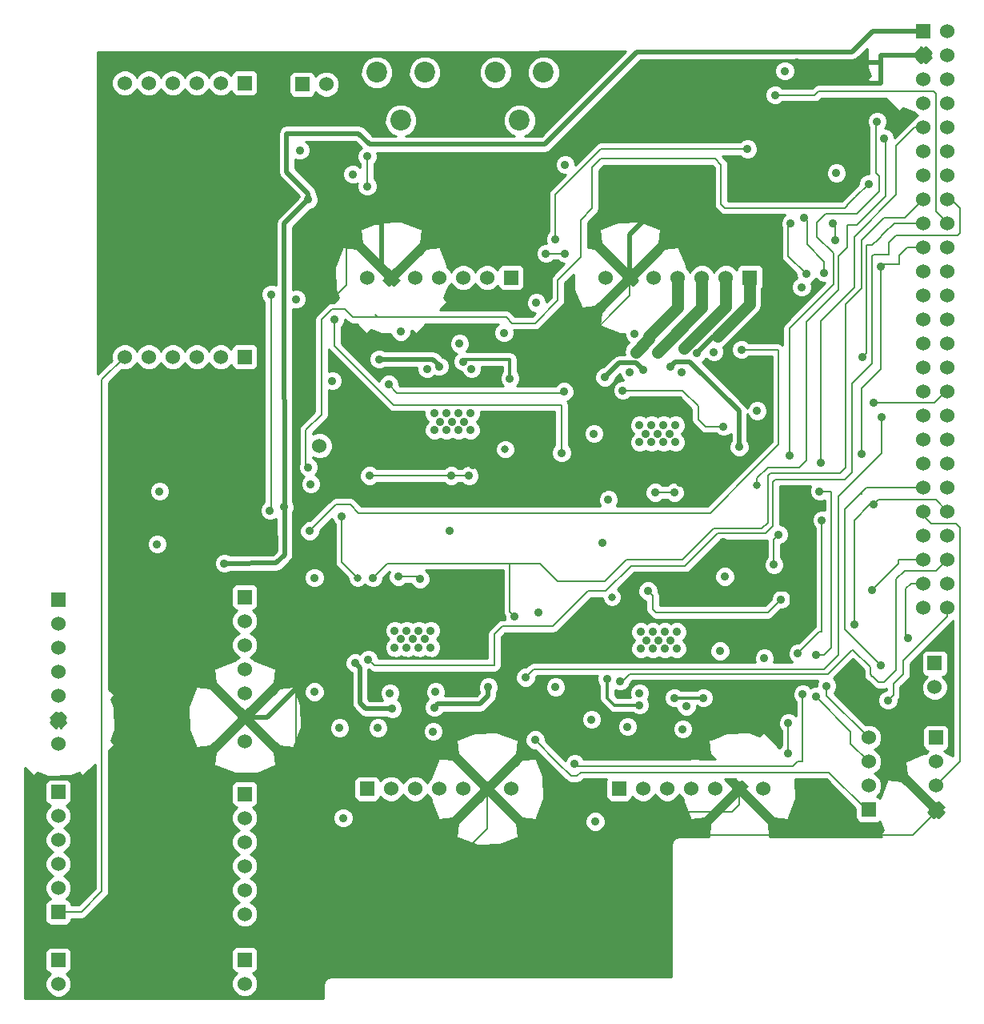
<source format=gbr>
G04 (created by PCBNEW (2013-05-18 BZR 4017)-stable) date Wed 22 Apr 2015 11:41:10 BST*
%MOIN*%
G04 Gerber Fmt 3.4, Leading zero omitted, Abs format*
%FSLAX34Y34*%
G01*
G70*
G90*
G04 APERTURE LIST*
%ADD10C,0.00590551*%
%ADD11C,0.0315*%
%ADD12C,0.06*%
%ADD13R,0.06X0.06*%
%ADD14C,0.0866*%
%ADD15C,0.0354*%
%ADD16C,0.035*%
%ADD17C,0.008*%
%ADD18C,0.0137795*%
%ADD19C,0.0198*%
%ADD20C,0.0488*%
%ADD21C,0.01*%
G04 APERTURE END LIST*
G54D10*
G54D11*
X51450Y-37050D03*
X45300Y-42400D03*
G54D12*
X43708Y-36904D03*
G54D13*
X40600Y-43200D03*
G54D12*
X40600Y-44200D03*
X40600Y-45200D03*
X40600Y-46200D03*
X40600Y-47200D03*
X40600Y-48200D03*
X40600Y-49200D03*
G54D13*
X32829Y-43313D03*
G54D12*
X32829Y-44313D03*
X32829Y-45313D03*
X32829Y-46313D03*
X32829Y-47313D03*
X32829Y-48313D03*
X32829Y-49313D03*
G54D13*
X45700Y-51181D03*
G54D12*
X46700Y-51181D03*
X47700Y-51181D03*
X48700Y-51181D03*
X49700Y-51181D03*
X50700Y-51181D03*
X51700Y-51181D03*
G54D13*
X51700Y-29900D03*
G54D12*
X50700Y-29900D03*
X49700Y-29900D03*
X48700Y-29900D03*
X47700Y-29900D03*
X46700Y-29900D03*
X45700Y-29900D03*
G54D13*
X40600Y-21800D03*
G54D12*
X39600Y-21800D03*
X38600Y-21800D03*
X37600Y-21800D03*
X36600Y-21800D03*
X35600Y-21800D03*
G54D13*
X66600Y-52050D03*
G54D12*
X66600Y-51050D03*
X66600Y-50050D03*
X66600Y-49050D03*
G54D13*
X69400Y-49050D03*
G54D12*
X69400Y-50050D03*
X69400Y-51050D03*
X69400Y-52050D03*
G54D13*
X32829Y-58313D03*
G54D12*
X32829Y-59313D03*
G54D13*
X69350Y-45950D03*
G54D12*
X69350Y-46950D03*
G54D13*
X68874Y-19639D03*
G54D12*
X69874Y-19639D03*
X68874Y-24639D03*
X69874Y-20639D03*
X68874Y-25639D03*
X69874Y-21639D03*
X68874Y-26639D03*
X69874Y-22639D03*
X68874Y-27639D03*
X69874Y-23639D03*
X68874Y-28639D03*
X69874Y-24639D03*
X68874Y-29639D03*
X69874Y-25639D03*
X68874Y-30639D03*
X69874Y-26639D03*
X68874Y-31639D03*
X69874Y-27639D03*
X68874Y-32639D03*
X69874Y-28639D03*
X68874Y-33639D03*
X69874Y-29639D03*
X68874Y-34639D03*
X69874Y-30639D03*
X69874Y-31639D03*
X68874Y-35639D03*
X69874Y-32639D03*
X69874Y-34639D03*
X69874Y-35639D03*
X69874Y-36639D03*
X69874Y-37639D03*
X68874Y-36639D03*
X68874Y-37639D03*
X68874Y-20639D03*
X68874Y-21639D03*
X68874Y-22639D03*
X68874Y-23639D03*
X68874Y-38639D03*
X69874Y-38639D03*
X69874Y-33639D03*
X68874Y-39639D03*
X69874Y-39639D03*
X68874Y-40639D03*
X69874Y-40639D03*
X68874Y-41639D03*
X69874Y-41639D03*
X68874Y-42639D03*
X69874Y-42639D03*
X68874Y-43639D03*
X69874Y-43639D03*
G54D13*
X32829Y-51313D03*
G54D12*
X32829Y-52313D03*
X32829Y-53313D03*
X32829Y-54313D03*
G54D13*
X32829Y-56313D03*
G54D12*
X32829Y-55313D03*
G54D13*
X40600Y-33200D03*
G54D12*
X39600Y-33200D03*
X38600Y-33200D03*
X37600Y-33200D03*
X36600Y-33200D03*
X35600Y-33200D03*
G54D13*
X40600Y-51400D03*
G54D12*
X40600Y-52400D03*
X40600Y-53400D03*
X40600Y-54400D03*
X40600Y-55400D03*
X40600Y-56400D03*
G54D13*
X40600Y-58300D03*
G54D12*
X40600Y-59300D03*
G54D14*
X52050Y-23350D03*
X53050Y-21350D03*
X51050Y-21350D03*
X47100Y-23350D03*
X48100Y-21350D03*
X46100Y-21350D03*
G54D15*
X48500Y-35550D03*
X49000Y-35550D03*
X49500Y-35550D03*
X50000Y-35550D03*
X48750Y-35900D03*
X49250Y-35900D03*
X49750Y-35900D03*
X48500Y-36250D03*
X49000Y-36250D03*
X49500Y-36250D03*
X50000Y-36250D03*
X48350Y-45300D03*
X47850Y-45300D03*
X47350Y-45300D03*
X46850Y-45300D03*
X48100Y-44950D03*
X47600Y-44950D03*
X47100Y-44950D03*
X48350Y-44600D03*
X47850Y-44600D03*
X47350Y-44600D03*
X46850Y-44600D03*
G54D11*
X55900Y-43200D03*
X61950Y-38550D03*
G54D15*
X58600Y-45350D03*
X58100Y-45350D03*
X57600Y-45350D03*
X57100Y-45350D03*
X58350Y-45000D03*
X57850Y-45000D03*
X57350Y-45000D03*
X58600Y-44650D03*
X58100Y-44650D03*
X57600Y-44650D03*
X57100Y-44650D03*
X57050Y-36050D03*
X57550Y-36050D03*
X58050Y-36050D03*
X58550Y-36050D03*
X57300Y-36400D03*
X57800Y-36400D03*
X58300Y-36400D03*
X57050Y-36750D03*
X57550Y-36750D03*
X58050Y-36750D03*
X58550Y-36750D03*
G54D13*
X61650Y-29900D03*
G54D12*
X60650Y-29900D03*
X59650Y-29900D03*
X58650Y-29900D03*
X57650Y-29900D03*
X56650Y-29900D03*
X55650Y-29900D03*
G54D13*
X56200Y-51181D03*
G54D12*
X57200Y-51181D03*
X58200Y-51181D03*
X59200Y-51181D03*
X60200Y-51181D03*
X61200Y-51181D03*
X62200Y-51181D03*
G54D13*
X43000Y-21850D03*
G54D12*
X44000Y-21850D03*
G54D16*
X61100Y-45400D03*
X60550Y-40900D03*
X62350Y-45150D03*
X58850Y-42350D03*
X56950Y-42400D03*
X58150Y-43150D03*
X65250Y-26500D03*
X60000Y-26450D03*
X60950Y-26400D03*
X58750Y-38450D03*
X57500Y-38300D03*
X54600Y-32700D03*
X50550Y-44750D03*
X46700Y-43000D03*
X47900Y-43000D03*
X53400Y-35600D03*
X50100Y-37700D03*
X48950Y-37700D03*
X44950Y-38300D03*
X44850Y-27600D03*
X42750Y-40700D03*
X62400Y-26500D03*
X63600Y-20950D03*
X43300Y-40450D03*
X61300Y-32900D03*
X42250Y-39450D03*
X39750Y-41800D03*
X43250Y-26650D03*
X63350Y-27650D03*
X64000Y-29750D03*
X67100Y-46050D03*
X63900Y-27400D03*
X64750Y-29700D03*
X64600Y-37600D03*
X64550Y-38800D03*
X63850Y-47250D03*
X64400Y-45600D03*
X54350Y-50150D03*
X45750Y-45800D03*
X66350Y-33200D03*
X52300Y-46550D03*
X67150Y-35700D03*
X45700Y-24850D03*
X45700Y-26100D03*
X62700Y-22300D03*
X66600Y-26000D03*
X43250Y-37800D03*
X44650Y-39850D03*
X52700Y-49150D03*
X51850Y-44000D03*
X45950Y-42400D03*
X65200Y-28350D03*
X65100Y-27650D03*
X53950Y-28900D03*
X53150Y-28900D03*
X53900Y-34650D03*
X46600Y-34350D03*
X41650Y-39600D03*
X41700Y-30600D03*
X61550Y-24550D03*
X53550Y-28300D03*
X66300Y-37250D03*
X64650Y-40000D03*
X63250Y-49700D03*
X63250Y-48450D03*
X63650Y-45550D03*
X67100Y-29450D03*
X44350Y-31650D03*
X53800Y-37200D03*
X56350Y-34600D03*
X60550Y-36100D03*
X58900Y-32850D03*
X59450Y-33050D03*
X57800Y-33000D03*
X56900Y-33000D03*
X67250Y-24100D03*
X64400Y-47350D03*
X66000Y-44350D03*
X66800Y-39350D03*
X56250Y-46700D03*
X68250Y-44900D03*
X63300Y-37300D03*
X62850Y-40600D03*
X62650Y-41850D03*
X66950Y-23400D03*
X64850Y-46900D03*
X66750Y-42900D03*
X67400Y-47500D03*
X65250Y-25550D03*
X62250Y-45750D03*
X60600Y-42350D03*
X52850Y-43850D03*
X55050Y-48300D03*
X58850Y-48700D03*
X56550Y-48600D03*
X55200Y-52550D03*
X61950Y-35450D03*
X55500Y-40950D03*
X55150Y-36400D03*
X63800Y-30300D03*
X56850Y-32250D03*
X44550Y-48650D03*
X43500Y-42400D03*
X48450Y-48800D03*
X44700Y-52400D03*
X46150Y-48650D03*
X52750Y-30950D03*
X51400Y-32200D03*
X49550Y-32650D03*
X47100Y-32150D03*
X42750Y-30800D03*
X53950Y-25200D03*
X36950Y-41000D03*
X43350Y-38500D03*
X63100Y-21300D03*
X42900Y-24600D03*
X45100Y-25600D03*
X57200Y-33750D03*
X55600Y-34050D03*
X57050Y-47700D03*
X55700Y-46600D03*
X58500Y-38850D03*
X57700Y-38850D03*
X62950Y-43300D03*
X57400Y-42950D03*
X58500Y-47400D03*
X59700Y-47400D03*
X46200Y-33300D03*
X48700Y-33600D03*
X51650Y-34100D03*
X49700Y-33400D03*
X61200Y-36950D03*
X58350Y-33600D03*
X45200Y-45950D03*
X46750Y-47850D03*
X50750Y-46950D03*
X48500Y-47800D03*
X47000Y-42350D03*
X47900Y-42450D03*
X45800Y-38150D03*
X49200Y-38150D03*
X49950Y-38150D03*
X66800Y-35100D03*
X60400Y-45450D03*
X53550Y-46950D03*
X59000Y-47750D03*
X57050Y-47200D03*
X55750Y-39150D03*
X60150Y-33000D03*
X58800Y-33850D03*
X56650Y-33850D03*
X49150Y-40450D03*
X48550Y-47150D03*
X46650Y-47200D03*
X43500Y-47150D03*
X50050Y-33700D03*
X44250Y-34200D03*
X48200Y-33700D03*
X37050Y-38800D03*
G54D17*
X63150Y-44800D02*
X63350Y-44600D01*
X63150Y-42950D02*
X63200Y-42950D01*
G54D18*
X62450Y-42950D02*
X61800Y-42950D01*
G54D17*
X63150Y-42950D02*
X62450Y-42950D01*
X63350Y-43100D02*
X63350Y-44600D01*
X63200Y-42950D02*
X63350Y-43100D01*
X69400Y-52050D02*
X69400Y-52150D01*
X68450Y-53100D02*
X57400Y-53100D01*
X69400Y-52150D02*
X68450Y-53100D01*
X49900Y-53650D02*
X56850Y-53650D01*
X61200Y-51850D02*
X61200Y-51181D01*
X60900Y-52150D02*
X61200Y-51850D01*
X58350Y-52150D02*
X60900Y-52150D01*
X56850Y-53650D02*
X57400Y-53100D01*
X57400Y-53100D02*
X58350Y-52150D01*
X61350Y-45150D02*
X62350Y-45150D01*
X61100Y-45400D02*
X61350Y-45150D01*
X50700Y-51181D02*
X50700Y-52850D01*
X42750Y-52400D02*
X42750Y-47000D01*
X44000Y-53650D02*
X42750Y-52400D01*
X49900Y-53650D02*
X44000Y-53650D01*
X50700Y-52850D02*
X49900Y-53650D01*
G54D19*
X61800Y-42250D02*
X61800Y-42950D01*
X60600Y-41050D02*
X61800Y-42250D01*
X60600Y-40950D02*
X60600Y-41050D01*
X60550Y-40900D02*
X60600Y-40950D01*
G54D17*
X62350Y-45150D02*
X62700Y-44800D01*
X62700Y-44800D02*
X63150Y-44800D01*
G54D18*
X61800Y-42950D02*
X58550Y-42950D01*
X58800Y-42400D02*
X58300Y-42400D01*
X58850Y-42350D02*
X58800Y-42400D01*
X58550Y-42650D02*
X58550Y-42950D01*
X58300Y-42400D02*
X58550Y-42650D01*
X56950Y-42400D02*
X58250Y-42400D01*
X58250Y-42400D02*
X58300Y-42400D01*
X58350Y-42950D02*
X58550Y-42950D01*
X58150Y-43150D02*
X58350Y-42950D01*
G54D19*
X65250Y-26500D02*
X62400Y-26500D01*
X59950Y-26400D02*
X58350Y-26400D01*
X58350Y-26400D02*
X56650Y-28100D01*
X60000Y-26450D02*
X59950Y-26400D01*
X61050Y-26500D02*
X60950Y-26400D01*
X62400Y-26500D02*
X61050Y-26500D01*
G54D18*
X58600Y-38300D02*
X57500Y-38300D01*
X58750Y-38450D02*
X58600Y-38300D01*
X53400Y-38550D02*
X52550Y-37700D01*
X57250Y-38550D02*
X53400Y-38550D01*
X57500Y-38300D02*
X57250Y-38550D01*
G54D17*
X56650Y-29900D02*
X56650Y-30650D01*
X56650Y-30650D02*
X54600Y-32700D01*
G54D19*
X56650Y-28100D02*
X56650Y-29900D01*
G54D17*
X42700Y-32350D02*
X42700Y-40650D01*
X44850Y-30200D02*
X42700Y-32350D01*
X44850Y-27600D02*
X44850Y-30200D01*
X42700Y-40650D02*
X42750Y-40700D01*
X47900Y-43000D02*
X50500Y-43000D01*
X50550Y-43050D02*
X50550Y-44750D01*
X50500Y-43000D02*
X50550Y-43050D01*
G54D19*
X46700Y-43000D02*
X45600Y-43000D01*
X44550Y-44050D02*
X42750Y-44050D01*
X45600Y-43000D02*
X44550Y-44050D01*
X46700Y-43000D02*
X47900Y-43000D01*
X52700Y-37700D02*
X52550Y-37700D01*
X53400Y-35600D02*
X53250Y-35750D01*
X53250Y-35750D02*
X53250Y-37150D01*
X53250Y-37150D02*
X52700Y-37700D01*
X52550Y-37700D02*
X50100Y-37700D01*
G54D18*
X48950Y-37700D02*
X45550Y-37700D01*
X45550Y-37700D02*
X44950Y-38300D01*
X48950Y-37700D02*
X50100Y-37700D01*
G54D17*
X42750Y-40500D02*
X42750Y-40700D01*
X44950Y-38300D02*
X42750Y-40500D01*
G54D19*
X46300Y-27600D02*
X46300Y-29500D01*
X46300Y-29500D02*
X46700Y-29900D01*
X46300Y-27600D02*
X44850Y-27600D01*
X62400Y-26500D02*
X62400Y-26000D01*
X62100Y-25700D02*
X62100Y-21800D01*
X62400Y-26000D02*
X62100Y-25700D01*
X46300Y-24850D02*
X46300Y-26600D01*
X46300Y-26600D02*
X46300Y-26550D01*
X67100Y-21800D02*
X62100Y-21800D01*
X67100Y-21800D02*
X67100Y-20950D01*
X62100Y-21800D02*
X58550Y-21800D01*
X58550Y-21800D02*
X57450Y-22900D01*
X57450Y-22900D02*
X55200Y-22900D01*
X55200Y-22900D02*
X53250Y-24850D01*
X53250Y-24850D02*
X46300Y-24850D01*
G54D17*
X46300Y-26550D02*
X46300Y-26500D01*
X46300Y-26500D02*
X46300Y-26550D01*
G54D19*
X46300Y-26550D02*
X46300Y-26550D01*
X46300Y-26550D02*
X46300Y-26550D01*
X46300Y-26550D02*
X46300Y-27600D01*
X40600Y-48200D02*
X41450Y-48200D01*
X41450Y-48200D02*
X41550Y-48200D01*
X41550Y-48200D02*
X42750Y-47000D01*
X42750Y-47000D02*
X42750Y-44050D01*
X42750Y-44050D02*
X42750Y-40700D01*
X63600Y-20950D02*
X67100Y-20950D01*
X67100Y-20650D02*
X67100Y-20639D01*
X67100Y-20950D02*
X67100Y-20639D01*
X67100Y-20639D02*
X67189Y-20650D01*
X67189Y-20650D02*
X67100Y-20650D01*
X68874Y-20639D02*
X67100Y-20639D01*
G54D17*
X43300Y-40450D02*
X44400Y-39350D01*
X44400Y-39350D02*
X44600Y-39350D01*
X46150Y-39700D02*
X45350Y-39700D01*
X45350Y-39700D02*
X45000Y-39350D01*
X45000Y-39350D02*
X44600Y-39350D01*
X61850Y-37850D02*
X60000Y-39700D01*
X61300Y-32900D02*
X62800Y-32900D01*
X62800Y-32900D02*
X62850Y-32950D01*
X62850Y-32950D02*
X62850Y-36850D01*
X62850Y-36850D02*
X61850Y-37850D01*
X60000Y-39700D02*
X46150Y-39700D01*
X42262Y-39437D02*
X42262Y-39050D01*
X42250Y-39450D02*
X42262Y-39437D01*
G54D19*
X42266Y-41299D02*
X42266Y-41433D01*
X42266Y-41433D02*
X41908Y-41791D01*
X42350Y-23900D02*
X42350Y-25500D01*
X42350Y-25500D02*
X43250Y-26400D01*
X43250Y-26400D02*
X43250Y-26650D01*
X47250Y-24350D02*
X45800Y-24350D01*
X47250Y-24350D02*
X53100Y-24350D01*
X53100Y-24350D02*
X56950Y-20500D01*
X62150Y-20500D02*
X56950Y-20500D01*
X45350Y-23900D02*
X42350Y-23900D01*
X45800Y-24350D02*
X45350Y-23900D01*
X68874Y-19639D02*
X66761Y-19639D01*
X66761Y-19639D02*
X65900Y-20500D01*
X65900Y-20500D02*
X62150Y-20500D01*
X62150Y-20500D02*
X62050Y-20500D01*
G54D17*
X43250Y-26650D02*
X43250Y-26400D01*
X43250Y-26400D02*
X42350Y-25500D01*
G54D19*
X39750Y-41800D02*
X41908Y-41791D01*
X42250Y-30850D02*
X42250Y-27649D01*
X42250Y-27649D02*
X43250Y-26650D01*
X42266Y-41299D02*
X42262Y-39050D01*
X42262Y-39050D02*
X42250Y-30850D01*
X42250Y-30850D02*
X42250Y-30850D01*
G54D17*
X63250Y-27750D02*
X63250Y-28750D01*
X63350Y-27650D02*
X63250Y-27750D01*
X63250Y-29000D02*
X64000Y-29750D01*
X63250Y-28750D02*
X63250Y-29000D01*
X66300Y-38850D02*
X65600Y-39550D01*
X65600Y-44550D02*
X66400Y-45350D01*
X65600Y-39550D02*
X65600Y-44550D01*
X66300Y-38850D02*
X66300Y-38900D01*
X66300Y-38900D02*
X66300Y-38850D01*
X68874Y-38639D02*
X66511Y-38639D01*
X66511Y-38639D02*
X66300Y-38850D01*
X66400Y-45350D02*
X67100Y-46050D01*
X68874Y-39639D02*
X68874Y-39824D01*
X70400Y-50050D02*
X69400Y-51050D01*
X70400Y-40300D02*
X70400Y-50050D01*
X70250Y-40150D02*
X70400Y-40300D01*
X69200Y-40150D02*
X70250Y-40150D01*
X68874Y-39824D02*
X69200Y-40150D01*
X64025Y-27525D02*
X64025Y-28525D01*
X63900Y-27400D02*
X64025Y-27525D01*
X64750Y-29250D02*
X64750Y-29700D01*
X64025Y-28525D02*
X64750Y-29250D01*
X63850Y-50050D02*
X63650Y-50050D01*
X66000Y-30300D02*
X64600Y-31700D01*
X64600Y-31700D02*
X64600Y-37600D01*
X68874Y-23639D02*
X68511Y-23639D01*
X66000Y-28200D02*
X66000Y-30150D01*
X67750Y-26450D02*
X66000Y-28200D01*
X67750Y-24400D02*
X67750Y-26450D01*
X68511Y-23639D02*
X67750Y-24400D01*
X66000Y-30150D02*
X66000Y-30300D01*
X65050Y-38800D02*
X64550Y-38800D01*
X64750Y-45600D02*
X64950Y-45400D01*
X63850Y-50050D02*
X63850Y-47250D01*
X64400Y-45600D02*
X64750Y-45600D01*
X65050Y-45300D02*
X64950Y-45400D01*
X65050Y-38800D02*
X65050Y-45300D01*
X63650Y-50050D02*
X63450Y-50250D01*
X63450Y-50250D02*
X54450Y-50250D01*
X54450Y-50250D02*
X54350Y-50150D01*
X53425Y-44425D02*
X51325Y-44425D01*
X51000Y-44750D02*
X51000Y-46050D01*
X51325Y-44425D02*
X51000Y-44750D01*
X66725Y-32250D02*
X66725Y-33475D01*
X66725Y-33475D02*
X65900Y-34300D01*
X65550Y-38300D02*
X65600Y-38300D01*
X50000Y-46050D02*
X51000Y-46050D01*
X46000Y-46050D02*
X50000Y-46050D01*
X45750Y-45800D02*
X46000Y-46050D01*
X54900Y-42950D02*
X55250Y-42950D01*
X53425Y-44425D02*
X54900Y-42950D01*
X65900Y-38000D02*
X65900Y-34300D01*
X55250Y-42950D02*
X55650Y-42950D01*
X60300Y-40550D02*
X62300Y-40550D01*
X58950Y-41900D02*
X60300Y-40550D01*
X56700Y-41900D02*
X58950Y-41900D01*
X55650Y-42950D02*
X56700Y-41900D01*
X62600Y-38400D02*
X62700Y-38300D01*
X62700Y-38300D02*
X65550Y-38300D01*
X62600Y-40250D02*
X62600Y-38400D01*
X62300Y-40550D02*
X62600Y-40250D01*
X65600Y-38300D02*
X65900Y-38000D01*
X66725Y-30800D02*
X66725Y-32250D01*
X66725Y-30800D02*
X66725Y-30075D01*
X66725Y-29025D02*
X66725Y-30075D01*
X67450Y-28950D02*
X66800Y-28950D01*
X66800Y-28950D02*
X66725Y-29025D01*
X67750Y-28150D02*
X67450Y-28450D01*
X70039Y-26639D02*
X70400Y-27000D01*
X70400Y-27000D02*
X70400Y-28050D01*
X70400Y-28050D02*
X70300Y-28150D01*
X70300Y-28150D02*
X67750Y-28150D01*
X69874Y-26639D02*
X70039Y-26639D01*
X67450Y-28450D02*
X67450Y-28950D01*
X66000Y-38350D02*
X65350Y-39000D01*
X65350Y-45600D02*
X65300Y-45650D01*
X65350Y-39000D02*
X65350Y-45600D01*
X66000Y-38350D02*
X66300Y-38050D01*
X66500Y-33050D02*
X66500Y-31300D01*
X66350Y-33200D02*
X66500Y-33050D01*
X66300Y-38050D02*
X67150Y-37200D01*
X64750Y-46200D02*
X65300Y-45650D01*
X63100Y-46200D02*
X64750Y-46200D01*
X52300Y-46550D02*
X52650Y-46200D01*
X52650Y-46200D02*
X63100Y-46200D01*
X67150Y-37200D02*
X67150Y-36400D01*
X66500Y-30150D02*
X66500Y-31300D01*
X66500Y-28550D02*
X66500Y-30150D01*
X67000Y-28300D02*
X66750Y-28550D01*
X66750Y-28550D02*
X66500Y-28550D01*
X67000Y-28300D02*
X67250Y-28050D01*
X68874Y-27639D02*
X67811Y-27639D01*
X67811Y-27639D02*
X67661Y-27639D01*
X67661Y-27639D02*
X67250Y-28050D01*
X67150Y-35700D02*
X67150Y-36400D01*
X67150Y-36400D02*
X67150Y-36450D01*
X67150Y-36450D02*
X67150Y-35700D01*
X69400Y-27150D02*
X69400Y-22250D01*
X64500Y-22150D02*
X64350Y-22300D01*
X69300Y-22150D02*
X64500Y-22150D01*
X69400Y-22250D02*
X69300Y-22150D01*
X45700Y-24850D02*
X45700Y-26100D01*
X64350Y-22300D02*
X62700Y-22300D01*
X69874Y-27624D02*
X69874Y-27639D01*
X69874Y-27624D02*
X69400Y-27150D01*
X65250Y-27000D02*
X65600Y-27000D01*
X65600Y-27000D02*
X65750Y-26850D01*
X61300Y-27000D02*
X65250Y-27000D01*
X65700Y-26900D02*
X65600Y-27000D01*
X66050Y-26550D02*
X66600Y-26000D01*
X65700Y-26900D02*
X65600Y-27000D01*
X66050Y-26550D02*
X65750Y-26850D01*
X65750Y-26850D02*
X65700Y-26900D01*
X61300Y-27000D02*
X60600Y-27000D01*
X51750Y-31800D02*
X51500Y-31550D01*
X53650Y-30000D02*
X53650Y-30850D01*
X54600Y-29050D02*
X53650Y-30000D01*
X53650Y-30850D02*
X52700Y-31800D01*
X52700Y-31800D02*
X51750Y-31800D01*
X51500Y-31550D02*
X46150Y-31550D01*
X60450Y-25200D02*
X60200Y-24950D01*
X60450Y-26850D02*
X60450Y-25200D01*
X60600Y-27000D02*
X60450Y-26850D01*
X55075Y-27025D02*
X55075Y-25325D01*
X55075Y-27025D02*
X54600Y-27500D01*
X54600Y-27500D02*
X54600Y-29050D01*
X55075Y-25325D02*
X55450Y-24950D01*
X55450Y-24950D02*
X60200Y-24950D01*
X44225Y-31225D02*
X44775Y-31225D01*
X44650Y-41750D02*
X45300Y-42400D01*
X43150Y-36250D02*
X43150Y-37450D01*
X43800Y-35600D02*
X43150Y-36250D01*
X45100Y-31550D02*
X44800Y-31250D01*
X46150Y-31550D02*
X45100Y-31550D01*
X44225Y-31225D02*
X43800Y-31650D01*
X43800Y-31650D02*
X43800Y-35600D01*
X43150Y-37700D02*
X43250Y-37800D01*
X43150Y-37450D02*
X43150Y-37700D01*
X44650Y-39850D02*
X44650Y-41700D01*
X44650Y-41700D02*
X44650Y-41750D01*
X44775Y-31225D02*
X44800Y-31250D01*
X46150Y-31550D02*
X46050Y-31450D01*
X51650Y-41800D02*
X51650Y-43800D01*
X52700Y-49150D02*
X53650Y-50100D01*
X51650Y-43800D02*
X51850Y-44000D01*
X66600Y-52050D02*
X66500Y-52050D01*
X66500Y-52050D02*
X64950Y-50500D01*
X64950Y-50500D02*
X54600Y-50500D01*
X54600Y-50500D02*
X54450Y-50650D01*
X54450Y-50650D02*
X54200Y-50650D01*
X54200Y-50650D02*
X53650Y-50100D01*
X53650Y-50100D02*
X53550Y-50000D01*
X65400Y-38050D02*
X65650Y-37800D01*
X65650Y-37800D02*
X65650Y-37700D01*
X62150Y-40350D02*
X62400Y-40100D01*
X62400Y-40100D02*
X62400Y-38150D01*
X62500Y-38050D02*
X65400Y-38050D01*
X62400Y-38150D02*
X62500Y-38050D01*
X55400Y-42550D02*
X55600Y-42550D01*
X60150Y-40350D02*
X62150Y-40350D01*
X58850Y-41650D02*
X60150Y-40350D01*
X56500Y-41650D02*
X58850Y-41650D01*
X55600Y-42550D02*
X56500Y-41650D01*
X49900Y-41800D02*
X51650Y-41800D01*
X51650Y-41800D02*
X52900Y-41800D01*
X45950Y-42400D02*
X46550Y-41800D01*
X46550Y-41800D02*
X49900Y-41800D01*
X68861Y-26639D02*
X68874Y-26639D01*
X67250Y-27400D02*
X66500Y-28150D01*
X68100Y-27400D02*
X67250Y-27400D01*
X68861Y-26639D02*
X68100Y-27400D01*
X66300Y-28400D02*
X66300Y-30150D01*
X66300Y-28350D02*
X66300Y-28400D01*
X66500Y-28150D02*
X66300Y-28350D01*
X66300Y-30350D02*
X66300Y-30150D01*
X65650Y-31000D02*
X66300Y-30350D01*
X65650Y-37700D02*
X65650Y-31000D01*
X53650Y-42550D02*
X55400Y-42550D01*
X52900Y-41800D02*
X53650Y-42550D01*
X65200Y-27750D02*
X65200Y-28350D01*
X65100Y-27650D02*
X65200Y-27750D01*
X53150Y-28900D02*
X53950Y-28900D01*
X46950Y-34700D02*
X53900Y-34700D01*
X46600Y-34350D02*
X46950Y-34700D01*
X53900Y-34700D02*
X53900Y-34650D01*
X41650Y-39600D02*
X41700Y-39550D01*
X41700Y-39550D02*
X41700Y-30600D01*
X61550Y-24550D02*
X55450Y-24550D01*
X53550Y-26450D02*
X55450Y-24550D01*
X53550Y-28300D02*
X53550Y-26450D01*
X64650Y-44650D02*
X64550Y-44650D01*
X67100Y-33700D02*
X66300Y-34500D01*
X66300Y-34500D02*
X66300Y-37250D01*
X64650Y-40000D02*
X64650Y-44650D01*
X67100Y-29450D02*
X67100Y-33700D01*
X63250Y-48450D02*
X63250Y-49700D01*
X64550Y-44650D02*
X63650Y-45550D01*
X67200Y-29350D02*
X67875Y-29350D01*
X67100Y-29450D02*
X67200Y-29350D01*
X67875Y-28975D02*
X67875Y-29350D01*
X68211Y-28639D02*
X67875Y-28975D01*
X68874Y-28639D02*
X68211Y-28639D01*
X53800Y-35200D02*
X53800Y-37200D01*
X44350Y-32750D02*
X46800Y-35200D01*
X46800Y-35200D02*
X53800Y-35200D01*
X44350Y-31650D02*
X44350Y-32750D01*
X56350Y-34600D02*
X58850Y-34600D01*
X58850Y-34600D02*
X59500Y-35250D01*
X59500Y-35250D02*
X59500Y-35800D01*
X59500Y-35800D02*
X59800Y-36100D01*
X59800Y-36100D02*
X60550Y-36100D01*
G54D20*
X60650Y-31100D02*
X58900Y-32850D01*
X60650Y-31100D02*
X60650Y-29900D01*
G54D19*
X60300Y-32350D02*
X60150Y-32350D01*
G54D20*
X61650Y-31000D02*
X60300Y-32350D01*
X61650Y-31000D02*
X61650Y-29900D01*
G54D19*
X60150Y-32350D02*
X59450Y-33050D01*
G54D20*
X59650Y-31150D02*
X57800Y-33000D01*
X59650Y-31150D02*
X59650Y-29900D01*
X57450Y-32450D02*
X56900Y-33000D01*
X58650Y-31150D02*
X58650Y-29900D01*
X58650Y-31150D02*
X57450Y-32350D01*
X57450Y-32350D02*
X57450Y-32450D01*
G54D17*
X65350Y-30100D02*
X65350Y-30400D01*
X64000Y-37500D02*
X63700Y-37800D01*
X64000Y-31750D02*
X64000Y-37500D01*
X65350Y-30400D02*
X64000Y-31750D01*
X61950Y-38550D02*
X61950Y-38250D01*
X61950Y-38250D02*
X62400Y-37800D01*
X62400Y-37800D02*
X63700Y-37800D01*
X65700Y-28550D02*
X65700Y-28650D01*
X65350Y-29000D02*
X65350Y-30100D01*
X65700Y-28650D02*
X65350Y-29000D01*
X67300Y-26450D02*
X67300Y-26500D01*
X67300Y-26500D02*
X66100Y-27700D01*
X67300Y-25800D02*
X67300Y-26450D01*
X65700Y-27700D02*
X65700Y-28550D01*
X65700Y-28550D02*
X65700Y-28600D01*
X66100Y-27700D02*
X65700Y-27700D01*
X67300Y-24750D02*
X67300Y-25800D01*
X67250Y-24100D02*
X67300Y-24150D01*
X67300Y-24150D02*
X67300Y-24750D01*
X66800Y-39350D02*
X66650Y-39350D01*
X65850Y-49300D02*
X66600Y-50050D01*
X65850Y-48800D02*
X65850Y-49300D01*
X64400Y-47350D02*
X65850Y-48800D01*
X66000Y-40000D02*
X66000Y-44350D01*
X66650Y-39350D02*
X66000Y-40000D01*
X67400Y-39150D02*
X67000Y-39150D01*
X67000Y-39150D02*
X66800Y-39350D01*
X69385Y-39150D02*
X69874Y-39639D01*
X67400Y-39150D02*
X69385Y-39150D01*
X66675Y-46200D02*
X66675Y-46425D01*
X66800Y-46500D02*
X66800Y-46550D01*
X66750Y-46500D02*
X66800Y-46500D01*
X66675Y-46425D02*
X66750Y-46500D01*
X66675Y-46200D02*
X66675Y-46125D01*
X65900Y-45400D02*
X64900Y-46400D01*
X65950Y-45400D02*
X65900Y-45400D01*
X66675Y-46125D02*
X65950Y-45400D01*
X66800Y-46550D02*
X67000Y-46750D01*
X56350Y-46700D02*
X56650Y-46400D01*
X56250Y-46700D02*
X56350Y-46700D01*
X56650Y-46400D02*
X64900Y-46400D01*
X69874Y-41639D02*
X69861Y-41639D01*
X67250Y-46750D02*
X67000Y-46750D01*
X67750Y-46250D02*
X67250Y-46750D01*
X67750Y-42450D02*
X67750Y-46250D01*
X68100Y-42100D02*
X67750Y-42450D01*
X69400Y-42100D02*
X68100Y-42100D01*
X69861Y-41639D02*
X69400Y-42100D01*
X56250Y-46700D02*
X56300Y-46750D01*
X68250Y-44900D02*
X68150Y-44800D01*
X68150Y-44800D02*
X68150Y-42850D01*
X68150Y-42850D02*
X68361Y-42639D01*
X68361Y-42639D02*
X68874Y-42639D01*
X65125Y-29950D02*
X65125Y-30175D01*
X63300Y-32000D02*
X63300Y-37300D01*
X65125Y-30175D02*
X63300Y-32000D01*
X62850Y-40600D02*
X62650Y-40800D01*
X62650Y-40800D02*
X62650Y-41850D01*
X65125Y-28875D02*
X65125Y-29950D01*
X65125Y-29950D02*
X65125Y-30100D01*
X64450Y-27600D02*
X64450Y-28200D01*
X64800Y-27250D02*
X64450Y-27600D01*
X66100Y-27250D02*
X66800Y-26550D01*
X65350Y-27250D02*
X66100Y-27250D01*
X64450Y-28200D02*
X65125Y-28875D01*
X65350Y-27250D02*
X64800Y-27250D01*
X67025Y-26050D02*
X67025Y-26100D01*
X67025Y-26325D02*
X66800Y-26550D01*
X67025Y-26100D02*
X67025Y-26325D01*
X65125Y-30100D02*
X65125Y-30125D01*
X67025Y-26050D02*
X67025Y-25675D01*
X67025Y-25675D02*
X66900Y-25550D01*
X67025Y-25975D02*
X67025Y-26050D01*
X66900Y-24750D02*
X66900Y-25550D01*
X66900Y-23450D02*
X66900Y-24750D01*
X66950Y-23400D02*
X66900Y-23450D01*
X64850Y-46900D02*
X64850Y-47300D01*
X64850Y-47300D02*
X66600Y-49050D01*
X67850Y-41639D02*
X67850Y-41800D01*
X67850Y-41800D02*
X66750Y-42900D01*
X67850Y-41639D02*
X68874Y-41639D01*
X67625Y-47275D02*
X67625Y-46825D01*
X67400Y-47500D02*
X67625Y-47275D01*
X69874Y-43639D02*
X69874Y-44026D01*
X69874Y-44026D02*
X68050Y-45850D01*
X68050Y-45850D02*
X68050Y-46400D01*
X68050Y-46400D02*
X67625Y-46825D01*
G54D19*
X57200Y-33750D02*
X56900Y-33450D01*
X56900Y-33450D02*
X56200Y-33450D01*
X56200Y-33450D02*
X55600Y-34050D01*
G54D18*
X57050Y-47700D02*
X56000Y-47700D01*
X56000Y-47700D02*
X55700Y-47400D01*
X55700Y-47400D02*
X55700Y-46600D01*
G54D17*
X57700Y-38850D02*
X58500Y-38850D01*
X62400Y-43850D02*
X62100Y-43850D01*
X62950Y-43300D02*
X62400Y-43850D01*
X57750Y-43850D02*
X62100Y-43850D01*
X57600Y-43700D02*
X57750Y-43850D01*
X57600Y-43300D02*
X57600Y-43700D01*
X57600Y-43150D02*
X57600Y-43300D01*
X57400Y-42950D02*
X57600Y-43150D01*
G54D18*
X58500Y-47400D02*
X59700Y-47400D01*
G54D19*
X46200Y-33300D02*
X48450Y-33300D01*
X48700Y-33600D02*
X48700Y-33550D01*
X48700Y-33550D02*
X48450Y-33300D01*
G54D17*
X48450Y-33300D02*
X46850Y-33300D01*
G54D18*
X49700Y-33400D02*
X49800Y-33300D01*
X49800Y-33300D02*
X51650Y-33300D01*
X51650Y-33300D02*
X51650Y-34100D01*
G54D19*
X61200Y-35450D02*
X61200Y-36950D01*
X59150Y-33400D02*
X61200Y-35450D01*
X58550Y-33400D02*
X59150Y-33400D01*
X58350Y-33600D02*
X58550Y-33400D01*
X45400Y-46200D02*
X45400Y-46150D01*
X45650Y-47850D02*
X45400Y-47600D01*
X46750Y-47850D02*
X45650Y-47850D01*
X45400Y-47600D02*
X45400Y-46200D01*
X45400Y-46150D02*
X45200Y-45950D01*
G54D17*
X45400Y-46150D02*
X45200Y-45950D01*
G54D19*
X50000Y-47650D02*
X50400Y-47650D01*
X50400Y-47650D02*
X50750Y-47300D01*
X50750Y-47300D02*
X50750Y-46950D01*
X48500Y-47800D02*
X48650Y-47650D01*
X48650Y-47650D02*
X50000Y-47650D01*
G54D17*
X47800Y-42350D02*
X47000Y-42350D01*
X47900Y-42450D02*
X47800Y-42350D01*
X49200Y-38150D02*
X45800Y-38150D01*
X49200Y-38150D02*
X49950Y-38150D01*
X67350Y-35100D02*
X66800Y-35100D01*
X67500Y-35100D02*
X67350Y-35100D01*
X69874Y-34639D02*
X69811Y-34639D01*
X69350Y-35100D02*
X67500Y-35100D01*
X69811Y-34639D02*
X69350Y-35100D01*
X32829Y-56313D02*
X33787Y-56313D01*
X34650Y-34150D02*
X35600Y-33200D01*
X34650Y-55450D02*
X34650Y-34150D01*
X33787Y-56313D02*
X34650Y-55450D01*
G54D10*
G36*
X33147Y-48419D02*
X32935Y-48631D01*
X32829Y-48525D01*
X32722Y-48631D01*
X32510Y-48419D01*
X32616Y-48313D01*
X32510Y-48206D01*
X32722Y-47994D01*
X32829Y-48100D01*
X32935Y-47994D01*
X33147Y-48206D01*
X33041Y-48313D01*
X33147Y-48419D01*
X33147Y-48419D01*
G37*
G54D21*
X33147Y-48419D02*
X32935Y-48631D01*
X32829Y-48525D01*
X32722Y-48631D01*
X32510Y-48419D01*
X32616Y-48313D01*
X32510Y-48206D01*
X32722Y-47994D01*
X32829Y-48100D01*
X32935Y-47994D01*
X33147Y-48206D01*
X33041Y-48313D01*
X33147Y-48419D01*
G54D10*
G36*
X68643Y-23138D02*
X68562Y-23172D01*
X68408Y-23327D01*
X68385Y-23380D01*
X68305Y-23433D01*
X68305Y-23433D01*
X68305Y-23433D01*
X67675Y-24064D01*
X67675Y-24015D01*
X67610Y-23859D01*
X67491Y-23739D01*
X67334Y-23675D01*
X67276Y-23675D01*
X67310Y-23641D01*
X67374Y-23484D01*
X67375Y-23315D01*
X67310Y-23159D01*
X67191Y-23039D01*
X67034Y-22975D01*
X66865Y-22974D01*
X66709Y-23039D01*
X66589Y-23158D01*
X66525Y-23315D01*
X66524Y-23484D01*
X66589Y-23640D01*
X66610Y-23660D01*
X66610Y-24750D01*
X66610Y-25550D01*
X66614Y-25575D01*
X66515Y-25574D01*
X66359Y-25639D01*
X66239Y-25758D01*
X66175Y-25915D01*
X66174Y-26014D01*
X65844Y-26344D01*
X65844Y-26344D01*
X65675Y-26514D01*
X65675Y-25465D01*
X65610Y-25309D01*
X65491Y-25189D01*
X65334Y-25125D01*
X65165Y-25124D01*
X65009Y-25189D01*
X64889Y-25308D01*
X64825Y-25465D01*
X64824Y-25634D01*
X64889Y-25790D01*
X65008Y-25910D01*
X65165Y-25974D01*
X65334Y-25975D01*
X65490Y-25910D01*
X65610Y-25791D01*
X65674Y-25634D01*
X65675Y-25465D01*
X65675Y-26514D01*
X65544Y-26644D01*
X65494Y-26694D01*
X65479Y-26710D01*
X65250Y-26710D01*
X61300Y-26710D01*
X60740Y-26710D01*
X60740Y-25200D01*
X60717Y-25089D01*
X60655Y-24994D01*
X60655Y-24994D01*
X60500Y-24840D01*
X61238Y-24840D01*
X61308Y-24910D01*
X61465Y-24974D01*
X61634Y-24975D01*
X61790Y-24910D01*
X61910Y-24791D01*
X61974Y-24634D01*
X61975Y-24465D01*
X61910Y-24309D01*
X61791Y-24189D01*
X61634Y-24125D01*
X61465Y-24124D01*
X61309Y-24189D01*
X61238Y-24260D01*
X55450Y-24260D01*
X55339Y-24282D01*
X55244Y-24344D01*
X55244Y-24344D01*
X54374Y-25214D01*
X54375Y-25115D01*
X54310Y-24959D01*
X54191Y-24839D01*
X54034Y-24775D01*
X53865Y-24774D01*
X53709Y-24839D01*
X53589Y-24958D01*
X53525Y-25115D01*
X53524Y-25284D01*
X53589Y-25440D01*
X53708Y-25560D01*
X53865Y-25624D01*
X53964Y-25625D01*
X53344Y-26244D01*
X53282Y-26339D01*
X53260Y-26450D01*
X53260Y-27988D01*
X53189Y-28058D01*
X53125Y-28215D01*
X53124Y-28384D01*
X53162Y-28475D01*
X53065Y-28474D01*
X52909Y-28539D01*
X52789Y-28658D01*
X52725Y-28815D01*
X52724Y-28984D01*
X52789Y-29140D01*
X52908Y-29260D01*
X53065Y-29324D01*
X53234Y-29325D01*
X53390Y-29260D01*
X53461Y-29190D01*
X53638Y-29190D01*
X53708Y-29260D01*
X53865Y-29324D01*
X53914Y-29324D01*
X53444Y-29794D01*
X53382Y-29889D01*
X53360Y-30000D01*
X53360Y-30729D01*
X53175Y-30914D01*
X53175Y-30865D01*
X53110Y-30709D01*
X52991Y-30589D01*
X52834Y-30525D01*
X52665Y-30524D01*
X52509Y-30589D01*
X52389Y-30708D01*
X52325Y-30865D01*
X52324Y-31034D01*
X52389Y-31190D01*
X52508Y-31310D01*
X52665Y-31374D01*
X52714Y-31374D01*
X52579Y-31510D01*
X52250Y-31510D01*
X51870Y-31510D01*
X51705Y-31344D01*
X51610Y-31282D01*
X51500Y-31260D01*
X48727Y-31260D01*
X49065Y-30921D01*
X48891Y-30748D01*
X49057Y-30320D01*
X49165Y-30211D01*
X49199Y-30130D01*
X49233Y-30211D01*
X49388Y-30365D01*
X49590Y-30449D01*
X49808Y-30450D01*
X50011Y-30366D01*
X50165Y-30211D01*
X50199Y-30130D01*
X50233Y-30211D01*
X50388Y-30365D01*
X50590Y-30449D01*
X50808Y-30450D01*
X51011Y-30366D01*
X51149Y-30227D01*
X51149Y-30249D01*
X51187Y-30341D01*
X51258Y-30411D01*
X51350Y-30449D01*
X51449Y-30450D01*
X52049Y-30450D01*
X52141Y-30412D01*
X52211Y-30341D01*
X52249Y-30249D01*
X52250Y-30150D01*
X52250Y-29550D01*
X52212Y-29458D01*
X52141Y-29388D01*
X52049Y-29350D01*
X51950Y-29349D01*
X51350Y-29349D01*
X51258Y-29387D01*
X51188Y-29458D01*
X51150Y-29550D01*
X51150Y-29572D01*
X51011Y-29434D01*
X50809Y-29350D01*
X50591Y-29349D01*
X50388Y-29433D01*
X50234Y-29588D01*
X50200Y-29669D01*
X50166Y-29588D01*
X50011Y-29434D01*
X49809Y-29350D01*
X49591Y-29349D01*
X49388Y-29433D01*
X49234Y-29588D01*
X49200Y-29669D01*
X49166Y-29588D01*
X49040Y-29462D01*
X49038Y-29377D01*
X48722Y-28615D01*
X48133Y-28678D01*
X47984Y-28827D01*
X47984Y-27877D01*
X47112Y-27539D01*
X46177Y-27561D01*
X45415Y-27877D01*
X45478Y-28466D01*
X46700Y-29687D01*
X47921Y-28466D01*
X47984Y-27877D01*
X47984Y-28827D01*
X46912Y-29900D01*
X47018Y-30006D01*
X46806Y-30218D01*
X46700Y-30112D01*
X46593Y-30218D01*
X46381Y-30006D01*
X46487Y-29900D01*
X45266Y-28678D01*
X44677Y-28615D01*
X44339Y-29487D01*
X44361Y-30422D01*
X44500Y-30756D01*
X44334Y-30921D01*
X44347Y-30935D01*
X44225Y-30935D01*
X44114Y-30957D01*
X44019Y-31019D01*
X44019Y-31019D01*
X43594Y-31444D01*
X43532Y-31539D01*
X43510Y-31650D01*
X43510Y-35479D01*
X42944Y-36044D01*
X42882Y-36139D01*
X42860Y-36250D01*
X42860Y-37450D01*
X42860Y-37630D01*
X42825Y-37715D01*
X42824Y-37884D01*
X42889Y-38040D01*
X43008Y-38160D01*
X43065Y-38183D01*
X42989Y-38258D01*
X42925Y-38415D01*
X42924Y-38584D01*
X42989Y-38740D01*
X43108Y-38860D01*
X43265Y-38924D01*
X43434Y-38925D01*
X43590Y-38860D01*
X43710Y-38741D01*
X43774Y-38584D01*
X43775Y-38415D01*
X43710Y-38259D01*
X43591Y-38139D01*
X43534Y-38116D01*
X43610Y-38041D01*
X43674Y-37884D01*
X43675Y-37715D01*
X43610Y-37559D01*
X43491Y-37439D01*
X43440Y-37418D01*
X43440Y-37388D01*
X43598Y-37453D01*
X43816Y-37454D01*
X44019Y-37370D01*
X44173Y-37215D01*
X44257Y-37013D01*
X44258Y-36795D01*
X44174Y-36592D01*
X44019Y-36438D01*
X43817Y-36354D01*
X43599Y-36353D01*
X43440Y-36419D01*
X43440Y-36370D01*
X44005Y-35805D01*
X44005Y-35805D01*
X44005Y-35805D01*
X44067Y-35710D01*
X44090Y-35600D01*
X44090Y-34593D01*
X44165Y-34624D01*
X44334Y-34625D01*
X44490Y-34560D01*
X44610Y-34441D01*
X44674Y-34284D01*
X44675Y-34115D01*
X44610Y-33959D01*
X44491Y-33839D01*
X44334Y-33775D01*
X44165Y-33774D01*
X44090Y-33806D01*
X44090Y-32872D01*
X44144Y-32955D01*
X46594Y-35405D01*
X46594Y-35405D01*
X46689Y-35467D01*
X46799Y-35489D01*
X46800Y-35490D01*
X48073Y-35490D01*
X48072Y-35634D01*
X48137Y-35791D01*
X48246Y-35900D01*
X48138Y-36007D01*
X48073Y-36164D01*
X48072Y-36334D01*
X48137Y-36491D01*
X48257Y-36611D01*
X48414Y-36676D01*
X48584Y-36677D01*
X48741Y-36612D01*
X48749Y-36603D01*
X48757Y-36611D01*
X48914Y-36676D01*
X49084Y-36677D01*
X49241Y-36612D01*
X49249Y-36603D01*
X49257Y-36611D01*
X49414Y-36676D01*
X49584Y-36677D01*
X49741Y-36612D01*
X49749Y-36603D01*
X49757Y-36611D01*
X49914Y-36676D01*
X50084Y-36677D01*
X50241Y-36612D01*
X50361Y-36492D01*
X50426Y-36335D01*
X50427Y-36165D01*
X50362Y-36008D01*
X50253Y-35899D01*
X50361Y-35792D01*
X50426Y-35635D01*
X50427Y-35490D01*
X53510Y-35490D01*
X53510Y-36888D01*
X53439Y-36958D01*
X53375Y-37115D01*
X53374Y-37284D01*
X53439Y-37440D01*
X53558Y-37560D01*
X53715Y-37624D01*
X53884Y-37625D01*
X54040Y-37560D01*
X54160Y-37441D01*
X54224Y-37284D01*
X54225Y-37115D01*
X54160Y-36959D01*
X54090Y-36888D01*
X54090Y-35200D01*
X54067Y-35089D01*
X54042Y-35050D01*
X54140Y-35010D01*
X54260Y-34891D01*
X54324Y-34734D01*
X54325Y-34565D01*
X54260Y-34409D01*
X54141Y-34289D01*
X53984Y-34225D01*
X53815Y-34224D01*
X53659Y-34289D01*
X53539Y-34408D01*
X53539Y-34410D01*
X51941Y-34410D01*
X52010Y-34341D01*
X52074Y-34184D01*
X52075Y-34015D01*
X52010Y-33859D01*
X51968Y-33817D01*
X51968Y-33300D01*
X51944Y-33177D01*
X51875Y-33074D01*
X51772Y-33005D01*
X51650Y-32981D01*
X49819Y-32981D01*
X49910Y-32891D01*
X49974Y-32734D01*
X49975Y-32565D01*
X49910Y-32409D01*
X49791Y-32289D01*
X49634Y-32225D01*
X49465Y-32224D01*
X49309Y-32289D01*
X49189Y-32408D01*
X49125Y-32565D01*
X49124Y-32734D01*
X49189Y-32890D01*
X49308Y-33010D01*
X49436Y-33062D01*
X49339Y-33158D01*
X49275Y-33315D01*
X49274Y-33484D01*
X49339Y-33640D01*
X49458Y-33760D01*
X49615Y-33824D01*
X49641Y-33824D01*
X49689Y-33940D01*
X49808Y-34060D01*
X49965Y-34124D01*
X50134Y-34125D01*
X50290Y-34060D01*
X50410Y-33941D01*
X50474Y-33784D01*
X50475Y-33618D01*
X51331Y-33618D01*
X51331Y-33817D01*
X51289Y-33858D01*
X51225Y-34015D01*
X51224Y-34184D01*
X51289Y-34340D01*
X51358Y-34410D01*
X49125Y-34410D01*
X49125Y-33515D01*
X49060Y-33359D01*
X48941Y-33239D01*
X48842Y-33199D01*
X48696Y-33053D01*
X48583Y-32977D01*
X48450Y-32951D01*
X46452Y-32951D01*
X46441Y-32939D01*
X46284Y-32875D01*
X46115Y-32874D01*
X45959Y-32939D01*
X45839Y-33058D01*
X45775Y-33215D01*
X45774Y-33384D01*
X45839Y-33540D01*
X45958Y-33660D01*
X46115Y-33724D01*
X46284Y-33725D01*
X46440Y-33660D01*
X46451Y-33649D01*
X47775Y-33649D01*
X47774Y-33784D01*
X47839Y-33940D01*
X47958Y-34060D01*
X48115Y-34124D01*
X48284Y-34125D01*
X48440Y-34060D01*
X48516Y-33984D01*
X48615Y-34024D01*
X48784Y-34025D01*
X48940Y-33960D01*
X49060Y-33841D01*
X49124Y-33684D01*
X49125Y-33515D01*
X49125Y-34410D01*
X47070Y-34410D01*
X47024Y-34364D01*
X47025Y-34265D01*
X46960Y-34109D01*
X46841Y-33989D01*
X46684Y-33925D01*
X46515Y-33924D01*
X46359Y-33989D01*
X46239Y-34108D01*
X46204Y-34194D01*
X44640Y-32629D01*
X44640Y-31961D01*
X44710Y-31891D01*
X44774Y-31734D01*
X44775Y-31635D01*
X44894Y-31755D01*
X44894Y-31755D01*
X44989Y-31817D01*
X45099Y-31840D01*
X45099Y-31839D01*
X45100Y-31840D01*
X45252Y-31840D01*
X45678Y-32265D01*
X45851Y-32091D01*
X46287Y-32260D01*
X46681Y-32251D01*
X46739Y-32390D01*
X46858Y-32510D01*
X47015Y-32574D01*
X47184Y-32575D01*
X47340Y-32510D01*
X47460Y-32391D01*
X47524Y-32234D01*
X47525Y-32113D01*
X47556Y-32099D01*
X47721Y-32265D01*
X48147Y-31840D01*
X51159Y-31840D01*
X51039Y-31958D01*
X50975Y-32115D01*
X50974Y-32284D01*
X51039Y-32440D01*
X51158Y-32560D01*
X51315Y-32624D01*
X51484Y-32625D01*
X51640Y-32560D01*
X51760Y-32441D01*
X51824Y-32284D01*
X51825Y-32115D01*
X51814Y-32090D01*
X52700Y-32090D01*
X52810Y-32067D01*
X52905Y-32005D01*
X53855Y-31055D01*
X53917Y-30960D01*
X53940Y-30850D01*
X53940Y-30120D01*
X54296Y-29763D01*
X54311Y-30422D01*
X54627Y-31184D01*
X55216Y-31121D01*
X56437Y-29900D01*
X55216Y-28678D01*
X54890Y-28643D01*
X54890Y-27620D01*
X55280Y-27230D01*
X55280Y-27230D01*
X55280Y-27230D01*
X55342Y-27135D01*
X55365Y-27025D01*
X55365Y-25445D01*
X55570Y-25240D01*
X60079Y-25240D01*
X60160Y-25320D01*
X60160Y-26850D01*
X60182Y-26960D01*
X60244Y-27055D01*
X60394Y-27205D01*
X60489Y-27267D01*
X60600Y-27290D01*
X61300Y-27290D01*
X63109Y-27290D01*
X62989Y-27408D01*
X62925Y-27565D01*
X62924Y-27734D01*
X62960Y-27819D01*
X62960Y-28750D01*
X62960Y-29000D01*
X62982Y-29110D01*
X63044Y-29205D01*
X63575Y-29735D01*
X63574Y-29834D01*
X63609Y-29918D01*
X63559Y-29939D01*
X63439Y-30058D01*
X63375Y-30215D01*
X63374Y-30384D01*
X63439Y-30540D01*
X63558Y-30660D01*
X63715Y-30724D01*
X63884Y-30725D01*
X64040Y-30660D01*
X64160Y-30541D01*
X64224Y-30384D01*
X64225Y-30215D01*
X64190Y-30131D01*
X64240Y-30110D01*
X64360Y-29991D01*
X64385Y-29930D01*
X64389Y-29940D01*
X64508Y-30060D01*
X64665Y-30124D01*
X64764Y-30125D01*
X63094Y-31794D01*
X63032Y-31889D01*
X63010Y-32000D01*
X63010Y-32699D01*
X63005Y-32694D01*
X62910Y-32632D01*
X62800Y-32610D01*
X61611Y-32610D01*
X61541Y-32539D01*
X61384Y-32475D01*
X61215Y-32474D01*
X61059Y-32539D01*
X60939Y-32658D01*
X60875Y-32815D01*
X60874Y-32984D01*
X60939Y-33140D01*
X61058Y-33260D01*
X61215Y-33324D01*
X61384Y-33325D01*
X61540Y-33260D01*
X61611Y-33190D01*
X62560Y-33190D01*
X62560Y-36729D01*
X62375Y-36914D01*
X62375Y-35365D01*
X62310Y-35209D01*
X62191Y-35089D01*
X62034Y-35025D01*
X61865Y-35024D01*
X61709Y-35089D01*
X61589Y-35208D01*
X61529Y-35353D01*
X61522Y-35316D01*
X61522Y-35316D01*
X61446Y-35203D01*
X59664Y-33421D01*
X59690Y-33410D01*
X59810Y-33291D01*
X59818Y-33269D01*
X59908Y-33360D01*
X60065Y-33424D01*
X60234Y-33425D01*
X60390Y-33360D01*
X60510Y-33241D01*
X60574Y-33084D01*
X60575Y-32915D01*
X60521Y-32785D01*
X60649Y-32699D01*
X61999Y-31349D01*
X61999Y-31349D01*
X62106Y-31189D01*
X62143Y-31000D01*
X62144Y-31000D01*
X62144Y-30359D01*
X62161Y-30341D01*
X62199Y-30249D01*
X62200Y-30150D01*
X62200Y-29550D01*
X62162Y-29458D01*
X62091Y-29388D01*
X61999Y-29350D01*
X61900Y-29349D01*
X61300Y-29349D01*
X61208Y-29387D01*
X61138Y-29458D01*
X61100Y-29550D01*
X61100Y-29572D01*
X60961Y-29434D01*
X60759Y-29350D01*
X60541Y-29349D01*
X60338Y-29433D01*
X60184Y-29588D01*
X60150Y-29669D01*
X60116Y-29588D01*
X59961Y-29434D01*
X59759Y-29350D01*
X59541Y-29349D01*
X59338Y-29433D01*
X59184Y-29588D01*
X59150Y-29669D01*
X59116Y-29588D01*
X58990Y-29462D01*
X58988Y-29377D01*
X58672Y-28615D01*
X58083Y-28678D01*
X57934Y-28827D01*
X57934Y-27877D01*
X57062Y-27539D01*
X56127Y-27561D01*
X55365Y-27877D01*
X55428Y-28466D01*
X56650Y-29687D01*
X57871Y-28466D01*
X57934Y-27877D01*
X57934Y-28827D01*
X56862Y-29900D01*
X56968Y-30006D01*
X56756Y-30218D01*
X56650Y-30112D01*
X55428Y-31333D01*
X55365Y-31922D01*
X56237Y-32260D01*
X56424Y-32255D01*
X56424Y-32334D01*
X56489Y-32490D01*
X56600Y-32601D01*
X56550Y-32650D01*
X56443Y-32810D01*
X56406Y-33000D01*
X56426Y-33101D01*
X56200Y-33101D01*
X56066Y-33127D01*
X55953Y-33203D01*
X55531Y-33624D01*
X55515Y-33624D01*
X55359Y-33689D01*
X55239Y-33808D01*
X55175Y-33965D01*
X55174Y-34134D01*
X55239Y-34290D01*
X55358Y-34410D01*
X55515Y-34474D01*
X55684Y-34475D01*
X55840Y-34410D01*
X55960Y-34291D01*
X56024Y-34134D01*
X56024Y-34118D01*
X56224Y-33918D01*
X56224Y-33934D01*
X56289Y-34090D01*
X56373Y-34175D01*
X56265Y-34174D01*
X56109Y-34239D01*
X55989Y-34358D01*
X55925Y-34515D01*
X55924Y-34684D01*
X55989Y-34840D01*
X56108Y-34960D01*
X56265Y-35024D01*
X56434Y-35025D01*
X56590Y-34960D01*
X56661Y-34890D01*
X58729Y-34890D01*
X59210Y-35370D01*
X59210Y-35800D01*
X59232Y-35910D01*
X59294Y-36005D01*
X59594Y-36305D01*
X59594Y-36305D01*
X59689Y-36367D01*
X59799Y-36390D01*
X59799Y-36389D01*
X59800Y-36390D01*
X60238Y-36390D01*
X60308Y-36460D01*
X60465Y-36524D01*
X60634Y-36525D01*
X60790Y-36460D01*
X60851Y-36400D01*
X60851Y-36697D01*
X60839Y-36708D01*
X60775Y-36865D01*
X60774Y-37034D01*
X60839Y-37190D01*
X60958Y-37310D01*
X61115Y-37374D01*
X61284Y-37375D01*
X61440Y-37310D01*
X61560Y-37191D01*
X61624Y-37034D01*
X61625Y-36865D01*
X61560Y-36709D01*
X61549Y-36698D01*
X61549Y-35592D01*
X61589Y-35690D01*
X61708Y-35810D01*
X61865Y-35874D01*
X62034Y-35875D01*
X62190Y-35810D01*
X62310Y-35691D01*
X62374Y-35534D01*
X62375Y-35365D01*
X62375Y-36914D01*
X61644Y-37644D01*
X61644Y-37644D01*
X59879Y-39410D01*
X58977Y-39410D01*
X58977Y-36665D01*
X58912Y-36508D01*
X58803Y-36399D01*
X58911Y-36292D01*
X58976Y-36135D01*
X58977Y-35965D01*
X58912Y-35808D01*
X58792Y-35688D01*
X58635Y-35623D01*
X58465Y-35622D01*
X58308Y-35687D01*
X58300Y-35696D01*
X58292Y-35688D01*
X58135Y-35623D01*
X57965Y-35622D01*
X57808Y-35687D01*
X57800Y-35696D01*
X57792Y-35688D01*
X57635Y-35623D01*
X57465Y-35622D01*
X57308Y-35687D01*
X57300Y-35696D01*
X57292Y-35688D01*
X57135Y-35623D01*
X56965Y-35622D01*
X56808Y-35687D01*
X56688Y-35807D01*
X56623Y-35964D01*
X56622Y-36134D01*
X56687Y-36291D01*
X56796Y-36400D01*
X56688Y-36507D01*
X56623Y-36664D01*
X56622Y-36834D01*
X56687Y-36991D01*
X56807Y-37111D01*
X56964Y-37176D01*
X57134Y-37177D01*
X57291Y-37112D01*
X57299Y-37103D01*
X57307Y-37111D01*
X57464Y-37176D01*
X57634Y-37177D01*
X57791Y-37112D01*
X57799Y-37103D01*
X57807Y-37111D01*
X57964Y-37176D01*
X58134Y-37177D01*
X58291Y-37112D01*
X58299Y-37103D01*
X58307Y-37111D01*
X58464Y-37176D01*
X58634Y-37177D01*
X58791Y-37112D01*
X58911Y-36992D01*
X58976Y-36835D01*
X58977Y-36665D01*
X58977Y-39410D01*
X58925Y-39410D01*
X58925Y-38765D01*
X58860Y-38609D01*
X58741Y-38489D01*
X58584Y-38425D01*
X58415Y-38424D01*
X58259Y-38489D01*
X58188Y-38560D01*
X58011Y-38560D01*
X57941Y-38489D01*
X57784Y-38425D01*
X57615Y-38424D01*
X57459Y-38489D01*
X57339Y-38608D01*
X57275Y-38765D01*
X57274Y-38934D01*
X57339Y-39090D01*
X57458Y-39210D01*
X57615Y-39274D01*
X57784Y-39275D01*
X57940Y-39210D01*
X58011Y-39140D01*
X58188Y-39140D01*
X58258Y-39210D01*
X58415Y-39274D01*
X58584Y-39275D01*
X58740Y-39210D01*
X58860Y-39091D01*
X58924Y-38934D01*
X58925Y-38765D01*
X58925Y-39410D01*
X56091Y-39410D01*
X56110Y-39391D01*
X56174Y-39234D01*
X56175Y-39065D01*
X56110Y-38909D01*
X55991Y-38789D01*
X55834Y-38725D01*
X55665Y-38724D01*
X55575Y-38762D01*
X55575Y-36315D01*
X55510Y-36159D01*
X55391Y-36039D01*
X55234Y-35975D01*
X55065Y-35974D01*
X54909Y-36039D01*
X54789Y-36158D01*
X54725Y-36315D01*
X54724Y-36484D01*
X54789Y-36640D01*
X54908Y-36760D01*
X55065Y-36824D01*
X55234Y-36825D01*
X55390Y-36760D01*
X55510Y-36641D01*
X55574Y-36484D01*
X55575Y-36315D01*
X55575Y-38762D01*
X55509Y-38789D01*
X55389Y-38908D01*
X55325Y-39065D01*
X55324Y-39234D01*
X55389Y-39390D01*
X55409Y-39410D01*
X51857Y-39410D01*
X51857Y-36969D01*
X51795Y-36819D01*
X51681Y-36704D01*
X51531Y-36642D01*
X51369Y-36642D01*
X51219Y-36704D01*
X51104Y-36818D01*
X51042Y-36968D01*
X51042Y-37130D01*
X51104Y-37280D01*
X51218Y-37395D01*
X51368Y-37457D01*
X51530Y-37457D01*
X51680Y-37395D01*
X51795Y-37281D01*
X51857Y-37131D01*
X51857Y-36969D01*
X51857Y-39410D01*
X50375Y-39410D01*
X50375Y-38065D01*
X50310Y-37909D01*
X50191Y-37789D01*
X50034Y-37725D01*
X49865Y-37724D01*
X49709Y-37789D01*
X49638Y-37860D01*
X49511Y-37860D01*
X49441Y-37789D01*
X49284Y-37725D01*
X49115Y-37724D01*
X48959Y-37789D01*
X48888Y-37860D01*
X46111Y-37860D01*
X46041Y-37789D01*
X45884Y-37725D01*
X45715Y-37724D01*
X45559Y-37789D01*
X45439Y-37908D01*
X45375Y-38065D01*
X45374Y-38234D01*
X45439Y-38390D01*
X45558Y-38510D01*
X45715Y-38574D01*
X45884Y-38575D01*
X46040Y-38510D01*
X46111Y-38440D01*
X48888Y-38440D01*
X48958Y-38510D01*
X49115Y-38574D01*
X49284Y-38575D01*
X49440Y-38510D01*
X49511Y-38440D01*
X49638Y-38440D01*
X49708Y-38510D01*
X49865Y-38574D01*
X50034Y-38575D01*
X50190Y-38510D01*
X50310Y-38391D01*
X50374Y-38234D01*
X50375Y-38065D01*
X50375Y-39410D01*
X46150Y-39410D01*
X45470Y-39410D01*
X45205Y-39144D01*
X45110Y-39082D01*
X45000Y-39060D01*
X44600Y-39060D01*
X44400Y-39060D01*
X44289Y-39082D01*
X44194Y-39144D01*
X44194Y-39144D01*
X43314Y-40025D01*
X43215Y-40024D01*
X43059Y-40089D01*
X42939Y-40208D01*
X42875Y-40365D01*
X42874Y-40534D01*
X42939Y-40690D01*
X43058Y-40810D01*
X43215Y-40874D01*
X43384Y-40875D01*
X43540Y-40810D01*
X43660Y-40691D01*
X43724Y-40534D01*
X43725Y-40435D01*
X44225Y-39934D01*
X44289Y-40090D01*
X44360Y-40161D01*
X44360Y-41700D01*
X44360Y-41750D01*
X44382Y-41860D01*
X44444Y-41955D01*
X44892Y-42402D01*
X44892Y-42480D01*
X44954Y-42630D01*
X45068Y-42745D01*
X45218Y-42807D01*
X45380Y-42807D01*
X45530Y-42745D01*
X45612Y-42663D01*
X45708Y-42760D01*
X45865Y-42824D01*
X46034Y-42825D01*
X46190Y-42760D01*
X46310Y-42641D01*
X46374Y-42484D01*
X46375Y-42385D01*
X46631Y-42128D01*
X46575Y-42265D01*
X46574Y-42434D01*
X46639Y-42590D01*
X46758Y-42710D01*
X46915Y-42774D01*
X47084Y-42775D01*
X47240Y-42710D01*
X47311Y-42640D01*
X47518Y-42640D01*
X47539Y-42690D01*
X47658Y-42810D01*
X47815Y-42874D01*
X47984Y-42875D01*
X48140Y-42810D01*
X48260Y-42691D01*
X48324Y-42534D01*
X48325Y-42365D01*
X48260Y-42209D01*
X48141Y-42090D01*
X49900Y-42090D01*
X51360Y-42090D01*
X51360Y-43800D01*
X51382Y-43910D01*
X51425Y-43975D01*
X51424Y-44084D01*
X51445Y-44135D01*
X51325Y-44135D01*
X51214Y-44157D01*
X51119Y-44219D01*
X50794Y-44544D01*
X50732Y-44639D01*
X50710Y-44750D01*
X50710Y-45760D01*
X50000Y-45760D01*
X48777Y-45760D01*
X48777Y-45215D01*
X48712Y-45058D01*
X48603Y-44949D01*
X48711Y-44842D01*
X48776Y-44685D01*
X48777Y-44515D01*
X48712Y-44358D01*
X48592Y-44238D01*
X48435Y-44173D01*
X48265Y-44172D01*
X48108Y-44237D01*
X48100Y-44246D01*
X48092Y-44238D01*
X47935Y-44173D01*
X47765Y-44172D01*
X47608Y-44237D01*
X47600Y-44246D01*
X47592Y-44238D01*
X47435Y-44173D01*
X47265Y-44172D01*
X47108Y-44237D01*
X47100Y-44246D01*
X47092Y-44238D01*
X46935Y-44173D01*
X46765Y-44172D01*
X46608Y-44237D01*
X46488Y-44357D01*
X46423Y-44514D01*
X46422Y-44684D01*
X46487Y-44841D01*
X46596Y-44950D01*
X46488Y-45057D01*
X46423Y-45214D01*
X46422Y-45384D01*
X46487Y-45541D01*
X46607Y-45661D01*
X46764Y-45726D01*
X46934Y-45727D01*
X47091Y-45662D01*
X47099Y-45653D01*
X47107Y-45661D01*
X47264Y-45726D01*
X47434Y-45727D01*
X47591Y-45662D01*
X47599Y-45653D01*
X47607Y-45661D01*
X47764Y-45726D01*
X47934Y-45727D01*
X48091Y-45662D01*
X48099Y-45653D01*
X48107Y-45661D01*
X48264Y-45726D01*
X48434Y-45727D01*
X48591Y-45662D01*
X48711Y-45542D01*
X48776Y-45385D01*
X48777Y-45215D01*
X48777Y-45760D01*
X46175Y-45760D01*
X46175Y-45715D01*
X46110Y-45559D01*
X45991Y-45439D01*
X45834Y-45375D01*
X45665Y-45374D01*
X45509Y-45439D01*
X45389Y-45558D01*
X45386Y-45567D01*
X45284Y-45525D01*
X45115Y-45524D01*
X44959Y-45589D01*
X44839Y-45708D01*
X44775Y-45865D01*
X44774Y-46034D01*
X44839Y-46190D01*
X44958Y-46310D01*
X45051Y-46348D01*
X45051Y-47600D01*
X45077Y-47733D01*
X45153Y-47846D01*
X45403Y-48096D01*
X45403Y-48096D01*
X45516Y-48172D01*
X45516Y-48172D01*
X45650Y-48199D01*
X46497Y-48199D01*
X46508Y-48210D01*
X46665Y-48274D01*
X46834Y-48275D01*
X46990Y-48210D01*
X47110Y-48091D01*
X47174Y-47934D01*
X47175Y-47765D01*
X47110Y-47609D01*
X46991Y-47489D01*
X46969Y-47481D01*
X47010Y-47441D01*
X47074Y-47284D01*
X47075Y-47115D01*
X47010Y-46959D01*
X46891Y-46839D01*
X46734Y-46775D01*
X46565Y-46774D01*
X46409Y-46839D01*
X46289Y-46958D01*
X46225Y-47115D01*
X46224Y-47284D01*
X46289Y-47440D01*
X46349Y-47501D01*
X45794Y-47501D01*
X45749Y-47455D01*
X45749Y-46224D01*
X45764Y-46225D01*
X45794Y-46255D01*
X45794Y-46255D01*
X45889Y-46317D01*
X46000Y-46340D01*
X50000Y-46340D01*
X51000Y-46340D01*
X51110Y-46317D01*
X51205Y-46255D01*
X51267Y-46160D01*
X51290Y-46050D01*
X51290Y-44870D01*
X51445Y-44715D01*
X53425Y-44715D01*
X53535Y-44692D01*
X53630Y-44630D01*
X55020Y-43240D01*
X55250Y-43240D01*
X55492Y-43240D01*
X55492Y-43280D01*
X55554Y-43430D01*
X55668Y-43545D01*
X55818Y-43607D01*
X55980Y-43607D01*
X56130Y-43545D01*
X56245Y-43431D01*
X56307Y-43281D01*
X56307Y-43119D01*
X56245Y-42969D01*
X56143Y-42866D01*
X56820Y-42190D01*
X58950Y-42190D01*
X59060Y-42167D01*
X59155Y-42105D01*
X60420Y-40840D01*
X62300Y-40840D01*
X62360Y-40828D01*
X62360Y-41538D01*
X62289Y-41608D01*
X62225Y-41765D01*
X62224Y-41934D01*
X62289Y-42090D01*
X62408Y-42210D01*
X62565Y-42274D01*
X62734Y-42275D01*
X62890Y-42210D01*
X63010Y-42091D01*
X63074Y-41934D01*
X63075Y-41765D01*
X63010Y-41609D01*
X62940Y-41538D01*
X62940Y-41022D01*
X63090Y-40960D01*
X63210Y-40841D01*
X63274Y-40684D01*
X63275Y-40515D01*
X63210Y-40359D01*
X63091Y-40239D01*
X62934Y-40175D01*
X62890Y-40175D01*
X62890Y-38590D01*
X64177Y-38590D01*
X64125Y-38715D01*
X64124Y-38884D01*
X64189Y-39040D01*
X64308Y-39160D01*
X64465Y-39224D01*
X64634Y-39225D01*
X64760Y-39173D01*
X64760Y-39585D01*
X64734Y-39575D01*
X64565Y-39574D01*
X64409Y-39639D01*
X64289Y-39758D01*
X64225Y-39915D01*
X64224Y-40084D01*
X64289Y-40240D01*
X64360Y-40311D01*
X64360Y-44434D01*
X64344Y-44444D01*
X63664Y-45125D01*
X63565Y-45124D01*
X63409Y-45189D01*
X63375Y-45223D01*
X63375Y-43215D01*
X63310Y-43059D01*
X63191Y-42939D01*
X63034Y-42875D01*
X62865Y-42874D01*
X62709Y-42939D01*
X62589Y-43058D01*
X62525Y-43215D01*
X62524Y-43314D01*
X62279Y-43560D01*
X62100Y-43560D01*
X61025Y-43560D01*
X61025Y-42265D01*
X60960Y-42109D01*
X60841Y-41989D01*
X60684Y-41925D01*
X60515Y-41924D01*
X60359Y-41989D01*
X60239Y-42108D01*
X60175Y-42265D01*
X60174Y-42434D01*
X60239Y-42590D01*
X60358Y-42710D01*
X60515Y-42774D01*
X60684Y-42775D01*
X60840Y-42710D01*
X60960Y-42591D01*
X61024Y-42434D01*
X61025Y-42265D01*
X61025Y-43560D01*
X57890Y-43560D01*
X57890Y-43300D01*
X57890Y-43150D01*
X57867Y-43039D01*
X57824Y-42974D01*
X57825Y-42865D01*
X57760Y-42709D01*
X57641Y-42589D01*
X57484Y-42525D01*
X57315Y-42524D01*
X57159Y-42589D01*
X57039Y-42708D01*
X56975Y-42865D01*
X56974Y-43034D01*
X57039Y-43190D01*
X57158Y-43310D01*
X57310Y-43372D01*
X57310Y-43700D01*
X57332Y-43810D01*
X57394Y-43905D01*
X57544Y-44055D01*
X57639Y-44117D01*
X57750Y-44140D01*
X62100Y-44140D01*
X62400Y-44140D01*
X62510Y-44117D01*
X62605Y-44055D01*
X62935Y-43724D01*
X63034Y-43725D01*
X63190Y-43660D01*
X63310Y-43541D01*
X63374Y-43384D01*
X63375Y-43215D01*
X63375Y-45223D01*
X63289Y-45308D01*
X63225Y-45465D01*
X63224Y-45634D01*
X63289Y-45790D01*
X63408Y-45910D01*
X63100Y-45910D01*
X62643Y-45910D01*
X62674Y-45834D01*
X62675Y-45665D01*
X62610Y-45509D01*
X62491Y-45389D01*
X62334Y-45325D01*
X62165Y-45324D01*
X62009Y-45389D01*
X61889Y-45508D01*
X61825Y-45665D01*
X61824Y-45834D01*
X61856Y-45910D01*
X60825Y-45910D01*
X60825Y-45365D01*
X60760Y-45209D01*
X60641Y-45089D01*
X60484Y-45025D01*
X60315Y-45024D01*
X60159Y-45089D01*
X60039Y-45208D01*
X59975Y-45365D01*
X59974Y-45534D01*
X60039Y-45690D01*
X60158Y-45810D01*
X60315Y-45874D01*
X60484Y-45875D01*
X60640Y-45810D01*
X60760Y-45691D01*
X60824Y-45534D01*
X60825Y-45365D01*
X60825Y-45910D01*
X59027Y-45910D01*
X59027Y-45265D01*
X58962Y-45108D01*
X58853Y-44999D01*
X58961Y-44892D01*
X59026Y-44735D01*
X59027Y-44565D01*
X58962Y-44408D01*
X58842Y-44288D01*
X58685Y-44223D01*
X58515Y-44222D01*
X58358Y-44287D01*
X58350Y-44296D01*
X58342Y-44288D01*
X58185Y-44223D01*
X58015Y-44222D01*
X57858Y-44287D01*
X57850Y-44296D01*
X57842Y-44288D01*
X57685Y-44223D01*
X57515Y-44222D01*
X57358Y-44287D01*
X57350Y-44296D01*
X57342Y-44288D01*
X57185Y-44223D01*
X57015Y-44222D01*
X56858Y-44287D01*
X56738Y-44407D01*
X56673Y-44564D01*
X56672Y-44734D01*
X56737Y-44891D01*
X56846Y-45000D01*
X56738Y-45107D01*
X56673Y-45264D01*
X56672Y-45434D01*
X56737Y-45591D01*
X56857Y-45711D01*
X57014Y-45776D01*
X57184Y-45777D01*
X57341Y-45712D01*
X57349Y-45703D01*
X57357Y-45711D01*
X57514Y-45776D01*
X57684Y-45777D01*
X57841Y-45712D01*
X57849Y-45703D01*
X57857Y-45711D01*
X58014Y-45776D01*
X58184Y-45777D01*
X58341Y-45712D01*
X58349Y-45703D01*
X58357Y-45711D01*
X58514Y-45776D01*
X58684Y-45777D01*
X58841Y-45712D01*
X58961Y-45592D01*
X59026Y-45435D01*
X59027Y-45265D01*
X59027Y-45910D01*
X52650Y-45910D01*
X52649Y-45910D01*
X52539Y-45932D01*
X52444Y-45994D01*
X52444Y-45994D01*
X52314Y-46125D01*
X52215Y-46124D01*
X52059Y-46189D01*
X51939Y-46308D01*
X51875Y-46465D01*
X51874Y-46634D01*
X51939Y-46790D01*
X52058Y-46910D01*
X52215Y-46974D01*
X52384Y-46975D01*
X52540Y-46910D01*
X52660Y-46791D01*
X52724Y-46634D01*
X52725Y-46535D01*
X52770Y-46490D01*
X55285Y-46490D01*
X55275Y-46515D01*
X55274Y-46684D01*
X55339Y-46840D01*
X55381Y-46882D01*
X55381Y-47400D01*
X55405Y-47522D01*
X55474Y-47625D01*
X55774Y-47925D01*
X55774Y-47925D01*
X55877Y-47994D01*
X55999Y-48018D01*
X56000Y-48018D01*
X56767Y-48018D01*
X56808Y-48060D01*
X56965Y-48124D01*
X57134Y-48125D01*
X57290Y-48060D01*
X57410Y-47941D01*
X57474Y-47784D01*
X57475Y-47615D01*
X57410Y-47459D01*
X57401Y-47450D01*
X57410Y-47441D01*
X57474Y-47284D01*
X57475Y-47115D01*
X57410Y-46959D01*
X57291Y-46839D01*
X57134Y-46775D01*
X56965Y-46774D01*
X56809Y-46839D01*
X56689Y-46958D01*
X56625Y-47115D01*
X56624Y-47284D01*
X56664Y-47381D01*
X56132Y-47381D01*
X56018Y-47267D01*
X56018Y-47064D01*
X56165Y-47124D01*
X56334Y-47125D01*
X56490Y-47060D01*
X56610Y-46941D01*
X56674Y-46785D01*
X56770Y-46690D01*
X64477Y-46690D01*
X64425Y-46815D01*
X64424Y-46925D01*
X64315Y-46924D01*
X64181Y-46980D01*
X64091Y-46889D01*
X63934Y-46825D01*
X63765Y-46824D01*
X63609Y-46889D01*
X63489Y-47008D01*
X63425Y-47165D01*
X63424Y-47334D01*
X63489Y-47490D01*
X63560Y-47561D01*
X63560Y-48158D01*
X63491Y-48089D01*
X63334Y-48025D01*
X63165Y-48024D01*
X63009Y-48089D01*
X62889Y-48208D01*
X62825Y-48365D01*
X62824Y-48534D01*
X62889Y-48690D01*
X62960Y-48761D01*
X62960Y-49388D01*
X62889Y-49458D01*
X62882Y-49476D01*
X62221Y-48815D01*
X62048Y-48989D01*
X61612Y-48820D01*
X60677Y-48842D01*
X60125Y-49071D01*
X60125Y-47315D01*
X60060Y-47159D01*
X59941Y-47039D01*
X59784Y-46975D01*
X59615Y-46974D01*
X59459Y-47039D01*
X59417Y-47081D01*
X58782Y-47081D01*
X58741Y-47039D01*
X58584Y-46975D01*
X58415Y-46974D01*
X58259Y-47039D01*
X58139Y-47158D01*
X58075Y-47315D01*
X58074Y-47484D01*
X58139Y-47640D01*
X58258Y-47760D01*
X58415Y-47824D01*
X58574Y-47825D01*
X58574Y-47834D01*
X58639Y-47990D01*
X58758Y-48110D01*
X58915Y-48174D01*
X59084Y-48175D01*
X59240Y-48110D01*
X59360Y-47991D01*
X59424Y-47834D01*
X59425Y-47726D01*
X59458Y-47760D01*
X59615Y-47824D01*
X59784Y-47825D01*
X59940Y-47760D01*
X60060Y-47641D01*
X60124Y-47484D01*
X60125Y-47315D01*
X60125Y-49071D01*
X59915Y-49158D01*
X59978Y-49747D01*
X60191Y-49960D01*
X59766Y-49960D01*
X59766Y-49959D01*
X59275Y-49907D01*
X59275Y-48615D01*
X59210Y-48459D01*
X59091Y-48339D01*
X58934Y-48275D01*
X58765Y-48274D01*
X58609Y-48339D01*
X58489Y-48458D01*
X58425Y-48615D01*
X58424Y-48784D01*
X58489Y-48940D01*
X58608Y-49060D01*
X58765Y-49124D01*
X58934Y-49125D01*
X59090Y-49060D01*
X59210Y-48941D01*
X59274Y-48784D01*
X59275Y-48615D01*
X59275Y-49907D01*
X59177Y-49896D01*
X59152Y-49960D01*
X56975Y-49960D01*
X56975Y-48515D01*
X56910Y-48359D01*
X56791Y-48239D01*
X56634Y-48175D01*
X56465Y-48174D01*
X56309Y-48239D01*
X56189Y-48358D01*
X56125Y-48515D01*
X56124Y-48684D01*
X56189Y-48840D01*
X56308Y-48960D01*
X56465Y-49024D01*
X56634Y-49025D01*
X56790Y-48960D01*
X56910Y-48841D01*
X56974Y-48684D01*
X56975Y-48515D01*
X56975Y-49960D01*
X55475Y-49960D01*
X55475Y-48215D01*
X55410Y-48059D01*
X55291Y-47939D01*
X55134Y-47875D01*
X54965Y-47874D01*
X54809Y-47939D01*
X54689Y-48058D01*
X54625Y-48215D01*
X54624Y-48384D01*
X54689Y-48540D01*
X54808Y-48660D01*
X54965Y-48724D01*
X55134Y-48725D01*
X55290Y-48660D01*
X55410Y-48541D01*
X55474Y-48384D01*
X55475Y-48215D01*
X55475Y-49960D01*
X54731Y-49960D01*
X54710Y-49909D01*
X54591Y-49789D01*
X54434Y-49725D01*
X54265Y-49724D01*
X54109Y-49789D01*
X53989Y-49908D01*
X53975Y-49944D01*
X53975Y-46865D01*
X53910Y-46709D01*
X53791Y-46589D01*
X53634Y-46525D01*
X53465Y-46524D01*
X53309Y-46589D01*
X53189Y-46708D01*
X53125Y-46865D01*
X53124Y-47034D01*
X53189Y-47190D01*
X53308Y-47310D01*
X53465Y-47374D01*
X53634Y-47375D01*
X53790Y-47310D01*
X53910Y-47191D01*
X53974Y-47034D01*
X53975Y-46865D01*
X53975Y-49944D01*
X53954Y-49994D01*
X53855Y-49894D01*
X53755Y-49794D01*
X53124Y-49164D01*
X53125Y-49065D01*
X53060Y-48909D01*
X52941Y-48789D01*
X52784Y-48725D01*
X52615Y-48724D01*
X52459Y-48789D01*
X52339Y-48908D01*
X52275Y-49065D01*
X52274Y-49234D01*
X52339Y-49390D01*
X52458Y-49510D01*
X52615Y-49574D01*
X52714Y-49575D01*
X53344Y-50205D01*
X53444Y-50305D01*
X53994Y-50855D01*
X54089Y-50917D01*
X54200Y-50940D01*
X54450Y-50940D01*
X54560Y-50917D01*
X54655Y-50855D01*
X54720Y-50790D01*
X55667Y-50790D01*
X55650Y-50831D01*
X55649Y-50930D01*
X55649Y-51530D01*
X55687Y-51622D01*
X55758Y-51692D01*
X55850Y-51731D01*
X55949Y-51731D01*
X56549Y-51731D01*
X56641Y-51693D01*
X56711Y-51622D01*
X56749Y-51531D01*
X56749Y-51508D01*
X56888Y-51647D01*
X57090Y-51731D01*
X57308Y-51731D01*
X57511Y-51647D01*
X57665Y-51493D01*
X57699Y-51411D01*
X57733Y-51492D01*
X57888Y-51647D01*
X58090Y-51731D01*
X58308Y-51731D01*
X58511Y-51647D01*
X58665Y-51493D01*
X58699Y-51411D01*
X58733Y-51492D01*
X58859Y-51618D01*
X58861Y-51703D01*
X59177Y-52465D01*
X59766Y-52402D01*
X60987Y-51181D01*
X60596Y-50790D01*
X61021Y-50790D01*
X61200Y-50968D01*
X61306Y-50862D01*
X61518Y-51075D01*
X61412Y-51181D01*
X62633Y-52402D01*
X63222Y-52465D01*
X63560Y-51593D01*
X63541Y-50790D01*
X64829Y-50790D01*
X66049Y-52010D01*
X66049Y-52399D01*
X66087Y-52491D01*
X66158Y-52561D01*
X66250Y-52599D01*
X66349Y-52600D01*
X66949Y-52600D01*
X67041Y-52562D01*
X67060Y-52542D01*
X67061Y-52572D01*
X67200Y-52906D01*
X67034Y-53071D01*
X67126Y-53164D01*
X62479Y-53164D01*
X62421Y-52614D01*
X61200Y-51393D01*
X59978Y-52614D01*
X59920Y-53164D01*
X58760Y-53164D01*
X58702Y-53175D01*
X58700Y-53175D01*
X58575Y-53199D01*
X58470Y-53270D01*
X58399Y-53375D01*
X58375Y-53500D01*
X58375Y-59025D01*
X55625Y-59025D01*
X55625Y-52465D01*
X55560Y-52309D01*
X55441Y-52189D01*
X55284Y-52125D01*
X55115Y-52124D01*
X54959Y-52189D01*
X54839Y-52308D01*
X54775Y-52465D01*
X54774Y-52634D01*
X54839Y-52790D01*
X54958Y-52910D01*
X55115Y-52974D01*
X55284Y-52975D01*
X55440Y-52910D01*
X55560Y-52791D01*
X55624Y-52634D01*
X55625Y-52465D01*
X55625Y-59025D01*
X53060Y-59025D01*
X53060Y-51593D01*
X53038Y-50658D01*
X52722Y-49896D01*
X52133Y-49959D01*
X51984Y-50108D01*
X51984Y-49158D01*
X51175Y-48845D01*
X51175Y-46865D01*
X51110Y-46709D01*
X50991Y-46589D01*
X50834Y-46525D01*
X50665Y-46524D01*
X50509Y-46589D01*
X50389Y-46708D01*
X50325Y-46865D01*
X50324Y-47034D01*
X50382Y-47173D01*
X50255Y-47301D01*
X50000Y-47301D01*
X48947Y-47301D01*
X48974Y-47234D01*
X48975Y-47065D01*
X48910Y-46909D01*
X48791Y-46789D01*
X48634Y-46725D01*
X48465Y-46724D01*
X48309Y-46789D01*
X48189Y-46908D01*
X48125Y-47065D01*
X48124Y-47234D01*
X48189Y-47390D01*
X48249Y-47450D01*
X48139Y-47558D01*
X48075Y-47715D01*
X48074Y-47884D01*
X48139Y-48040D01*
X48258Y-48160D01*
X48415Y-48224D01*
X48584Y-48225D01*
X48740Y-48160D01*
X48860Y-48041D01*
X48877Y-47999D01*
X50000Y-47999D01*
X50400Y-47999D01*
X50533Y-47972D01*
X50533Y-47972D01*
X50646Y-47896D01*
X50996Y-47546D01*
X50996Y-47546D01*
X50996Y-47546D01*
X51072Y-47433D01*
X51099Y-47300D01*
X51098Y-47300D01*
X51099Y-47300D01*
X51099Y-47202D01*
X51110Y-47191D01*
X51174Y-47034D01*
X51175Y-46865D01*
X51175Y-48845D01*
X51112Y-48820D01*
X50177Y-48842D01*
X49415Y-49158D01*
X49478Y-49747D01*
X50700Y-50968D01*
X51921Y-49747D01*
X51984Y-49158D01*
X51984Y-50108D01*
X50912Y-51181D01*
X52133Y-52402D01*
X52722Y-52465D01*
X53060Y-51593D01*
X53060Y-59025D01*
X51984Y-59025D01*
X51984Y-53203D01*
X51921Y-52614D01*
X50700Y-51393D01*
X50487Y-51605D01*
X50487Y-51181D01*
X49266Y-49959D01*
X48875Y-49917D01*
X48875Y-48715D01*
X48810Y-48559D01*
X48691Y-48439D01*
X48534Y-48375D01*
X48365Y-48374D01*
X48209Y-48439D01*
X48089Y-48558D01*
X48025Y-48715D01*
X48024Y-48884D01*
X48089Y-49040D01*
X48208Y-49160D01*
X48365Y-49224D01*
X48534Y-49225D01*
X48690Y-49160D01*
X48810Y-49041D01*
X48874Y-48884D01*
X48875Y-48715D01*
X48875Y-49917D01*
X48677Y-49896D01*
X48342Y-50760D01*
X48234Y-50869D01*
X48200Y-50950D01*
X48166Y-50869D01*
X48011Y-50715D01*
X47809Y-50631D01*
X47591Y-50631D01*
X47388Y-50714D01*
X47234Y-50869D01*
X47200Y-50950D01*
X47166Y-50869D01*
X47011Y-50715D01*
X46809Y-50631D01*
X46591Y-50631D01*
X46575Y-50637D01*
X46575Y-48565D01*
X46510Y-48409D01*
X46391Y-48289D01*
X46234Y-48225D01*
X46065Y-48224D01*
X45909Y-48289D01*
X45789Y-48408D01*
X45725Y-48565D01*
X45724Y-48734D01*
X45789Y-48890D01*
X45908Y-49010D01*
X46065Y-49074D01*
X46234Y-49075D01*
X46390Y-49010D01*
X46510Y-48891D01*
X46574Y-48734D01*
X46575Y-48565D01*
X46575Y-50637D01*
X46388Y-50714D01*
X46250Y-50853D01*
X46250Y-50831D01*
X46212Y-50739D01*
X46141Y-50669D01*
X46049Y-50631D01*
X45950Y-50631D01*
X45350Y-50631D01*
X45258Y-50669D01*
X45188Y-50739D01*
X45150Y-50831D01*
X45149Y-50930D01*
X45149Y-51530D01*
X45187Y-51622D01*
X45258Y-51692D01*
X45350Y-51731D01*
X45449Y-51731D01*
X46049Y-51731D01*
X46141Y-51693D01*
X46211Y-51622D01*
X46249Y-51531D01*
X46249Y-51508D01*
X46388Y-51647D01*
X46590Y-51731D01*
X46808Y-51731D01*
X47011Y-51647D01*
X47165Y-51493D01*
X47199Y-51411D01*
X47233Y-51492D01*
X47388Y-51647D01*
X47590Y-51731D01*
X47808Y-51731D01*
X48011Y-51647D01*
X48165Y-51493D01*
X48199Y-51411D01*
X48233Y-51492D01*
X48359Y-51618D01*
X48361Y-51703D01*
X48677Y-52465D01*
X49266Y-52402D01*
X50487Y-51181D01*
X50487Y-51605D01*
X49478Y-52614D01*
X49415Y-53203D01*
X50287Y-53541D01*
X51222Y-53519D01*
X51984Y-53203D01*
X51984Y-59025D01*
X45125Y-59025D01*
X45125Y-52315D01*
X45060Y-52159D01*
X44975Y-52073D01*
X44975Y-48565D01*
X44910Y-48409D01*
X44791Y-48289D01*
X44634Y-48225D01*
X44465Y-48224D01*
X44309Y-48289D01*
X44189Y-48408D01*
X44125Y-48565D01*
X44124Y-48734D01*
X44189Y-48890D01*
X44308Y-49010D01*
X44465Y-49074D01*
X44634Y-49075D01*
X44790Y-49010D01*
X44910Y-48891D01*
X44974Y-48734D01*
X44975Y-48565D01*
X44975Y-52073D01*
X44941Y-52039D01*
X44784Y-51975D01*
X44615Y-51974D01*
X44459Y-52039D01*
X44339Y-52158D01*
X44275Y-52315D01*
X44274Y-52484D01*
X44339Y-52640D01*
X44458Y-52760D01*
X44615Y-52824D01*
X44784Y-52825D01*
X44940Y-52760D01*
X45060Y-52641D01*
X45124Y-52484D01*
X45125Y-52315D01*
X45125Y-59025D01*
X44193Y-59025D01*
X44068Y-59049D01*
X43963Y-59120D01*
X43925Y-59177D01*
X43925Y-47065D01*
X43925Y-42315D01*
X43860Y-42159D01*
X43741Y-42039D01*
X43584Y-41975D01*
X43415Y-41974D01*
X43259Y-42039D01*
X43139Y-42158D01*
X43075Y-42315D01*
X43074Y-42484D01*
X43139Y-42640D01*
X43258Y-42760D01*
X43415Y-42824D01*
X43584Y-42825D01*
X43740Y-42760D01*
X43860Y-42641D01*
X43924Y-42484D01*
X43925Y-42315D01*
X43925Y-47065D01*
X43860Y-46909D01*
X43741Y-46789D01*
X43584Y-46725D01*
X43415Y-46724D01*
X43259Y-46789D01*
X43139Y-46908D01*
X43075Y-47065D01*
X43074Y-47234D01*
X43139Y-47390D01*
X43258Y-47510D01*
X43415Y-47574D01*
X43584Y-47575D01*
X43740Y-47510D01*
X43860Y-47391D01*
X43924Y-47234D01*
X43925Y-47065D01*
X43925Y-59177D01*
X43892Y-59225D01*
X43868Y-59350D01*
X43868Y-59911D01*
X42960Y-59911D01*
X42960Y-48612D01*
X42938Y-47677D01*
X42622Y-46915D01*
X42033Y-46978D01*
X41884Y-47127D01*
X41884Y-46177D01*
X41020Y-45842D01*
X40911Y-45734D01*
X40830Y-45700D01*
X40911Y-45666D01*
X41065Y-45511D01*
X41149Y-45309D01*
X41150Y-45091D01*
X41066Y-44888D01*
X40911Y-44734D01*
X40830Y-44700D01*
X40911Y-44666D01*
X41065Y-44511D01*
X41149Y-44309D01*
X41150Y-44091D01*
X41066Y-43888D01*
X40927Y-43750D01*
X40949Y-43750D01*
X41041Y-43712D01*
X41111Y-43641D01*
X41149Y-43549D01*
X41150Y-43450D01*
X41150Y-42850D01*
X41112Y-42758D01*
X41041Y-42688D01*
X40949Y-42650D01*
X40850Y-42649D01*
X40250Y-42649D01*
X40158Y-42687D01*
X40088Y-42758D01*
X40050Y-42850D01*
X40049Y-42949D01*
X40049Y-43549D01*
X40087Y-43641D01*
X40158Y-43711D01*
X40250Y-43749D01*
X40272Y-43749D01*
X40134Y-43888D01*
X40050Y-44090D01*
X40049Y-44308D01*
X40133Y-44511D01*
X40288Y-44665D01*
X40369Y-44699D01*
X40288Y-44733D01*
X40134Y-44888D01*
X40050Y-45090D01*
X40049Y-45308D01*
X40133Y-45511D01*
X40288Y-45665D01*
X40369Y-45699D01*
X40288Y-45733D01*
X40162Y-45859D01*
X40077Y-45861D01*
X39315Y-46177D01*
X39378Y-46766D01*
X40600Y-47987D01*
X41821Y-46766D01*
X41884Y-46177D01*
X41884Y-47127D01*
X40812Y-48200D01*
X42033Y-49421D01*
X42622Y-49484D01*
X42960Y-48612D01*
X42960Y-59911D01*
X41884Y-59911D01*
X41884Y-50222D01*
X41821Y-49633D01*
X40600Y-48412D01*
X40387Y-48624D01*
X40387Y-48200D01*
X39166Y-46978D01*
X38577Y-46915D01*
X38239Y-47787D01*
X38261Y-48722D01*
X38577Y-49484D01*
X39166Y-49421D01*
X40387Y-48200D01*
X40387Y-48624D01*
X39378Y-49633D01*
X39315Y-50222D01*
X40187Y-50560D01*
X41122Y-50538D01*
X41884Y-50222D01*
X41884Y-59911D01*
X41150Y-59911D01*
X41150Y-59191D01*
X41150Y-56291D01*
X41066Y-56088D01*
X40911Y-55934D01*
X40830Y-55900D01*
X40911Y-55866D01*
X41065Y-55711D01*
X41149Y-55509D01*
X41150Y-55291D01*
X41066Y-55088D01*
X40911Y-54934D01*
X40830Y-54900D01*
X40911Y-54866D01*
X41065Y-54711D01*
X41149Y-54509D01*
X41150Y-54291D01*
X41066Y-54088D01*
X40911Y-53934D01*
X40830Y-53900D01*
X40911Y-53866D01*
X41065Y-53711D01*
X41149Y-53509D01*
X41150Y-53291D01*
X41066Y-53088D01*
X40911Y-52934D01*
X40830Y-52900D01*
X40911Y-52866D01*
X41065Y-52711D01*
X41149Y-52509D01*
X41150Y-52291D01*
X41066Y-52088D01*
X40927Y-51950D01*
X40949Y-51950D01*
X41041Y-51912D01*
X41111Y-51841D01*
X41149Y-51749D01*
X41150Y-51650D01*
X41150Y-51050D01*
X41112Y-50958D01*
X41041Y-50888D01*
X40949Y-50850D01*
X40850Y-50849D01*
X40250Y-50849D01*
X40158Y-50887D01*
X40088Y-50958D01*
X40050Y-51050D01*
X40049Y-51149D01*
X40049Y-51749D01*
X40087Y-51841D01*
X40158Y-51911D01*
X40250Y-51949D01*
X40272Y-51949D01*
X40134Y-52088D01*
X40050Y-52290D01*
X40049Y-52508D01*
X40133Y-52711D01*
X40288Y-52865D01*
X40369Y-52899D01*
X40288Y-52933D01*
X40134Y-53088D01*
X40050Y-53290D01*
X40049Y-53508D01*
X40133Y-53711D01*
X40288Y-53865D01*
X40369Y-53899D01*
X40288Y-53933D01*
X40134Y-54088D01*
X40050Y-54290D01*
X40049Y-54508D01*
X40133Y-54711D01*
X40288Y-54865D01*
X40369Y-54899D01*
X40288Y-54933D01*
X40134Y-55088D01*
X40050Y-55290D01*
X40049Y-55508D01*
X40133Y-55711D01*
X40288Y-55865D01*
X40369Y-55899D01*
X40288Y-55933D01*
X40134Y-56088D01*
X40050Y-56290D01*
X40049Y-56508D01*
X40133Y-56711D01*
X40288Y-56865D01*
X40490Y-56949D01*
X40708Y-56950D01*
X40911Y-56866D01*
X41065Y-56711D01*
X41149Y-56509D01*
X41150Y-56291D01*
X41150Y-59191D01*
X41066Y-58988D01*
X40927Y-58850D01*
X40949Y-58850D01*
X41041Y-58812D01*
X41111Y-58741D01*
X41149Y-58649D01*
X41150Y-58550D01*
X41150Y-57950D01*
X41112Y-57858D01*
X41041Y-57788D01*
X40949Y-57750D01*
X40850Y-57749D01*
X40250Y-57749D01*
X40158Y-57787D01*
X40088Y-57858D01*
X40050Y-57950D01*
X40049Y-58049D01*
X40049Y-58649D01*
X40087Y-58741D01*
X40158Y-58811D01*
X40250Y-58849D01*
X40272Y-58849D01*
X40134Y-58988D01*
X40050Y-59190D01*
X40049Y-59408D01*
X40133Y-59611D01*
X40288Y-59765D01*
X40490Y-59849D01*
X40708Y-59850D01*
X40911Y-59766D01*
X41065Y-59611D01*
X41149Y-59409D01*
X41150Y-59191D01*
X41150Y-59911D01*
X37475Y-59911D01*
X37475Y-38715D01*
X37410Y-38559D01*
X37291Y-38439D01*
X37134Y-38375D01*
X36965Y-38374D01*
X36809Y-38439D01*
X36689Y-38558D01*
X36625Y-38715D01*
X36624Y-38884D01*
X36689Y-39040D01*
X36808Y-39160D01*
X36965Y-39224D01*
X37134Y-39225D01*
X37290Y-39160D01*
X37410Y-39041D01*
X37474Y-38884D01*
X37475Y-38715D01*
X37475Y-59911D01*
X37375Y-59911D01*
X37375Y-40915D01*
X37310Y-40759D01*
X37191Y-40639D01*
X37034Y-40575D01*
X36865Y-40574D01*
X36709Y-40639D01*
X36589Y-40758D01*
X36525Y-40915D01*
X36524Y-41084D01*
X36589Y-41240D01*
X36708Y-41360D01*
X36865Y-41424D01*
X37034Y-41425D01*
X37190Y-41360D01*
X37310Y-41241D01*
X37374Y-41084D01*
X37375Y-40915D01*
X37375Y-59911D01*
X33379Y-59911D01*
X33379Y-59204D01*
X33295Y-59001D01*
X33156Y-58863D01*
X33178Y-58863D01*
X33270Y-58825D01*
X33340Y-58754D01*
X33378Y-58662D01*
X33379Y-58563D01*
X33379Y-57963D01*
X33341Y-57871D01*
X33270Y-57801D01*
X33178Y-57763D01*
X33079Y-57762D01*
X32479Y-57762D01*
X32387Y-57800D01*
X32317Y-57871D01*
X32279Y-57963D01*
X32278Y-58062D01*
X32278Y-58662D01*
X32316Y-58754D01*
X32387Y-58824D01*
X32479Y-58862D01*
X32501Y-58862D01*
X32363Y-59001D01*
X32279Y-59203D01*
X32278Y-59421D01*
X32362Y-59624D01*
X32517Y-59778D01*
X32719Y-59862D01*
X32937Y-59863D01*
X33140Y-59779D01*
X33294Y-59624D01*
X33378Y-59422D01*
X33379Y-59204D01*
X33379Y-59911D01*
X31427Y-59911D01*
X31427Y-50298D01*
X31807Y-50678D01*
X31980Y-50504D01*
X32416Y-50673D01*
X33351Y-50651D01*
X33685Y-50512D01*
X33850Y-50678D01*
X34113Y-50415D01*
X34360Y-50169D01*
X34360Y-55329D01*
X34113Y-55576D01*
X33666Y-56023D01*
X33379Y-56023D01*
X33379Y-55963D01*
X33341Y-55871D01*
X33270Y-55801D01*
X33178Y-55763D01*
X33156Y-55763D01*
X33294Y-55624D01*
X33378Y-55422D01*
X33379Y-55204D01*
X33295Y-55001D01*
X33140Y-54847D01*
X33059Y-54813D01*
X33140Y-54779D01*
X33294Y-54624D01*
X33378Y-54422D01*
X33379Y-54204D01*
X33295Y-54001D01*
X33140Y-53847D01*
X33059Y-53813D01*
X33140Y-53779D01*
X33294Y-53624D01*
X33378Y-53422D01*
X33379Y-53204D01*
X33295Y-53001D01*
X33140Y-52847D01*
X33059Y-52813D01*
X33140Y-52779D01*
X33294Y-52624D01*
X33378Y-52422D01*
X33379Y-52204D01*
X33295Y-52001D01*
X33156Y-51863D01*
X33178Y-51863D01*
X33270Y-51825D01*
X33340Y-51754D01*
X33378Y-51662D01*
X33379Y-51563D01*
X33379Y-50963D01*
X33341Y-50871D01*
X33270Y-50801D01*
X33178Y-50763D01*
X33079Y-50762D01*
X32479Y-50762D01*
X32387Y-50800D01*
X32317Y-50871D01*
X32279Y-50963D01*
X32278Y-51062D01*
X32278Y-51662D01*
X32316Y-51754D01*
X32387Y-51824D01*
X32479Y-51862D01*
X32501Y-51862D01*
X32363Y-52001D01*
X32279Y-52203D01*
X32278Y-52421D01*
X32362Y-52624D01*
X32517Y-52778D01*
X32598Y-52812D01*
X32517Y-52846D01*
X32363Y-53001D01*
X32279Y-53203D01*
X32278Y-53421D01*
X32362Y-53624D01*
X32517Y-53778D01*
X32598Y-53812D01*
X32517Y-53846D01*
X32363Y-54001D01*
X32279Y-54203D01*
X32278Y-54421D01*
X32362Y-54624D01*
X32517Y-54778D01*
X32598Y-54812D01*
X32517Y-54846D01*
X32363Y-55001D01*
X32279Y-55203D01*
X32278Y-55421D01*
X32362Y-55624D01*
X32501Y-55762D01*
X32479Y-55762D01*
X32387Y-55800D01*
X32317Y-55871D01*
X32279Y-55963D01*
X32278Y-56062D01*
X32278Y-56662D01*
X32316Y-56754D01*
X32387Y-56824D01*
X32479Y-56862D01*
X32578Y-56863D01*
X33178Y-56863D01*
X33270Y-56825D01*
X33340Y-56754D01*
X33378Y-56662D01*
X33379Y-56603D01*
X33787Y-56603D01*
X33897Y-56580D01*
X33992Y-56518D01*
X34855Y-55655D01*
X34917Y-55560D01*
X34940Y-55450D01*
X34940Y-49589D01*
X35194Y-49334D01*
X35020Y-49161D01*
X35189Y-48725D01*
X35167Y-47790D01*
X35028Y-47456D01*
X35194Y-47291D01*
X34940Y-47036D01*
X34940Y-34270D01*
X35468Y-33741D01*
X35490Y-33749D01*
X35708Y-33750D01*
X35911Y-33666D01*
X36065Y-33511D01*
X36099Y-33430D01*
X36133Y-33511D01*
X36288Y-33665D01*
X36490Y-33749D01*
X36708Y-33750D01*
X36911Y-33666D01*
X37065Y-33511D01*
X37099Y-33430D01*
X37133Y-33511D01*
X37288Y-33665D01*
X37490Y-33749D01*
X37708Y-33750D01*
X37911Y-33666D01*
X38065Y-33511D01*
X38099Y-33430D01*
X38133Y-33511D01*
X38288Y-33665D01*
X38490Y-33749D01*
X38708Y-33750D01*
X38911Y-33666D01*
X39065Y-33511D01*
X39099Y-33430D01*
X39133Y-33511D01*
X39288Y-33665D01*
X39490Y-33749D01*
X39708Y-33750D01*
X39911Y-33666D01*
X40049Y-33527D01*
X40049Y-33549D01*
X40087Y-33641D01*
X40158Y-33711D01*
X40250Y-33749D01*
X40349Y-33750D01*
X40949Y-33750D01*
X41041Y-33712D01*
X41111Y-33641D01*
X41149Y-33549D01*
X41150Y-33450D01*
X41150Y-32850D01*
X41150Y-22050D01*
X41150Y-21450D01*
X41112Y-21358D01*
X41041Y-21288D01*
X40949Y-21250D01*
X40850Y-21249D01*
X40250Y-21249D01*
X40158Y-21287D01*
X40088Y-21358D01*
X40050Y-21450D01*
X40050Y-21472D01*
X39911Y-21334D01*
X39709Y-21250D01*
X39491Y-21249D01*
X39288Y-21333D01*
X39134Y-21488D01*
X39100Y-21569D01*
X39066Y-21488D01*
X38911Y-21334D01*
X38709Y-21250D01*
X38491Y-21249D01*
X38288Y-21333D01*
X38134Y-21488D01*
X38100Y-21569D01*
X38066Y-21488D01*
X37911Y-21334D01*
X37709Y-21250D01*
X37491Y-21249D01*
X37288Y-21333D01*
X37134Y-21488D01*
X37100Y-21569D01*
X37066Y-21488D01*
X36911Y-21334D01*
X36709Y-21250D01*
X36491Y-21249D01*
X36288Y-21333D01*
X36134Y-21488D01*
X36100Y-21569D01*
X36066Y-21488D01*
X35911Y-21334D01*
X35709Y-21250D01*
X35491Y-21249D01*
X35288Y-21333D01*
X35134Y-21488D01*
X35050Y-21690D01*
X35049Y-21908D01*
X35133Y-22111D01*
X35288Y-22265D01*
X35490Y-22349D01*
X35708Y-22350D01*
X35911Y-22266D01*
X36065Y-22111D01*
X36099Y-22030D01*
X36133Y-22111D01*
X36288Y-22265D01*
X36490Y-22349D01*
X36708Y-22350D01*
X36911Y-22266D01*
X37065Y-22111D01*
X37099Y-22030D01*
X37133Y-22111D01*
X37288Y-22265D01*
X37490Y-22349D01*
X37708Y-22350D01*
X37911Y-22266D01*
X38065Y-22111D01*
X38099Y-22030D01*
X38133Y-22111D01*
X38288Y-22265D01*
X38490Y-22349D01*
X38708Y-22350D01*
X38911Y-22266D01*
X39065Y-22111D01*
X39099Y-22030D01*
X39133Y-22111D01*
X39288Y-22265D01*
X39490Y-22349D01*
X39708Y-22350D01*
X39911Y-22266D01*
X40049Y-22127D01*
X40049Y-22149D01*
X40087Y-22241D01*
X40158Y-22311D01*
X40250Y-22349D01*
X40349Y-22350D01*
X40949Y-22350D01*
X41041Y-22312D01*
X41111Y-22241D01*
X41149Y-22149D01*
X41150Y-22050D01*
X41150Y-32850D01*
X41112Y-32758D01*
X41041Y-32688D01*
X40949Y-32650D01*
X40850Y-32649D01*
X40250Y-32649D01*
X40158Y-32687D01*
X40088Y-32758D01*
X40050Y-32850D01*
X40050Y-32872D01*
X39911Y-32734D01*
X39709Y-32650D01*
X39491Y-32649D01*
X39288Y-32733D01*
X39134Y-32888D01*
X39100Y-32969D01*
X39066Y-32888D01*
X38911Y-32734D01*
X38709Y-32650D01*
X38491Y-32649D01*
X38288Y-32733D01*
X38134Y-32888D01*
X38100Y-32969D01*
X38066Y-32888D01*
X37911Y-32734D01*
X37709Y-32650D01*
X37491Y-32649D01*
X37288Y-32733D01*
X37134Y-32888D01*
X37100Y-32969D01*
X37066Y-32888D01*
X36911Y-32734D01*
X36709Y-32650D01*
X36491Y-32649D01*
X36288Y-32733D01*
X36134Y-32888D01*
X36100Y-32969D01*
X36066Y-32888D01*
X35911Y-32734D01*
X35709Y-32650D01*
X35491Y-32649D01*
X35288Y-32733D01*
X35134Y-32888D01*
X35050Y-33090D01*
X35049Y-33308D01*
X35058Y-33330D01*
X34479Y-33910D01*
X34479Y-20502D01*
X52806Y-20502D01*
X52930Y-20477D01*
X52933Y-20475D01*
X56481Y-20475D01*
X53733Y-23223D01*
X53733Y-21214D01*
X53629Y-20963D01*
X53437Y-20771D01*
X53186Y-20667D01*
X52914Y-20666D01*
X52663Y-20770D01*
X52471Y-20962D01*
X52367Y-21213D01*
X52366Y-21485D01*
X52470Y-21736D01*
X52662Y-21928D01*
X52913Y-22032D01*
X53185Y-22033D01*
X53436Y-21929D01*
X53628Y-21737D01*
X53732Y-21486D01*
X53733Y-21214D01*
X53733Y-23223D01*
X52955Y-24001D01*
X52262Y-24001D01*
X52436Y-23929D01*
X52628Y-23737D01*
X52732Y-23486D01*
X52733Y-23214D01*
X52629Y-22963D01*
X52437Y-22771D01*
X52186Y-22667D01*
X51914Y-22666D01*
X51733Y-22741D01*
X51733Y-21214D01*
X51629Y-20963D01*
X51437Y-20771D01*
X51186Y-20667D01*
X50914Y-20666D01*
X50663Y-20770D01*
X50471Y-20962D01*
X50367Y-21213D01*
X50366Y-21485D01*
X50470Y-21736D01*
X50662Y-21928D01*
X50913Y-22032D01*
X51185Y-22033D01*
X51436Y-21929D01*
X51628Y-21737D01*
X51732Y-21486D01*
X51733Y-21214D01*
X51733Y-22741D01*
X51663Y-22770D01*
X51471Y-22962D01*
X51367Y-23213D01*
X51366Y-23485D01*
X51470Y-23736D01*
X51662Y-23928D01*
X51836Y-24001D01*
X48783Y-24001D01*
X48783Y-21214D01*
X48679Y-20963D01*
X48487Y-20771D01*
X48236Y-20667D01*
X47964Y-20666D01*
X47713Y-20770D01*
X47521Y-20962D01*
X47417Y-21213D01*
X47416Y-21485D01*
X47520Y-21736D01*
X47712Y-21928D01*
X47963Y-22032D01*
X48235Y-22033D01*
X48486Y-21929D01*
X48678Y-21737D01*
X48782Y-21486D01*
X48783Y-21214D01*
X48783Y-24001D01*
X47312Y-24001D01*
X47486Y-23929D01*
X47678Y-23737D01*
X47782Y-23486D01*
X47783Y-23214D01*
X47679Y-22963D01*
X47487Y-22771D01*
X47236Y-22667D01*
X46964Y-22666D01*
X46783Y-22741D01*
X46783Y-21214D01*
X46679Y-20963D01*
X46487Y-20771D01*
X46236Y-20667D01*
X45964Y-20666D01*
X45713Y-20770D01*
X45521Y-20962D01*
X45417Y-21213D01*
X45416Y-21485D01*
X45520Y-21736D01*
X45712Y-21928D01*
X45963Y-22032D01*
X46235Y-22033D01*
X46486Y-21929D01*
X46678Y-21737D01*
X46782Y-21486D01*
X46783Y-21214D01*
X46783Y-22741D01*
X46713Y-22770D01*
X46521Y-22962D01*
X46417Y-23213D01*
X46416Y-23485D01*
X46520Y-23736D01*
X46712Y-23928D01*
X46886Y-24001D01*
X45944Y-24001D01*
X45596Y-23653D01*
X45483Y-23577D01*
X45350Y-23551D01*
X44550Y-23551D01*
X44550Y-21741D01*
X44466Y-21538D01*
X44311Y-21384D01*
X44109Y-21300D01*
X43891Y-21299D01*
X43688Y-21383D01*
X43550Y-21522D01*
X43550Y-21500D01*
X43512Y-21408D01*
X43441Y-21338D01*
X43349Y-21300D01*
X43250Y-21299D01*
X42650Y-21299D01*
X42558Y-21337D01*
X42488Y-21408D01*
X42450Y-21500D01*
X42449Y-21599D01*
X42449Y-22199D01*
X42487Y-22291D01*
X42558Y-22361D01*
X42650Y-22399D01*
X42749Y-22400D01*
X43349Y-22400D01*
X43441Y-22362D01*
X43511Y-22291D01*
X43549Y-22199D01*
X43549Y-22177D01*
X43688Y-22315D01*
X43890Y-22399D01*
X44108Y-22400D01*
X44311Y-22316D01*
X44465Y-22161D01*
X44549Y-21959D01*
X44550Y-21741D01*
X44550Y-23551D01*
X42350Y-23551D01*
X42216Y-23577D01*
X42103Y-23653D01*
X42027Y-23766D01*
X42001Y-23900D01*
X42001Y-25500D01*
X42027Y-25633D01*
X42103Y-25746D01*
X42853Y-26496D01*
X42825Y-26565D01*
X42825Y-26581D01*
X42003Y-27403D01*
X41927Y-27516D01*
X41901Y-27649D01*
X41901Y-30223D01*
X41784Y-30175D01*
X41615Y-30174D01*
X41459Y-30239D01*
X41339Y-30358D01*
X41275Y-30515D01*
X41274Y-30684D01*
X41339Y-30840D01*
X41410Y-30911D01*
X41410Y-39239D01*
X41409Y-39239D01*
X41289Y-39358D01*
X41225Y-39515D01*
X41224Y-39684D01*
X41289Y-39840D01*
X41408Y-39960D01*
X41565Y-40024D01*
X41734Y-40025D01*
X41890Y-39960D01*
X41915Y-39935D01*
X41917Y-41288D01*
X41762Y-41443D01*
X40001Y-41450D01*
X39991Y-41439D01*
X39834Y-41375D01*
X39665Y-41374D01*
X39509Y-41439D01*
X39389Y-41558D01*
X39325Y-41715D01*
X39324Y-41884D01*
X39389Y-42040D01*
X39508Y-42160D01*
X39665Y-42224D01*
X39834Y-42225D01*
X39990Y-42160D01*
X40002Y-42148D01*
X41909Y-42141D01*
X42043Y-42114D01*
X42156Y-42038D01*
X42157Y-42035D01*
X42513Y-41680D01*
X42588Y-41567D01*
X42588Y-41567D01*
X42615Y-41433D01*
X42615Y-41301D01*
X42615Y-41299D01*
X42613Y-39683D01*
X42674Y-39534D01*
X42675Y-39365D01*
X42612Y-39213D01*
X42611Y-39056D01*
X42613Y-39049D01*
X42599Y-31197D01*
X42665Y-31224D01*
X42834Y-31225D01*
X42990Y-31160D01*
X43110Y-31041D01*
X43174Y-30884D01*
X43175Y-30715D01*
X43110Y-30559D01*
X42991Y-30439D01*
X42834Y-30375D01*
X42665Y-30374D01*
X42599Y-30402D01*
X42599Y-27794D01*
X43318Y-27075D01*
X43334Y-27075D01*
X43490Y-27010D01*
X43610Y-26891D01*
X43674Y-26734D01*
X43675Y-26565D01*
X43610Y-26409D01*
X43598Y-26397D01*
X43572Y-26266D01*
X43572Y-26266D01*
X43496Y-26153D01*
X42699Y-25355D01*
X42699Y-24976D01*
X42815Y-25024D01*
X42984Y-25025D01*
X43140Y-24960D01*
X43260Y-24841D01*
X43324Y-24684D01*
X43325Y-24515D01*
X43260Y-24359D01*
X43150Y-24249D01*
X45205Y-24249D01*
X45452Y-24496D01*
X45339Y-24608D01*
X45275Y-24765D01*
X45274Y-24934D01*
X45339Y-25090D01*
X45410Y-25161D01*
X45410Y-25308D01*
X45341Y-25239D01*
X45184Y-25175D01*
X45015Y-25174D01*
X44859Y-25239D01*
X44739Y-25358D01*
X44675Y-25515D01*
X44674Y-25684D01*
X44739Y-25840D01*
X44858Y-25960D01*
X45015Y-26024D01*
X45184Y-26025D01*
X45288Y-25981D01*
X45275Y-26015D01*
X45274Y-26184D01*
X45339Y-26340D01*
X45458Y-26460D01*
X45615Y-26524D01*
X45784Y-26525D01*
X45940Y-26460D01*
X46060Y-26341D01*
X46124Y-26184D01*
X46125Y-26015D01*
X46060Y-25859D01*
X45990Y-25788D01*
X45990Y-25161D01*
X46060Y-25091D01*
X46124Y-24934D01*
X46125Y-24765D01*
X46097Y-24699D01*
X47250Y-24699D01*
X53100Y-24699D01*
X53233Y-24672D01*
X53233Y-24672D01*
X53346Y-24596D01*
X57094Y-20849D01*
X62050Y-20849D01*
X62150Y-20849D01*
X65900Y-20849D01*
X66033Y-20822D01*
X66033Y-20822D01*
X66146Y-20746D01*
X66517Y-20376D01*
X66535Y-21161D01*
X66674Y-21495D01*
X66508Y-21660D01*
X66707Y-21860D01*
X64500Y-21860D01*
X64389Y-21882D01*
X64294Y-21944D01*
X64229Y-22010D01*
X63525Y-22010D01*
X63525Y-21215D01*
X63460Y-21059D01*
X63341Y-20939D01*
X63184Y-20875D01*
X63015Y-20874D01*
X62859Y-20939D01*
X62739Y-21058D01*
X62675Y-21215D01*
X62674Y-21384D01*
X62739Y-21540D01*
X62858Y-21660D01*
X63015Y-21724D01*
X63184Y-21725D01*
X63340Y-21660D01*
X63460Y-21541D01*
X63524Y-21384D01*
X63525Y-21215D01*
X63525Y-22010D01*
X63011Y-22010D01*
X62941Y-21939D01*
X62784Y-21875D01*
X62615Y-21874D01*
X62459Y-21939D01*
X62339Y-22058D01*
X62275Y-22215D01*
X62274Y-22384D01*
X62339Y-22540D01*
X62458Y-22660D01*
X62615Y-22724D01*
X62784Y-22725D01*
X62940Y-22660D01*
X63011Y-22590D01*
X64350Y-22590D01*
X64460Y-22567D01*
X64555Y-22505D01*
X64620Y-22440D01*
X67287Y-22440D01*
X67852Y-23004D01*
X68025Y-22830D01*
X68453Y-22996D01*
X68562Y-23104D01*
X68643Y-23138D01*
X68643Y-23138D01*
G37*
G54D21*
X68643Y-23138D02*
X68562Y-23172D01*
X68408Y-23327D01*
X68385Y-23380D01*
X68305Y-23433D01*
X68305Y-23433D01*
X68305Y-23433D01*
X67675Y-24064D01*
X67675Y-24015D01*
X67610Y-23859D01*
X67491Y-23739D01*
X67334Y-23675D01*
X67276Y-23675D01*
X67310Y-23641D01*
X67374Y-23484D01*
X67375Y-23315D01*
X67310Y-23159D01*
X67191Y-23039D01*
X67034Y-22975D01*
X66865Y-22974D01*
X66709Y-23039D01*
X66589Y-23158D01*
X66525Y-23315D01*
X66524Y-23484D01*
X66589Y-23640D01*
X66610Y-23660D01*
X66610Y-24750D01*
X66610Y-25550D01*
X66614Y-25575D01*
X66515Y-25574D01*
X66359Y-25639D01*
X66239Y-25758D01*
X66175Y-25915D01*
X66174Y-26014D01*
X65844Y-26344D01*
X65844Y-26344D01*
X65675Y-26514D01*
X65675Y-25465D01*
X65610Y-25309D01*
X65491Y-25189D01*
X65334Y-25125D01*
X65165Y-25124D01*
X65009Y-25189D01*
X64889Y-25308D01*
X64825Y-25465D01*
X64824Y-25634D01*
X64889Y-25790D01*
X65008Y-25910D01*
X65165Y-25974D01*
X65334Y-25975D01*
X65490Y-25910D01*
X65610Y-25791D01*
X65674Y-25634D01*
X65675Y-25465D01*
X65675Y-26514D01*
X65544Y-26644D01*
X65494Y-26694D01*
X65479Y-26710D01*
X65250Y-26710D01*
X61300Y-26710D01*
X60740Y-26710D01*
X60740Y-25200D01*
X60717Y-25089D01*
X60655Y-24994D01*
X60655Y-24994D01*
X60500Y-24840D01*
X61238Y-24840D01*
X61308Y-24910D01*
X61465Y-24974D01*
X61634Y-24975D01*
X61790Y-24910D01*
X61910Y-24791D01*
X61974Y-24634D01*
X61975Y-24465D01*
X61910Y-24309D01*
X61791Y-24189D01*
X61634Y-24125D01*
X61465Y-24124D01*
X61309Y-24189D01*
X61238Y-24260D01*
X55450Y-24260D01*
X55339Y-24282D01*
X55244Y-24344D01*
X55244Y-24344D01*
X54374Y-25214D01*
X54375Y-25115D01*
X54310Y-24959D01*
X54191Y-24839D01*
X54034Y-24775D01*
X53865Y-24774D01*
X53709Y-24839D01*
X53589Y-24958D01*
X53525Y-25115D01*
X53524Y-25284D01*
X53589Y-25440D01*
X53708Y-25560D01*
X53865Y-25624D01*
X53964Y-25625D01*
X53344Y-26244D01*
X53282Y-26339D01*
X53260Y-26450D01*
X53260Y-27988D01*
X53189Y-28058D01*
X53125Y-28215D01*
X53124Y-28384D01*
X53162Y-28475D01*
X53065Y-28474D01*
X52909Y-28539D01*
X52789Y-28658D01*
X52725Y-28815D01*
X52724Y-28984D01*
X52789Y-29140D01*
X52908Y-29260D01*
X53065Y-29324D01*
X53234Y-29325D01*
X53390Y-29260D01*
X53461Y-29190D01*
X53638Y-29190D01*
X53708Y-29260D01*
X53865Y-29324D01*
X53914Y-29324D01*
X53444Y-29794D01*
X53382Y-29889D01*
X53360Y-30000D01*
X53360Y-30729D01*
X53175Y-30914D01*
X53175Y-30865D01*
X53110Y-30709D01*
X52991Y-30589D01*
X52834Y-30525D01*
X52665Y-30524D01*
X52509Y-30589D01*
X52389Y-30708D01*
X52325Y-30865D01*
X52324Y-31034D01*
X52389Y-31190D01*
X52508Y-31310D01*
X52665Y-31374D01*
X52714Y-31374D01*
X52579Y-31510D01*
X52250Y-31510D01*
X51870Y-31510D01*
X51705Y-31344D01*
X51610Y-31282D01*
X51500Y-31260D01*
X48727Y-31260D01*
X49065Y-30921D01*
X48891Y-30748D01*
X49057Y-30320D01*
X49165Y-30211D01*
X49199Y-30130D01*
X49233Y-30211D01*
X49388Y-30365D01*
X49590Y-30449D01*
X49808Y-30450D01*
X50011Y-30366D01*
X50165Y-30211D01*
X50199Y-30130D01*
X50233Y-30211D01*
X50388Y-30365D01*
X50590Y-30449D01*
X50808Y-30450D01*
X51011Y-30366D01*
X51149Y-30227D01*
X51149Y-30249D01*
X51187Y-30341D01*
X51258Y-30411D01*
X51350Y-30449D01*
X51449Y-30450D01*
X52049Y-30450D01*
X52141Y-30412D01*
X52211Y-30341D01*
X52249Y-30249D01*
X52250Y-30150D01*
X52250Y-29550D01*
X52212Y-29458D01*
X52141Y-29388D01*
X52049Y-29350D01*
X51950Y-29349D01*
X51350Y-29349D01*
X51258Y-29387D01*
X51188Y-29458D01*
X51150Y-29550D01*
X51150Y-29572D01*
X51011Y-29434D01*
X50809Y-29350D01*
X50591Y-29349D01*
X50388Y-29433D01*
X50234Y-29588D01*
X50200Y-29669D01*
X50166Y-29588D01*
X50011Y-29434D01*
X49809Y-29350D01*
X49591Y-29349D01*
X49388Y-29433D01*
X49234Y-29588D01*
X49200Y-29669D01*
X49166Y-29588D01*
X49040Y-29462D01*
X49038Y-29377D01*
X48722Y-28615D01*
X48133Y-28678D01*
X47984Y-28827D01*
X47984Y-27877D01*
X47112Y-27539D01*
X46177Y-27561D01*
X45415Y-27877D01*
X45478Y-28466D01*
X46700Y-29687D01*
X47921Y-28466D01*
X47984Y-27877D01*
X47984Y-28827D01*
X46912Y-29900D01*
X47018Y-30006D01*
X46806Y-30218D01*
X46700Y-30112D01*
X46593Y-30218D01*
X46381Y-30006D01*
X46487Y-29900D01*
X45266Y-28678D01*
X44677Y-28615D01*
X44339Y-29487D01*
X44361Y-30422D01*
X44500Y-30756D01*
X44334Y-30921D01*
X44347Y-30935D01*
X44225Y-30935D01*
X44114Y-30957D01*
X44019Y-31019D01*
X44019Y-31019D01*
X43594Y-31444D01*
X43532Y-31539D01*
X43510Y-31650D01*
X43510Y-35479D01*
X42944Y-36044D01*
X42882Y-36139D01*
X42860Y-36250D01*
X42860Y-37450D01*
X42860Y-37630D01*
X42825Y-37715D01*
X42824Y-37884D01*
X42889Y-38040D01*
X43008Y-38160D01*
X43065Y-38183D01*
X42989Y-38258D01*
X42925Y-38415D01*
X42924Y-38584D01*
X42989Y-38740D01*
X43108Y-38860D01*
X43265Y-38924D01*
X43434Y-38925D01*
X43590Y-38860D01*
X43710Y-38741D01*
X43774Y-38584D01*
X43775Y-38415D01*
X43710Y-38259D01*
X43591Y-38139D01*
X43534Y-38116D01*
X43610Y-38041D01*
X43674Y-37884D01*
X43675Y-37715D01*
X43610Y-37559D01*
X43491Y-37439D01*
X43440Y-37418D01*
X43440Y-37388D01*
X43598Y-37453D01*
X43816Y-37454D01*
X44019Y-37370D01*
X44173Y-37215D01*
X44257Y-37013D01*
X44258Y-36795D01*
X44174Y-36592D01*
X44019Y-36438D01*
X43817Y-36354D01*
X43599Y-36353D01*
X43440Y-36419D01*
X43440Y-36370D01*
X44005Y-35805D01*
X44005Y-35805D01*
X44005Y-35805D01*
X44067Y-35710D01*
X44090Y-35600D01*
X44090Y-34593D01*
X44165Y-34624D01*
X44334Y-34625D01*
X44490Y-34560D01*
X44610Y-34441D01*
X44674Y-34284D01*
X44675Y-34115D01*
X44610Y-33959D01*
X44491Y-33839D01*
X44334Y-33775D01*
X44165Y-33774D01*
X44090Y-33806D01*
X44090Y-32872D01*
X44144Y-32955D01*
X46594Y-35405D01*
X46594Y-35405D01*
X46689Y-35467D01*
X46799Y-35489D01*
X46800Y-35490D01*
X48073Y-35490D01*
X48072Y-35634D01*
X48137Y-35791D01*
X48246Y-35900D01*
X48138Y-36007D01*
X48073Y-36164D01*
X48072Y-36334D01*
X48137Y-36491D01*
X48257Y-36611D01*
X48414Y-36676D01*
X48584Y-36677D01*
X48741Y-36612D01*
X48749Y-36603D01*
X48757Y-36611D01*
X48914Y-36676D01*
X49084Y-36677D01*
X49241Y-36612D01*
X49249Y-36603D01*
X49257Y-36611D01*
X49414Y-36676D01*
X49584Y-36677D01*
X49741Y-36612D01*
X49749Y-36603D01*
X49757Y-36611D01*
X49914Y-36676D01*
X50084Y-36677D01*
X50241Y-36612D01*
X50361Y-36492D01*
X50426Y-36335D01*
X50427Y-36165D01*
X50362Y-36008D01*
X50253Y-35899D01*
X50361Y-35792D01*
X50426Y-35635D01*
X50427Y-35490D01*
X53510Y-35490D01*
X53510Y-36888D01*
X53439Y-36958D01*
X53375Y-37115D01*
X53374Y-37284D01*
X53439Y-37440D01*
X53558Y-37560D01*
X53715Y-37624D01*
X53884Y-37625D01*
X54040Y-37560D01*
X54160Y-37441D01*
X54224Y-37284D01*
X54225Y-37115D01*
X54160Y-36959D01*
X54090Y-36888D01*
X54090Y-35200D01*
X54067Y-35089D01*
X54042Y-35050D01*
X54140Y-35010D01*
X54260Y-34891D01*
X54324Y-34734D01*
X54325Y-34565D01*
X54260Y-34409D01*
X54141Y-34289D01*
X53984Y-34225D01*
X53815Y-34224D01*
X53659Y-34289D01*
X53539Y-34408D01*
X53539Y-34410D01*
X51941Y-34410D01*
X52010Y-34341D01*
X52074Y-34184D01*
X52075Y-34015D01*
X52010Y-33859D01*
X51968Y-33817D01*
X51968Y-33300D01*
X51944Y-33177D01*
X51875Y-33074D01*
X51772Y-33005D01*
X51650Y-32981D01*
X49819Y-32981D01*
X49910Y-32891D01*
X49974Y-32734D01*
X49975Y-32565D01*
X49910Y-32409D01*
X49791Y-32289D01*
X49634Y-32225D01*
X49465Y-32224D01*
X49309Y-32289D01*
X49189Y-32408D01*
X49125Y-32565D01*
X49124Y-32734D01*
X49189Y-32890D01*
X49308Y-33010D01*
X49436Y-33062D01*
X49339Y-33158D01*
X49275Y-33315D01*
X49274Y-33484D01*
X49339Y-33640D01*
X49458Y-33760D01*
X49615Y-33824D01*
X49641Y-33824D01*
X49689Y-33940D01*
X49808Y-34060D01*
X49965Y-34124D01*
X50134Y-34125D01*
X50290Y-34060D01*
X50410Y-33941D01*
X50474Y-33784D01*
X50475Y-33618D01*
X51331Y-33618D01*
X51331Y-33817D01*
X51289Y-33858D01*
X51225Y-34015D01*
X51224Y-34184D01*
X51289Y-34340D01*
X51358Y-34410D01*
X49125Y-34410D01*
X49125Y-33515D01*
X49060Y-33359D01*
X48941Y-33239D01*
X48842Y-33199D01*
X48696Y-33053D01*
X48583Y-32977D01*
X48450Y-32951D01*
X46452Y-32951D01*
X46441Y-32939D01*
X46284Y-32875D01*
X46115Y-32874D01*
X45959Y-32939D01*
X45839Y-33058D01*
X45775Y-33215D01*
X45774Y-33384D01*
X45839Y-33540D01*
X45958Y-33660D01*
X46115Y-33724D01*
X46284Y-33725D01*
X46440Y-33660D01*
X46451Y-33649D01*
X47775Y-33649D01*
X47774Y-33784D01*
X47839Y-33940D01*
X47958Y-34060D01*
X48115Y-34124D01*
X48284Y-34125D01*
X48440Y-34060D01*
X48516Y-33984D01*
X48615Y-34024D01*
X48784Y-34025D01*
X48940Y-33960D01*
X49060Y-33841D01*
X49124Y-33684D01*
X49125Y-33515D01*
X49125Y-34410D01*
X47070Y-34410D01*
X47024Y-34364D01*
X47025Y-34265D01*
X46960Y-34109D01*
X46841Y-33989D01*
X46684Y-33925D01*
X46515Y-33924D01*
X46359Y-33989D01*
X46239Y-34108D01*
X46204Y-34194D01*
X44640Y-32629D01*
X44640Y-31961D01*
X44710Y-31891D01*
X44774Y-31734D01*
X44775Y-31635D01*
X44894Y-31755D01*
X44894Y-31755D01*
X44989Y-31817D01*
X45099Y-31840D01*
X45099Y-31839D01*
X45100Y-31840D01*
X45252Y-31840D01*
X45678Y-32265D01*
X45851Y-32091D01*
X46287Y-32260D01*
X46681Y-32251D01*
X46739Y-32390D01*
X46858Y-32510D01*
X47015Y-32574D01*
X47184Y-32575D01*
X47340Y-32510D01*
X47460Y-32391D01*
X47524Y-32234D01*
X47525Y-32113D01*
X47556Y-32099D01*
X47721Y-32265D01*
X48147Y-31840D01*
X51159Y-31840D01*
X51039Y-31958D01*
X50975Y-32115D01*
X50974Y-32284D01*
X51039Y-32440D01*
X51158Y-32560D01*
X51315Y-32624D01*
X51484Y-32625D01*
X51640Y-32560D01*
X51760Y-32441D01*
X51824Y-32284D01*
X51825Y-32115D01*
X51814Y-32090D01*
X52700Y-32090D01*
X52810Y-32067D01*
X52905Y-32005D01*
X53855Y-31055D01*
X53917Y-30960D01*
X53940Y-30850D01*
X53940Y-30120D01*
X54296Y-29763D01*
X54311Y-30422D01*
X54627Y-31184D01*
X55216Y-31121D01*
X56437Y-29900D01*
X55216Y-28678D01*
X54890Y-28643D01*
X54890Y-27620D01*
X55280Y-27230D01*
X55280Y-27230D01*
X55280Y-27230D01*
X55342Y-27135D01*
X55365Y-27025D01*
X55365Y-25445D01*
X55570Y-25240D01*
X60079Y-25240D01*
X60160Y-25320D01*
X60160Y-26850D01*
X60182Y-26960D01*
X60244Y-27055D01*
X60394Y-27205D01*
X60489Y-27267D01*
X60600Y-27290D01*
X61300Y-27290D01*
X63109Y-27290D01*
X62989Y-27408D01*
X62925Y-27565D01*
X62924Y-27734D01*
X62960Y-27819D01*
X62960Y-28750D01*
X62960Y-29000D01*
X62982Y-29110D01*
X63044Y-29205D01*
X63575Y-29735D01*
X63574Y-29834D01*
X63609Y-29918D01*
X63559Y-29939D01*
X63439Y-30058D01*
X63375Y-30215D01*
X63374Y-30384D01*
X63439Y-30540D01*
X63558Y-30660D01*
X63715Y-30724D01*
X63884Y-30725D01*
X64040Y-30660D01*
X64160Y-30541D01*
X64224Y-30384D01*
X64225Y-30215D01*
X64190Y-30131D01*
X64240Y-30110D01*
X64360Y-29991D01*
X64385Y-29930D01*
X64389Y-29940D01*
X64508Y-30060D01*
X64665Y-30124D01*
X64764Y-30125D01*
X63094Y-31794D01*
X63032Y-31889D01*
X63010Y-32000D01*
X63010Y-32699D01*
X63005Y-32694D01*
X62910Y-32632D01*
X62800Y-32610D01*
X61611Y-32610D01*
X61541Y-32539D01*
X61384Y-32475D01*
X61215Y-32474D01*
X61059Y-32539D01*
X60939Y-32658D01*
X60875Y-32815D01*
X60874Y-32984D01*
X60939Y-33140D01*
X61058Y-33260D01*
X61215Y-33324D01*
X61384Y-33325D01*
X61540Y-33260D01*
X61611Y-33190D01*
X62560Y-33190D01*
X62560Y-36729D01*
X62375Y-36914D01*
X62375Y-35365D01*
X62310Y-35209D01*
X62191Y-35089D01*
X62034Y-35025D01*
X61865Y-35024D01*
X61709Y-35089D01*
X61589Y-35208D01*
X61529Y-35353D01*
X61522Y-35316D01*
X61522Y-35316D01*
X61446Y-35203D01*
X59664Y-33421D01*
X59690Y-33410D01*
X59810Y-33291D01*
X59818Y-33269D01*
X59908Y-33360D01*
X60065Y-33424D01*
X60234Y-33425D01*
X60390Y-33360D01*
X60510Y-33241D01*
X60574Y-33084D01*
X60575Y-32915D01*
X60521Y-32785D01*
X60649Y-32699D01*
X61999Y-31349D01*
X61999Y-31349D01*
X62106Y-31189D01*
X62143Y-31000D01*
X62144Y-31000D01*
X62144Y-30359D01*
X62161Y-30341D01*
X62199Y-30249D01*
X62200Y-30150D01*
X62200Y-29550D01*
X62162Y-29458D01*
X62091Y-29388D01*
X61999Y-29350D01*
X61900Y-29349D01*
X61300Y-29349D01*
X61208Y-29387D01*
X61138Y-29458D01*
X61100Y-29550D01*
X61100Y-29572D01*
X60961Y-29434D01*
X60759Y-29350D01*
X60541Y-29349D01*
X60338Y-29433D01*
X60184Y-29588D01*
X60150Y-29669D01*
X60116Y-29588D01*
X59961Y-29434D01*
X59759Y-29350D01*
X59541Y-29349D01*
X59338Y-29433D01*
X59184Y-29588D01*
X59150Y-29669D01*
X59116Y-29588D01*
X58990Y-29462D01*
X58988Y-29377D01*
X58672Y-28615D01*
X58083Y-28678D01*
X57934Y-28827D01*
X57934Y-27877D01*
X57062Y-27539D01*
X56127Y-27561D01*
X55365Y-27877D01*
X55428Y-28466D01*
X56650Y-29687D01*
X57871Y-28466D01*
X57934Y-27877D01*
X57934Y-28827D01*
X56862Y-29900D01*
X56968Y-30006D01*
X56756Y-30218D01*
X56650Y-30112D01*
X55428Y-31333D01*
X55365Y-31922D01*
X56237Y-32260D01*
X56424Y-32255D01*
X56424Y-32334D01*
X56489Y-32490D01*
X56600Y-32601D01*
X56550Y-32650D01*
X56443Y-32810D01*
X56406Y-33000D01*
X56426Y-33101D01*
X56200Y-33101D01*
X56066Y-33127D01*
X55953Y-33203D01*
X55531Y-33624D01*
X55515Y-33624D01*
X55359Y-33689D01*
X55239Y-33808D01*
X55175Y-33965D01*
X55174Y-34134D01*
X55239Y-34290D01*
X55358Y-34410D01*
X55515Y-34474D01*
X55684Y-34475D01*
X55840Y-34410D01*
X55960Y-34291D01*
X56024Y-34134D01*
X56024Y-34118D01*
X56224Y-33918D01*
X56224Y-33934D01*
X56289Y-34090D01*
X56373Y-34175D01*
X56265Y-34174D01*
X56109Y-34239D01*
X55989Y-34358D01*
X55925Y-34515D01*
X55924Y-34684D01*
X55989Y-34840D01*
X56108Y-34960D01*
X56265Y-35024D01*
X56434Y-35025D01*
X56590Y-34960D01*
X56661Y-34890D01*
X58729Y-34890D01*
X59210Y-35370D01*
X59210Y-35800D01*
X59232Y-35910D01*
X59294Y-36005D01*
X59594Y-36305D01*
X59594Y-36305D01*
X59689Y-36367D01*
X59799Y-36390D01*
X59799Y-36389D01*
X59800Y-36390D01*
X60238Y-36390D01*
X60308Y-36460D01*
X60465Y-36524D01*
X60634Y-36525D01*
X60790Y-36460D01*
X60851Y-36400D01*
X60851Y-36697D01*
X60839Y-36708D01*
X60775Y-36865D01*
X60774Y-37034D01*
X60839Y-37190D01*
X60958Y-37310D01*
X61115Y-37374D01*
X61284Y-37375D01*
X61440Y-37310D01*
X61560Y-37191D01*
X61624Y-37034D01*
X61625Y-36865D01*
X61560Y-36709D01*
X61549Y-36698D01*
X61549Y-35592D01*
X61589Y-35690D01*
X61708Y-35810D01*
X61865Y-35874D01*
X62034Y-35875D01*
X62190Y-35810D01*
X62310Y-35691D01*
X62374Y-35534D01*
X62375Y-35365D01*
X62375Y-36914D01*
X61644Y-37644D01*
X61644Y-37644D01*
X59879Y-39410D01*
X58977Y-39410D01*
X58977Y-36665D01*
X58912Y-36508D01*
X58803Y-36399D01*
X58911Y-36292D01*
X58976Y-36135D01*
X58977Y-35965D01*
X58912Y-35808D01*
X58792Y-35688D01*
X58635Y-35623D01*
X58465Y-35622D01*
X58308Y-35687D01*
X58300Y-35696D01*
X58292Y-35688D01*
X58135Y-35623D01*
X57965Y-35622D01*
X57808Y-35687D01*
X57800Y-35696D01*
X57792Y-35688D01*
X57635Y-35623D01*
X57465Y-35622D01*
X57308Y-35687D01*
X57300Y-35696D01*
X57292Y-35688D01*
X57135Y-35623D01*
X56965Y-35622D01*
X56808Y-35687D01*
X56688Y-35807D01*
X56623Y-35964D01*
X56622Y-36134D01*
X56687Y-36291D01*
X56796Y-36400D01*
X56688Y-36507D01*
X56623Y-36664D01*
X56622Y-36834D01*
X56687Y-36991D01*
X56807Y-37111D01*
X56964Y-37176D01*
X57134Y-37177D01*
X57291Y-37112D01*
X57299Y-37103D01*
X57307Y-37111D01*
X57464Y-37176D01*
X57634Y-37177D01*
X57791Y-37112D01*
X57799Y-37103D01*
X57807Y-37111D01*
X57964Y-37176D01*
X58134Y-37177D01*
X58291Y-37112D01*
X58299Y-37103D01*
X58307Y-37111D01*
X58464Y-37176D01*
X58634Y-37177D01*
X58791Y-37112D01*
X58911Y-36992D01*
X58976Y-36835D01*
X58977Y-36665D01*
X58977Y-39410D01*
X58925Y-39410D01*
X58925Y-38765D01*
X58860Y-38609D01*
X58741Y-38489D01*
X58584Y-38425D01*
X58415Y-38424D01*
X58259Y-38489D01*
X58188Y-38560D01*
X58011Y-38560D01*
X57941Y-38489D01*
X57784Y-38425D01*
X57615Y-38424D01*
X57459Y-38489D01*
X57339Y-38608D01*
X57275Y-38765D01*
X57274Y-38934D01*
X57339Y-39090D01*
X57458Y-39210D01*
X57615Y-39274D01*
X57784Y-39275D01*
X57940Y-39210D01*
X58011Y-39140D01*
X58188Y-39140D01*
X58258Y-39210D01*
X58415Y-39274D01*
X58584Y-39275D01*
X58740Y-39210D01*
X58860Y-39091D01*
X58924Y-38934D01*
X58925Y-38765D01*
X58925Y-39410D01*
X56091Y-39410D01*
X56110Y-39391D01*
X56174Y-39234D01*
X56175Y-39065D01*
X56110Y-38909D01*
X55991Y-38789D01*
X55834Y-38725D01*
X55665Y-38724D01*
X55575Y-38762D01*
X55575Y-36315D01*
X55510Y-36159D01*
X55391Y-36039D01*
X55234Y-35975D01*
X55065Y-35974D01*
X54909Y-36039D01*
X54789Y-36158D01*
X54725Y-36315D01*
X54724Y-36484D01*
X54789Y-36640D01*
X54908Y-36760D01*
X55065Y-36824D01*
X55234Y-36825D01*
X55390Y-36760D01*
X55510Y-36641D01*
X55574Y-36484D01*
X55575Y-36315D01*
X55575Y-38762D01*
X55509Y-38789D01*
X55389Y-38908D01*
X55325Y-39065D01*
X55324Y-39234D01*
X55389Y-39390D01*
X55409Y-39410D01*
X51857Y-39410D01*
X51857Y-36969D01*
X51795Y-36819D01*
X51681Y-36704D01*
X51531Y-36642D01*
X51369Y-36642D01*
X51219Y-36704D01*
X51104Y-36818D01*
X51042Y-36968D01*
X51042Y-37130D01*
X51104Y-37280D01*
X51218Y-37395D01*
X51368Y-37457D01*
X51530Y-37457D01*
X51680Y-37395D01*
X51795Y-37281D01*
X51857Y-37131D01*
X51857Y-36969D01*
X51857Y-39410D01*
X50375Y-39410D01*
X50375Y-38065D01*
X50310Y-37909D01*
X50191Y-37789D01*
X50034Y-37725D01*
X49865Y-37724D01*
X49709Y-37789D01*
X49638Y-37860D01*
X49511Y-37860D01*
X49441Y-37789D01*
X49284Y-37725D01*
X49115Y-37724D01*
X48959Y-37789D01*
X48888Y-37860D01*
X46111Y-37860D01*
X46041Y-37789D01*
X45884Y-37725D01*
X45715Y-37724D01*
X45559Y-37789D01*
X45439Y-37908D01*
X45375Y-38065D01*
X45374Y-38234D01*
X45439Y-38390D01*
X45558Y-38510D01*
X45715Y-38574D01*
X45884Y-38575D01*
X46040Y-38510D01*
X46111Y-38440D01*
X48888Y-38440D01*
X48958Y-38510D01*
X49115Y-38574D01*
X49284Y-38575D01*
X49440Y-38510D01*
X49511Y-38440D01*
X49638Y-38440D01*
X49708Y-38510D01*
X49865Y-38574D01*
X50034Y-38575D01*
X50190Y-38510D01*
X50310Y-38391D01*
X50374Y-38234D01*
X50375Y-38065D01*
X50375Y-39410D01*
X46150Y-39410D01*
X45470Y-39410D01*
X45205Y-39144D01*
X45110Y-39082D01*
X45000Y-39060D01*
X44600Y-39060D01*
X44400Y-39060D01*
X44289Y-39082D01*
X44194Y-39144D01*
X44194Y-39144D01*
X43314Y-40025D01*
X43215Y-40024D01*
X43059Y-40089D01*
X42939Y-40208D01*
X42875Y-40365D01*
X42874Y-40534D01*
X42939Y-40690D01*
X43058Y-40810D01*
X43215Y-40874D01*
X43384Y-40875D01*
X43540Y-40810D01*
X43660Y-40691D01*
X43724Y-40534D01*
X43725Y-40435D01*
X44225Y-39934D01*
X44289Y-40090D01*
X44360Y-40161D01*
X44360Y-41700D01*
X44360Y-41750D01*
X44382Y-41860D01*
X44444Y-41955D01*
X44892Y-42402D01*
X44892Y-42480D01*
X44954Y-42630D01*
X45068Y-42745D01*
X45218Y-42807D01*
X45380Y-42807D01*
X45530Y-42745D01*
X45612Y-42663D01*
X45708Y-42760D01*
X45865Y-42824D01*
X46034Y-42825D01*
X46190Y-42760D01*
X46310Y-42641D01*
X46374Y-42484D01*
X46375Y-42385D01*
X46631Y-42128D01*
X46575Y-42265D01*
X46574Y-42434D01*
X46639Y-42590D01*
X46758Y-42710D01*
X46915Y-42774D01*
X47084Y-42775D01*
X47240Y-42710D01*
X47311Y-42640D01*
X47518Y-42640D01*
X47539Y-42690D01*
X47658Y-42810D01*
X47815Y-42874D01*
X47984Y-42875D01*
X48140Y-42810D01*
X48260Y-42691D01*
X48324Y-42534D01*
X48325Y-42365D01*
X48260Y-42209D01*
X48141Y-42090D01*
X49900Y-42090D01*
X51360Y-42090D01*
X51360Y-43800D01*
X51382Y-43910D01*
X51425Y-43975D01*
X51424Y-44084D01*
X51445Y-44135D01*
X51325Y-44135D01*
X51214Y-44157D01*
X51119Y-44219D01*
X50794Y-44544D01*
X50732Y-44639D01*
X50710Y-44750D01*
X50710Y-45760D01*
X50000Y-45760D01*
X48777Y-45760D01*
X48777Y-45215D01*
X48712Y-45058D01*
X48603Y-44949D01*
X48711Y-44842D01*
X48776Y-44685D01*
X48777Y-44515D01*
X48712Y-44358D01*
X48592Y-44238D01*
X48435Y-44173D01*
X48265Y-44172D01*
X48108Y-44237D01*
X48100Y-44246D01*
X48092Y-44238D01*
X47935Y-44173D01*
X47765Y-44172D01*
X47608Y-44237D01*
X47600Y-44246D01*
X47592Y-44238D01*
X47435Y-44173D01*
X47265Y-44172D01*
X47108Y-44237D01*
X47100Y-44246D01*
X47092Y-44238D01*
X46935Y-44173D01*
X46765Y-44172D01*
X46608Y-44237D01*
X46488Y-44357D01*
X46423Y-44514D01*
X46422Y-44684D01*
X46487Y-44841D01*
X46596Y-44950D01*
X46488Y-45057D01*
X46423Y-45214D01*
X46422Y-45384D01*
X46487Y-45541D01*
X46607Y-45661D01*
X46764Y-45726D01*
X46934Y-45727D01*
X47091Y-45662D01*
X47099Y-45653D01*
X47107Y-45661D01*
X47264Y-45726D01*
X47434Y-45727D01*
X47591Y-45662D01*
X47599Y-45653D01*
X47607Y-45661D01*
X47764Y-45726D01*
X47934Y-45727D01*
X48091Y-45662D01*
X48099Y-45653D01*
X48107Y-45661D01*
X48264Y-45726D01*
X48434Y-45727D01*
X48591Y-45662D01*
X48711Y-45542D01*
X48776Y-45385D01*
X48777Y-45215D01*
X48777Y-45760D01*
X46175Y-45760D01*
X46175Y-45715D01*
X46110Y-45559D01*
X45991Y-45439D01*
X45834Y-45375D01*
X45665Y-45374D01*
X45509Y-45439D01*
X45389Y-45558D01*
X45386Y-45567D01*
X45284Y-45525D01*
X45115Y-45524D01*
X44959Y-45589D01*
X44839Y-45708D01*
X44775Y-45865D01*
X44774Y-46034D01*
X44839Y-46190D01*
X44958Y-46310D01*
X45051Y-46348D01*
X45051Y-47600D01*
X45077Y-47733D01*
X45153Y-47846D01*
X45403Y-48096D01*
X45403Y-48096D01*
X45516Y-48172D01*
X45516Y-48172D01*
X45650Y-48199D01*
X46497Y-48199D01*
X46508Y-48210D01*
X46665Y-48274D01*
X46834Y-48275D01*
X46990Y-48210D01*
X47110Y-48091D01*
X47174Y-47934D01*
X47175Y-47765D01*
X47110Y-47609D01*
X46991Y-47489D01*
X46969Y-47481D01*
X47010Y-47441D01*
X47074Y-47284D01*
X47075Y-47115D01*
X47010Y-46959D01*
X46891Y-46839D01*
X46734Y-46775D01*
X46565Y-46774D01*
X46409Y-46839D01*
X46289Y-46958D01*
X46225Y-47115D01*
X46224Y-47284D01*
X46289Y-47440D01*
X46349Y-47501D01*
X45794Y-47501D01*
X45749Y-47455D01*
X45749Y-46224D01*
X45764Y-46225D01*
X45794Y-46255D01*
X45794Y-46255D01*
X45889Y-46317D01*
X46000Y-46340D01*
X50000Y-46340D01*
X51000Y-46340D01*
X51110Y-46317D01*
X51205Y-46255D01*
X51267Y-46160D01*
X51290Y-46050D01*
X51290Y-44870D01*
X51445Y-44715D01*
X53425Y-44715D01*
X53535Y-44692D01*
X53630Y-44630D01*
X55020Y-43240D01*
X55250Y-43240D01*
X55492Y-43240D01*
X55492Y-43280D01*
X55554Y-43430D01*
X55668Y-43545D01*
X55818Y-43607D01*
X55980Y-43607D01*
X56130Y-43545D01*
X56245Y-43431D01*
X56307Y-43281D01*
X56307Y-43119D01*
X56245Y-42969D01*
X56143Y-42866D01*
X56820Y-42190D01*
X58950Y-42190D01*
X59060Y-42167D01*
X59155Y-42105D01*
X60420Y-40840D01*
X62300Y-40840D01*
X62360Y-40828D01*
X62360Y-41538D01*
X62289Y-41608D01*
X62225Y-41765D01*
X62224Y-41934D01*
X62289Y-42090D01*
X62408Y-42210D01*
X62565Y-42274D01*
X62734Y-42275D01*
X62890Y-42210D01*
X63010Y-42091D01*
X63074Y-41934D01*
X63075Y-41765D01*
X63010Y-41609D01*
X62940Y-41538D01*
X62940Y-41022D01*
X63090Y-40960D01*
X63210Y-40841D01*
X63274Y-40684D01*
X63275Y-40515D01*
X63210Y-40359D01*
X63091Y-40239D01*
X62934Y-40175D01*
X62890Y-40175D01*
X62890Y-38590D01*
X64177Y-38590D01*
X64125Y-38715D01*
X64124Y-38884D01*
X64189Y-39040D01*
X64308Y-39160D01*
X64465Y-39224D01*
X64634Y-39225D01*
X64760Y-39173D01*
X64760Y-39585D01*
X64734Y-39575D01*
X64565Y-39574D01*
X64409Y-39639D01*
X64289Y-39758D01*
X64225Y-39915D01*
X64224Y-40084D01*
X64289Y-40240D01*
X64360Y-40311D01*
X64360Y-44434D01*
X64344Y-44444D01*
X63664Y-45125D01*
X63565Y-45124D01*
X63409Y-45189D01*
X63375Y-45223D01*
X63375Y-43215D01*
X63310Y-43059D01*
X63191Y-42939D01*
X63034Y-42875D01*
X62865Y-42874D01*
X62709Y-42939D01*
X62589Y-43058D01*
X62525Y-43215D01*
X62524Y-43314D01*
X62279Y-43560D01*
X62100Y-43560D01*
X61025Y-43560D01*
X61025Y-42265D01*
X60960Y-42109D01*
X60841Y-41989D01*
X60684Y-41925D01*
X60515Y-41924D01*
X60359Y-41989D01*
X60239Y-42108D01*
X60175Y-42265D01*
X60174Y-42434D01*
X60239Y-42590D01*
X60358Y-42710D01*
X60515Y-42774D01*
X60684Y-42775D01*
X60840Y-42710D01*
X60960Y-42591D01*
X61024Y-42434D01*
X61025Y-42265D01*
X61025Y-43560D01*
X57890Y-43560D01*
X57890Y-43300D01*
X57890Y-43150D01*
X57867Y-43039D01*
X57824Y-42974D01*
X57825Y-42865D01*
X57760Y-42709D01*
X57641Y-42589D01*
X57484Y-42525D01*
X57315Y-42524D01*
X57159Y-42589D01*
X57039Y-42708D01*
X56975Y-42865D01*
X56974Y-43034D01*
X57039Y-43190D01*
X57158Y-43310D01*
X57310Y-43372D01*
X57310Y-43700D01*
X57332Y-43810D01*
X57394Y-43905D01*
X57544Y-44055D01*
X57639Y-44117D01*
X57750Y-44140D01*
X62100Y-44140D01*
X62400Y-44140D01*
X62510Y-44117D01*
X62605Y-44055D01*
X62935Y-43724D01*
X63034Y-43725D01*
X63190Y-43660D01*
X63310Y-43541D01*
X63374Y-43384D01*
X63375Y-43215D01*
X63375Y-45223D01*
X63289Y-45308D01*
X63225Y-45465D01*
X63224Y-45634D01*
X63289Y-45790D01*
X63408Y-45910D01*
X63100Y-45910D01*
X62643Y-45910D01*
X62674Y-45834D01*
X62675Y-45665D01*
X62610Y-45509D01*
X62491Y-45389D01*
X62334Y-45325D01*
X62165Y-45324D01*
X62009Y-45389D01*
X61889Y-45508D01*
X61825Y-45665D01*
X61824Y-45834D01*
X61856Y-45910D01*
X60825Y-45910D01*
X60825Y-45365D01*
X60760Y-45209D01*
X60641Y-45089D01*
X60484Y-45025D01*
X60315Y-45024D01*
X60159Y-45089D01*
X60039Y-45208D01*
X59975Y-45365D01*
X59974Y-45534D01*
X60039Y-45690D01*
X60158Y-45810D01*
X60315Y-45874D01*
X60484Y-45875D01*
X60640Y-45810D01*
X60760Y-45691D01*
X60824Y-45534D01*
X60825Y-45365D01*
X60825Y-45910D01*
X59027Y-45910D01*
X59027Y-45265D01*
X58962Y-45108D01*
X58853Y-44999D01*
X58961Y-44892D01*
X59026Y-44735D01*
X59027Y-44565D01*
X58962Y-44408D01*
X58842Y-44288D01*
X58685Y-44223D01*
X58515Y-44222D01*
X58358Y-44287D01*
X58350Y-44296D01*
X58342Y-44288D01*
X58185Y-44223D01*
X58015Y-44222D01*
X57858Y-44287D01*
X57850Y-44296D01*
X57842Y-44288D01*
X57685Y-44223D01*
X57515Y-44222D01*
X57358Y-44287D01*
X57350Y-44296D01*
X57342Y-44288D01*
X57185Y-44223D01*
X57015Y-44222D01*
X56858Y-44287D01*
X56738Y-44407D01*
X56673Y-44564D01*
X56672Y-44734D01*
X56737Y-44891D01*
X56846Y-45000D01*
X56738Y-45107D01*
X56673Y-45264D01*
X56672Y-45434D01*
X56737Y-45591D01*
X56857Y-45711D01*
X57014Y-45776D01*
X57184Y-45777D01*
X57341Y-45712D01*
X57349Y-45703D01*
X57357Y-45711D01*
X57514Y-45776D01*
X57684Y-45777D01*
X57841Y-45712D01*
X57849Y-45703D01*
X57857Y-45711D01*
X58014Y-45776D01*
X58184Y-45777D01*
X58341Y-45712D01*
X58349Y-45703D01*
X58357Y-45711D01*
X58514Y-45776D01*
X58684Y-45777D01*
X58841Y-45712D01*
X58961Y-45592D01*
X59026Y-45435D01*
X59027Y-45265D01*
X59027Y-45910D01*
X52650Y-45910D01*
X52649Y-45910D01*
X52539Y-45932D01*
X52444Y-45994D01*
X52444Y-45994D01*
X52314Y-46125D01*
X52215Y-46124D01*
X52059Y-46189D01*
X51939Y-46308D01*
X51875Y-46465D01*
X51874Y-46634D01*
X51939Y-46790D01*
X52058Y-46910D01*
X52215Y-46974D01*
X52384Y-46975D01*
X52540Y-46910D01*
X52660Y-46791D01*
X52724Y-46634D01*
X52725Y-46535D01*
X52770Y-46490D01*
X55285Y-46490D01*
X55275Y-46515D01*
X55274Y-46684D01*
X55339Y-46840D01*
X55381Y-46882D01*
X55381Y-47400D01*
X55405Y-47522D01*
X55474Y-47625D01*
X55774Y-47925D01*
X55774Y-47925D01*
X55877Y-47994D01*
X55999Y-48018D01*
X56000Y-48018D01*
X56767Y-48018D01*
X56808Y-48060D01*
X56965Y-48124D01*
X57134Y-48125D01*
X57290Y-48060D01*
X57410Y-47941D01*
X57474Y-47784D01*
X57475Y-47615D01*
X57410Y-47459D01*
X57401Y-47450D01*
X57410Y-47441D01*
X57474Y-47284D01*
X57475Y-47115D01*
X57410Y-46959D01*
X57291Y-46839D01*
X57134Y-46775D01*
X56965Y-46774D01*
X56809Y-46839D01*
X56689Y-46958D01*
X56625Y-47115D01*
X56624Y-47284D01*
X56664Y-47381D01*
X56132Y-47381D01*
X56018Y-47267D01*
X56018Y-47064D01*
X56165Y-47124D01*
X56334Y-47125D01*
X56490Y-47060D01*
X56610Y-46941D01*
X56674Y-46785D01*
X56770Y-46690D01*
X64477Y-46690D01*
X64425Y-46815D01*
X64424Y-46925D01*
X64315Y-46924D01*
X64181Y-46980D01*
X64091Y-46889D01*
X63934Y-46825D01*
X63765Y-46824D01*
X63609Y-46889D01*
X63489Y-47008D01*
X63425Y-47165D01*
X63424Y-47334D01*
X63489Y-47490D01*
X63560Y-47561D01*
X63560Y-48158D01*
X63491Y-48089D01*
X63334Y-48025D01*
X63165Y-48024D01*
X63009Y-48089D01*
X62889Y-48208D01*
X62825Y-48365D01*
X62824Y-48534D01*
X62889Y-48690D01*
X62960Y-48761D01*
X62960Y-49388D01*
X62889Y-49458D01*
X62882Y-49476D01*
X62221Y-48815D01*
X62048Y-48989D01*
X61612Y-48820D01*
X60677Y-48842D01*
X60125Y-49071D01*
X60125Y-47315D01*
X60060Y-47159D01*
X59941Y-47039D01*
X59784Y-46975D01*
X59615Y-46974D01*
X59459Y-47039D01*
X59417Y-47081D01*
X58782Y-47081D01*
X58741Y-47039D01*
X58584Y-46975D01*
X58415Y-46974D01*
X58259Y-47039D01*
X58139Y-47158D01*
X58075Y-47315D01*
X58074Y-47484D01*
X58139Y-47640D01*
X58258Y-47760D01*
X58415Y-47824D01*
X58574Y-47825D01*
X58574Y-47834D01*
X58639Y-47990D01*
X58758Y-48110D01*
X58915Y-48174D01*
X59084Y-48175D01*
X59240Y-48110D01*
X59360Y-47991D01*
X59424Y-47834D01*
X59425Y-47726D01*
X59458Y-47760D01*
X59615Y-47824D01*
X59784Y-47825D01*
X59940Y-47760D01*
X60060Y-47641D01*
X60124Y-47484D01*
X60125Y-47315D01*
X60125Y-49071D01*
X59915Y-49158D01*
X59978Y-49747D01*
X60191Y-49960D01*
X59766Y-49960D01*
X59766Y-49959D01*
X59275Y-49907D01*
X59275Y-48615D01*
X59210Y-48459D01*
X59091Y-48339D01*
X58934Y-48275D01*
X58765Y-48274D01*
X58609Y-48339D01*
X58489Y-48458D01*
X58425Y-48615D01*
X58424Y-48784D01*
X58489Y-48940D01*
X58608Y-49060D01*
X58765Y-49124D01*
X58934Y-49125D01*
X59090Y-49060D01*
X59210Y-48941D01*
X59274Y-48784D01*
X59275Y-48615D01*
X59275Y-49907D01*
X59177Y-49896D01*
X59152Y-49960D01*
X56975Y-49960D01*
X56975Y-48515D01*
X56910Y-48359D01*
X56791Y-48239D01*
X56634Y-48175D01*
X56465Y-48174D01*
X56309Y-48239D01*
X56189Y-48358D01*
X56125Y-48515D01*
X56124Y-48684D01*
X56189Y-48840D01*
X56308Y-48960D01*
X56465Y-49024D01*
X56634Y-49025D01*
X56790Y-48960D01*
X56910Y-48841D01*
X56974Y-48684D01*
X56975Y-48515D01*
X56975Y-49960D01*
X55475Y-49960D01*
X55475Y-48215D01*
X55410Y-48059D01*
X55291Y-47939D01*
X55134Y-47875D01*
X54965Y-47874D01*
X54809Y-47939D01*
X54689Y-48058D01*
X54625Y-48215D01*
X54624Y-48384D01*
X54689Y-48540D01*
X54808Y-48660D01*
X54965Y-48724D01*
X55134Y-48725D01*
X55290Y-48660D01*
X55410Y-48541D01*
X55474Y-48384D01*
X55475Y-48215D01*
X55475Y-49960D01*
X54731Y-49960D01*
X54710Y-49909D01*
X54591Y-49789D01*
X54434Y-49725D01*
X54265Y-49724D01*
X54109Y-49789D01*
X53989Y-49908D01*
X53975Y-49944D01*
X53975Y-46865D01*
X53910Y-46709D01*
X53791Y-46589D01*
X53634Y-46525D01*
X53465Y-46524D01*
X53309Y-46589D01*
X53189Y-46708D01*
X53125Y-46865D01*
X53124Y-47034D01*
X53189Y-47190D01*
X53308Y-47310D01*
X53465Y-47374D01*
X53634Y-47375D01*
X53790Y-47310D01*
X53910Y-47191D01*
X53974Y-47034D01*
X53975Y-46865D01*
X53975Y-49944D01*
X53954Y-49994D01*
X53855Y-49894D01*
X53755Y-49794D01*
X53124Y-49164D01*
X53125Y-49065D01*
X53060Y-48909D01*
X52941Y-48789D01*
X52784Y-48725D01*
X52615Y-48724D01*
X52459Y-48789D01*
X52339Y-48908D01*
X52275Y-49065D01*
X52274Y-49234D01*
X52339Y-49390D01*
X52458Y-49510D01*
X52615Y-49574D01*
X52714Y-49575D01*
X53344Y-50205D01*
X53444Y-50305D01*
X53994Y-50855D01*
X54089Y-50917D01*
X54200Y-50940D01*
X54450Y-50940D01*
X54560Y-50917D01*
X54655Y-50855D01*
X54720Y-50790D01*
X55667Y-50790D01*
X55650Y-50831D01*
X55649Y-50930D01*
X55649Y-51530D01*
X55687Y-51622D01*
X55758Y-51692D01*
X55850Y-51731D01*
X55949Y-51731D01*
X56549Y-51731D01*
X56641Y-51693D01*
X56711Y-51622D01*
X56749Y-51531D01*
X56749Y-51508D01*
X56888Y-51647D01*
X57090Y-51731D01*
X57308Y-51731D01*
X57511Y-51647D01*
X57665Y-51493D01*
X57699Y-51411D01*
X57733Y-51492D01*
X57888Y-51647D01*
X58090Y-51731D01*
X58308Y-51731D01*
X58511Y-51647D01*
X58665Y-51493D01*
X58699Y-51411D01*
X58733Y-51492D01*
X58859Y-51618D01*
X58861Y-51703D01*
X59177Y-52465D01*
X59766Y-52402D01*
X60987Y-51181D01*
X60596Y-50790D01*
X61021Y-50790D01*
X61200Y-50968D01*
X61306Y-50862D01*
X61518Y-51075D01*
X61412Y-51181D01*
X62633Y-52402D01*
X63222Y-52465D01*
X63560Y-51593D01*
X63541Y-50790D01*
X64829Y-50790D01*
X66049Y-52010D01*
X66049Y-52399D01*
X66087Y-52491D01*
X66158Y-52561D01*
X66250Y-52599D01*
X66349Y-52600D01*
X66949Y-52600D01*
X67041Y-52562D01*
X67060Y-52542D01*
X67061Y-52572D01*
X67200Y-52906D01*
X67034Y-53071D01*
X67126Y-53164D01*
X62479Y-53164D01*
X62421Y-52614D01*
X61200Y-51393D01*
X59978Y-52614D01*
X59920Y-53164D01*
X58760Y-53164D01*
X58702Y-53175D01*
X58700Y-53175D01*
X58575Y-53199D01*
X58470Y-53270D01*
X58399Y-53375D01*
X58375Y-53500D01*
X58375Y-59025D01*
X55625Y-59025D01*
X55625Y-52465D01*
X55560Y-52309D01*
X55441Y-52189D01*
X55284Y-52125D01*
X55115Y-52124D01*
X54959Y-52189D01*
X54839Y-52308D01*
X54775Y-52465D01*
X54774Y-52634D01*
X54839Y-52790D01*
X54958Y-52910D01*
X55115Y-52974D01*
X55284Y-52975D01*
X55440Y-52910D01*
X55560Y-52791D01*
X55624Y-52634D01*
X55625Y-52465D01*
X55625Y-59025D01*
X53060Y-59025D01*
X53060Y-51593D01*
X53038Y-50658D01*
X52722Y-49896D01*
X52133Y-49959D01*
X51984Y-50108D01*
X51984Y-49158D01*
X51175Y-48845D01*
X51175Y-46865D01*
X51110Y-46709D01*
X50991Y-46589D01*
X50834Y-46525D01*
X50665Y-46524D01*
X50509Y-46589D01*
X50389Y-46708D01*
X50325Y-46865D01*
X50324Y-47034D01*
X50382Y-47173D01*
X50255Y-47301D01*
X50000Y-47301D01*
X48947Y-47301D01*
X48974Y-47234D01*
X48975Y-47065D01*
X48910Y-46909D01*
X48791Y-46789D01*
X48634Y-46725D01*
X48465Y-46724D01*
X48309Y-46789D01*
X48189Y-46908D01*
X48125Y-47065D01*
X48124Y-47234D01*
X48189Y-47390D01*
X48249Y-47450D01*
X48139Y-47558D01*
X48075Y-47715D01*
X48074Y-47884D01*
X48139Y-48040D01*
X48258Y-48160D01*
X48415Y-48224D01*
X48584Y-48225D01*
X48740Y-48160D01*
X48860Y-48041D01*
X48877Y-47999D01*
X50000Y-47999D01*
X50400Y-47999D01*
X50533Y-47972D01*
X50533Y-47972D01*
X50646Y-47896D01*
X50996Y-47546D01*
X50996Y-47546D01*
X50996Y-47546D01*
X51072Y-47433D01*
X51099Y-47300D01*
X51098Y-47300D01*
X51099Y-47300D01*
X51099Y-47202D01*
X51110Y-47191D01*
X51174Y-47034D01*
X51175Y-46865D01*
X51175Y-48845D01*
X51112Y-48820D01*
X50177Y-48842D01*
X49415Y-49158D01*
X49478Y-49747D01*
X50700Y-50968D01*
X51921Y-49747D01*
X51984Y-49158D01*
X51984Y-50108D01*
X50912Y-51181D01*
X52133Y-52402D01*
X52722Y-52465D01*
X53060Y-51593D01*
X53060Y-59025D01*
X51984Y-59025D01*
X51984Y-53203D01*
X51921Y-52614D01*
X50700Y-51393D01*
X50487Y-51605D01*
X50487Y-51181D01*
X49266Y-49959D01*
X48875Y-49917D01*
X48875Y-48715D01*
X48810Y-48559D01*
X48691Y-48439D01*
X48534Y-48375D01*
X48365Y-48374D01*
X48209Y-48439D01*
X48089Y-48558D01*
X48025Y-48715D01*
X48024Y-48884D01*
X48089Y-49040D01*
X48208Y-49160D01*
X48365Y-49224D01*
X48534Y-49225D01*
X48690Y-49160D01*
X48810Y-49041D01*
X48874Y-48884D01*
X48875Y-48715D01*
X48875Y-49917D01*
X48677Y-49896D01*
X48342Y-50760D01*
X48234Y-50869D01*
X48200Y-50950D01*
X48166Y-50869D01*
X48011Y-50715D01*
X47809Y-50631D01*
X47591Y-50631D01*
X47388Y-50714D01*
X47234Y-50869D01*
X47200Y-50950D01*
X47166Y-50869D01*
X47011Y-50715D01*
X46809Y-50631D01*
X46591Y-50631D01*
X46575Y-50637D01*
X46575Y-48565D01*
X46510Y-48409D01*
X46391Y-48289D01*
X46234Y-48225D01*
X46065Y-48224D01*
X45909Y-48289D01*
X45789Y-48408D01*
X45725Y-48565D01*
X45724Y-48734D01*
X45789Y-48890D01*
X45908Y-49010D01*
X46065Y-49074D01*
X46234Y-49075D01*
X46390Y-49010D01*
X46510Y-48891D01*
X46574Y-48734D01*
X46575Y-48565D01*
X46575Y-50637D01*
X46388Y-50714D01*
X46250Y-50853D01*
X46250Y-50831D01*
X46212Y-50739D01*
X46141Y-50669D01*
X46049Y-50631D01*
X45950Y-50631D01*
X45350Y-50631D01*
X45258Y-50669D01*
X45188Y-50739D01*
X45150Y-50831D01*
X45149Y-50930D01*
X45149Y-51530D01*
X45187Y-51622D01*
X45258Y-51692D01*
X45350Y-51731D01*
X45449Y-51731D01*
X46049Y-51731D01*
X46141Y-51693D01*
X46211Y-51622D01*
X46249Y-51531D01*
X46249Y-51508D01*
X46388Y-51647D01*
X46590Y-51731D01*
X46808Y-51731D01*
X47011Y-51647D01*
X47165Y-51493D01*
X47199Y-51411D01*
X47233Y-51492D01*
X47388Y-51647D01*
X47590Y-51731D01*
X47808Y-51731D01*
X48011Y-51647D01*
X48165Y-51493D01*
X48199Y-51411D01*
X48233Y-51492D01*
X48359Y-51618D01*
X48361Y-51703D01*
X48677Y-52465D01*
X49266Y-52402D01*
X50487Y-51181D01*
X50487Y-51605D01*
X49478Y-52614D01*
X49415Y-53203D01*
X50287Y-53541D01*
X51222Y-53519D01*
X51984Y-53203D01*
X51984Y-59025D01*
X45125Y-59025D01*
X45125Y-52315D01*
X45060Y-52159D01*
X44975Y-52073D01*
X44975Y-48565D01*
X44910Y-48409D01*
X44791Y-48289D01*
X44634Y-48225D01*
X44465Y-48224D01*
X44309Y-48289D01*
X44189Y-48408D01*
X44125Y-48565D01*
X44124Y-48734D01*
X44189Y-48890D01*
X44308Y-49010D01*
X44465Y-49074D01*
X44634Y-49075D01*
X44790Y-49010D01*
X44910Y-48891D01*
X44974Y-48734D01*
X44975Y-48565D01*
X44975Y-52073D01*
X44941Y-52039D01*
X44784Y-51975D01*
X44615Y-51974D01*
X44459Y-52039D01*
X44339Y-52158D01*
X44275Y-52315D01*
X44274Y-52484D01*
X44339Y-52640D01*
X44458Y-52760D01*
X44615Y-52824D01*
X44784Y-52825D01*
X44940Y-52760D01*
X45060Y-52641D01*
X45124Y-52484D01*
X45125Y-52315D01*
X45125Y-59025D01*
X44193Y-59025D01*
X44068Y-59049D01*
X43963Y-59120D01*
X43925Y-59177D01*
X43925Y-47065D01*
X43925Y-42315D01*
X43860Y-42159D01*
X43741Y-42039D01*
X43584Y-41975D01*
X43415Y-41974D01*
X43259Y-42039D01*
X43139Y-42158D01*
X43075Y-42315D01*
X43074Y-42484D01*
X43139Y-42640D01*
X43258Y-42760D01*
X43415Y-42824D01*
X43584Y-42825D01*
X43740Y-42760D01*
X43860Y-42641D01*
X43924Y-42484D01*
X43925Y-42315D01*
X43925Y-47065D01*
X43860Y-46909D01*
X43741Y-46789D01*
X43584Y-46725D01*
X43415Y-46724D01*
X43259Y-46789D01*
X43139Y-46908D01*
X43075Y-47065D01*
X43074Y-47234D01*
X43139Y-47390D01*
X43258Y-47510D01*
X43415Y-47574D01*
X43584Y-47575D01*
X43740Y-47510D01*
X43860Y-47391D01*
X43924Y-47234D01*
X43925Y-47065D01*
X43925Y-59177D01*
X43892Y-59225D01*
X43868Y-59350D01*
X43868Y-59911D01*
X42960Y-59911D01*
X42960Y-48612D01*
X42938Y-47677D01*
X42622Y-46915D01*
X42033Y-46978D01*
X41884Y-47127D01*
X41884Y-46177D01*
X41020Y-45842D01*
X40911Y-45734D01*
X40830Y-45700D01*
X40911Y-45666D01*
X41065Y-45511D01*
X41149Y-45309D01*
X41150Y-45091D01*
X41066Y-44888D01*
X40911Y-44734D01*
X40830Y-44700D01*
X40911Y-44666D01*
X41065Y-44511D01*
X41149Y-44309D01*
X41150Y-44091D01*
X41066Y-43888D01*
X40927Y-43750D01*
X40949Y-43750D01*
X41041Y-43712D01*
X41111Y-43641D01*
X41149Y-43549D01*
X41150Y-43450D01*
X41150Y-42850D01*
X41112Y-42758D01*
X41041Y-42688D01*
X40949Y-42650D01*
X40850Y-42649D01*
X40250Y-42649D01*
X40158Y-42687D01*
X40088Y-42758D01*
X40050Y-42850D01*
X40049Y-42949D01*
X40049Y-43549D01*
X40087Y-43641D01*
X40158Y-43711D01*
X40250Y-43749D01*
X40272Y-43749D01*
X40134Y-43888D01*
X40050Y-44090D01*
X40049Y-44308D01*
X40133Y-44511D01*
X40288Y-44665D01*
X40369Y-44699D01*
X40288Y-44733D01*
X40134Y-44888D01*
X40050Y-45090D01*
X40049Y-45308D01*
X40133Y-45511D01*
X40288Y-45665D01*
X40369Y-45699D01*
X40288Y-45733D01*
X40162Y-45859D01*
X40077Y-45861D01*
X39315Y-46177D01*
X39378Y-46766D01*
X40600Y-47987D01*
X41821Y-46766D01*
X41884Y-46177D01*
X41884Y-47127D01*
X40812Y-48200D01*
X42033Y-49421D01*
X42622Y-49484D01*
X42960Y-48612D01*
X42960Y-59911D01*
X41884Y-59911D01*
X41884Y-50222D01*
X41821Y-49633D01*
X40600Y-48412D01*
X40387Y-48624D01*
X40387Y-48200D01*
X39166Y-46978D01*
X38577Y-46915D01*
X38239Y-47787D01*
X38261Y-48722D01*
X38577Y-49484D01*
X39166Y-49421D01*
X40387Y-48200D01*
X40387Y-48624D01*
X39378Y-49633D01*
X39315Y-50222D01*
X40187Y-50560D01*
X41122Y-50538D01*
X41884Y-50222D01*
X41884Y-59911D01*
X41150Y-59911D01*
X41150Y-59191D01*
X41150Y-56291D01*
X41066Y-56088D01*
X40911Y-55934D01*
X40830Y-55900D01*
X40911Y-55866D01*
X41065Y-55711D01*
X41149Y-55509D01*
X41150Y-55291D01*
X41066Y-55088D01*
X40911Y-54934D01*
X40830Y-54900D01*
X40911Y-54866D01*
X41065Y-54711D01*
X41149Y-54509D01*
X41150Y-54291D01*
X41066Y-54088D01*
X40911Y-53934D01*
X40830Y-53900D01*
X40911Y-53866D01*
X41065Y-53711D01*
X41149Y-53509D01*
X41150Y-53291D01*
X41066Y-53088D01*
X40911Y-52934D01*
X40830Y-52900D01*
X40911Y-52866D01*
X41065Y-52711D01*
X41149Y-52509D01*
X41150Y-52291D01*
X41066Y-52088D01*
X40927Y-51950D01*
X40949Y-51950D01*
X41041Y-51912D01*
X41111Y-51841D01*
X41149Y-51749D01*
X41150Y-51650D01*
X41150Y-51050D01*
X41112Y-50958D01*
X41041Y-50888D01*
X40949Y-50850D01*
X40850Y-50849D01*
X40250Y-50849D01*
X40158Y-50887D01*
X40088Y-50958D01*
X40050Y-51050D01*
X40049Y-51149D01*
X40049Y-51749D01*
X40087Y-51841D01*
X40158Y-51911D01*
X40250Y-51949D01*
X40272Y-51949D01*
X40134Y-52088D01*
X40050Y-52290D01*
X40049Y-52508D01*
X40133Y-52711D01*
X40288Y-52865D01*
X40369Y-52899D01*
X40288Y-52933D01*
X40134Y-53088D01*
X40050Y-53290D01*
X40049Y-53508D01*
X40133Y-53711D01*
X40288Y-53865D01*
X40369Y-53899D01*
X40288Y-53933D01*
X40134Y-54088D01*
X40050Y-54290D01*
X40049Y-54508D01*
X40133Y-54711D01*
X40288Y-54865D01*
X40369Y-54899D01*
X40288Y-54933D01*
X40134Y-55088D01*
X40050Y-55290D01*
X40049Y-55508D01*
X40133Y-55711D01*
X40288Y-55865D01*
X40369Y-55899D01*
X40288Y-55933D01*
X40134Y-56088D01*
X40050Y-56290D01*
X40049Y-56508D01*
X40133Y-56711D01*
X40288Y-56865D01*
X40490Y-56949D01*
X40708Y-56950D01*
X40911Y-56866D01*
X41065Y-56711D01*
X41149Y-56509D01*
X41150Y-56291D01*
X41150Y-59191D01*
X41066Y-58988D01*
X40927Y-58850D01*
X40949Y-58850D01*
X41041Y-58812D01*
X41111Y-58741D01*
X41149Y-58649D01*
X41150Y-58550D01*
X41150Y-57950D01*
X41112Y-57858D01*
X41041Y-57788D01*
X40949Y-57750D01*
X40850Y-57749D01*
X40250Y-57749D01*
X40158Y-57787D01*
X40088Y-57858D01*
X40050Y-57950D01*
X40049Y-58049D01*
X40049Y-58649D01*
X40087Y-58741D01*
X40158Y-58811D01*
X40250Y-58849D01*
X40272Y-58849D01*
X40134Y-58988D01*
X40050Y-59190D01*
X40049Y-59408D01*
X40133Y-59611D01*
X40288Y-59765D01*
X40490Y-59849D01*
X40708Y-59850D01*
X40911Y-59766D01*
X41065Y-59611D01*
X41149Y-59409D01*
X41150Y-59191D01*
X41150Y-59911D01*
X37475Y-59911D01*
X37475Y-38715D01*
X37410Y-38559D01*
X37291Y-38439D01*
X37134Y-38375D01*
X36965Y-38374D01*
X36809Y-38439D01*
X36689Y-38558D01*
X36625Y-38715D01*
X36624Y-38884D01*
X36689Y-39040D01*
X36808Y-39160D01*
X36965Y-39224D01*
X37134Y-39225D01*
X37290Y-39160D01*
X37410Y-39041D01*
X37474Y-38884D01*
X37475Y-38715D01*
X37475Y-59911D01*
X37375Y-59911D01*
X37375Y-40915D01*
X37310Y-40759D01*
X37191Y-40639D01*
X37034Y-40575D01*
X36865Y-40574D01*
X36709Y-40639D01*
X36589Y-40758D01*
X36525Y-40915D01*
X36524Y-41084D01*
X36589Y-41240D01*
X36708Y-41360D01*
X36865Y-41424D01*
X37034Y-41425D01*
X37190Y-41360D01*
X37310Y-41241D01*
X37374Y-41084D01*
X37375Y-40915D01*
X37375Y-59911D01*
X33379Y-59911D01*
X33379Y-59204D01*
X33295Y-59001D01*
X33156Y-58863D01*
X33178Y-58863D01*
X33270Y-58825D01*
X33340Y-58754D01*
X33378Y-58662D01*
X33379Y-58563D01*
X33379Y-57963D01*
X33341Y-57871D01*
X33270Y-57801D01*
X33178Y-57763D01*
X33079Y-57762D01*
X32479Y-57762D01*
X32387Y-57800D01*
X32317Y-57871D01*
X32279Y-57963D01*
X32278Y-58062D01*
X32278Y-58662D01*
X32316Y-58754D01*
X32387Y-58824D01*
X32479Y-58862D01*
X32501Y-58862D01*
X32363Y-59001D01*
X32279Y-59203D01*
X32278Y-59421D01*
X32362Y-59624D01*
X32517Y-59778D01*
X32719Y-59862D01*
X32937Y-59863D01*
X33140Y-59779D01*
X33294Y-59624D01*
X33378Y-59422D01*
X33379Y-59204D01*
X33379Y-59911D01*
X31427Y-59911D01*
X31427Y-50298D01*
X31807Y-50678D01*
X31980Y-50504D01*
X32416Y-50673D01*
X33351Y-50651D01*
X33685Y-50512D01*
X33850Y-50678D01*
X34113Y-50415D01*
X34360Y-50169D01*
X34360Y-55329D01*
X34113Y-55576D01*
X33666Y-56023D01*
X33379Y-56023D01*
X33379Y-55963D01*
X33341Y-55871D01*
X33270Y-55801D01*
X33178Y-55763D01*
X33156Y-55763D01*
X33294Y-55624D01*
X33378Y-55422D01*
X33379Y-55204D01*
X33295Y-55001D01*
X33140Y-54847D01*
X33059Y-54813D01*
X33140Y-54779D01*
X33294Y-54624D01*
X33378Y-54422D01*
X33379Y-54204D01*
X33295Y-54001D01*
X33140Y-53847D01*
X33059Y-53813D01*
X33140Y-53779D01*
X33294Y-53624D01*
X33378Y-53422D01*
X33379Y-53204D01*
X33295Y-53001D01*
X33140Y-52847D01*
X33059Y-52813D01*
X33140Y-52779D01*
X33294Y-52624D01*
X33378Y-52422D01*
X33379Y-52204D01*
X33295Y-52001D01*
X33156Y-51863D01*
X33178Y-51863D01*
X33270Y-51825D01*
X33340Y-51754D01*
X33378Y-51662D01*
X33379Y-51563D01*
X33379Y-50963D01*
X33341Y-50871D01*
X33270Y-50801D01*
X33178Y-50763D01*
X33079Y-50762D01*
X32479Y-50762D01*
X32387Y-50800D01*
X32317Y-50871D01*
X32279Y-50963D01*
X32278Y-51062D01*
X32278Y-51662D01*
X32316Y-51754D01*
X32387Y-51824D01*
X32479Y-51862D01*
X32501Y-51862D01*
X32363Y-52001D01*
X32279Y-52203D01*
X32278Y-52421D01*
X32362Y-52624D01*
X32517Y-52778D01*
X32598Y-52812D01*
X32517Y-52846D01*
X32363Y-53001D01*
X32279Y-53203D01*
X32278Y-53421D01*
X32362Y-53624D01*
X32517Y-53778D01*
X32598Y-53812D01*
X32517Y-53846D01*
X32363Y-54001D01*
X32279Y-54203D01*
X32278Y-54421D01*
X32362Y-54624D01*
X32517Y-54778D01*
X32598Y-54812D01*
X32517Y-54846D01*
X32363Y-55001D01*
X32279Y-55203D01*
X32278Y-55421D01*
X32362Y-55624D01*
X32501Y-55762D01*
X32479Y-55762D01*
X32387Y-55800D01*
X32317Y-55871D01*
X32279Y-55963D01*
X32278Y-56062D01*
X32278Y-56662D01*
X32316Y-56754D01*
X32387Y-56824D01*
X32479Y-56862D01*
X32578Y-56863D01*
X33178Y-56863D01*
X33270Y-56825D01*
X33340Y-56754D01*
X33378Y-56662D01*
X33379Y-56603D01*
X33787Y-56603D01*
X33897Y-56580D01*
X33992Y-56518D01*
X34855Y-55655D01*
X34917Y-55560D01*
X34940Y-55450D01*
X34940Y-49589D01*
X35194Y-49334D01*
X35020Y-49161D01*
X35189Y-48725D01*
X35167Y-47790D01*
X35028Y-47456D01*
X35194Y-47291D01*
X34940Y-47036D01*
X34940Y-34270D01*
X35468Y-33741D01*
X35490Y-33749D01*
X35708Y-33750D01*
X35911Y-33666D01*
X36065Y-33511D01*
X36099Y-33430D01*
X36133Y-33511D01*
X36288Y-33665D01*
X36490Y-33749D01*
X36708Y-33750D01*
X36911Y-33666D01*
X37065Y-33511D01*
X37099Y-33430D01*
X37133Y-33511D01*
X37288Y-33665D01*
X37490Y-33749D01*
X37708Y-33750D01*
X37911Y-33666D01*
X38065Y-33511D01*
X38099Y-33430D01*
X38133Y-33511D01*
X38288Y-33665D01*
X38490Y-33749D01*
X38708Y-33750D01*
X38911Y-33666D01*
X39065Y-33511D01*
X39099Y-33430D01*
X39133Y-33511D01*
X39288Y-33665D01*
X39490Y-33749D01*
X39708Y-33750D01*
X39911Y-33666D01*
X40049Y-33527D01*
X40049Y-33549D01*
X40087Y-33641D01*
X40158Y-33711D01*
X40250Y-33749D01*
X40349Y-33750D01*
X40949Y-33750D01*
X41041Y-33712D01*
X41111Y-33641D01*
X41149Y-33549D01*
X41150Y-33450D01*
X41150Y-32850D01*
X41150Y-22050D01*
X41150Y-21450D01*
X41112Y-21358D01*
X41041Y-21288D01*
X40949Y-21250D01*
X40850Y-21249D01*
X40250Y-21249D01*
X40158Y-21287D01*
X40088Y-21358D01*
X40050Y-21450D01*
X40050Y-21472D01*
X39911Y-21334D01*
X39709Y-21250D01*
X39491Y-21249D01*
X39288Y-21333D01*
X39134Y-21488D01*
X39100Y-21569D01*
X39066Y-21488D01*
X38911Y-21334D01*
X38709Y-21250D01*
X38491Y-21249D01*
X38288Y-21333D01*
X38134Y-21488D01*
X38100Y-21569D01*
X38066Y-21488D01*
X37911Y-21334D01*
X37709Y-21250D01*
X37491Y-21249D01*
X37288Y-21333D01*
X37134Y-21488D01*
X37100Y-21569D01*
X37066Y-21488D01*
X36911Y-21334D01*
X36709Y-21250D01*
X36491Y-21249D01*
X36288Y-21333D01*
X36134Y-21488D01*
X36100Y-21569D01*
X36066Y-21488D01*
X35911Y-21334D01*
X35709Y-21250D01*
X35491Y-21249D01*
X35288Y-21333D01*
X35134Y-21488D01*
X35050Y-21690D01*
X35049Y-21908D01*
X35133Y-22111D01*
X35288Y-22265D01*
X35490Y-22349D01*
X35708Y-22350D01*
X35911Y-22266D01*
X36065Y-22111D01*
X36099Y-22030D01*
X36133Y-22111D01*
X36288Y-22265D01*
X36490Y-22349D01*
X36708Y-22350D01*
X36911Y-22266D01*
X37065Y-22111D01*
X37099Y-22030D01*
X37133Y-22111D01*
X37288Y-22265D01*
X37490Y-22349D01*
X37708Y-22350D01*
X37911Y-22266D01*
X38065Y-22111D01*
X38099Y-22030D01*
X38133Y-22111D01*
X38288Y-22265D01*
X38490Y-22349D01*
X38708Y-22350D01*
X38911Y-22266D01*
X39065Y-22111D01*
X39099Y-22030D01*
X39133Y-22111D01*
X39288Y-22265D01*
X39490Y-22349D01*
X39708Y-22350D01*
X39911Y-22266D01*
X40049Y-22127D01*
X40049Y-22149D01*
X40087Y-22241D01*
X40158Y-22311D01*
X40250Y-22349D01*
X40349Y-22350D01*
X40949Y-22350D01*
X41041Y-22312D01*
X41111Y-22241D01*
X41149Y-22149D01*
X41150Y-22050D01*
X41150Y-32850D01*
X41112Y-32758D01*
X41041Y-32688D01*
X40949Y-32650D01*
X40850Y-32649D01*
X40250Y-32649D01*
X40158Y-32687D01*
X40088Y-32758D01*
X40050Y-32850D01*
X40050Y-32872D01*
X39911Y-32734D01*
X39709Y-32650D01*
X39491Y-32649D01*
X39288Y-32733D01*
X39134Y-32888D01*
X39100Y-32969D01*
X39066Y-32888D01*
X38911Y-32734D01*
X38709Y-32650D01*
X38491Y-32649D01*
X38288Y-32733D01*
X38134Y-32888D01*
X38100Y-32969D01*
X38066Y-32888D01*
X37911Y-32734D01*
X37709Y-32650D01*
X37491Y-32649D01*
X37288Y-32733D01*
X37134Y-32888D01*
X37100Y-32969D01*
X37066Y-32888D01*
X36911Y-32734D01*
X36709Y-32650D01*
X36491Y-32649D01*
X36288Y-32733D01*
X36134Y-32888D01*
X36100Y-32969D01*
X36066Y-32888D01*
X35911Y-32734D01*
X35709Y-32650D01*
X35491Y-32649D01*
X35288Y-32733D01*
X35134Y-32888D01*
X35050Y-33090D01*
X35049Y-33308D01*
X35058Y-33330D01*
X34479Y-33910D01*
X34479Y-20502D01*
X52806Y-20502D01*
X52930Y-20477D01*
X52933Y-20475D01*
X56481Y-20475D01*
X53733Y-23223D01*
X53733Y-21214D01*
X53629Y-20963D01*
X53437Y-20771D01*
X53186Y-20667D01*
X52914Y-20666D01*
X52663Y-20770D01*
X52471Y-20962D01*
X52367Y-21213D01*
X52366Y-21485D01*
X52470Y-21736D01*
X52662Y-21928D01*
X52913Y-22032D01*
X53185Y-22033D01*
X53436Y-21929D01*
X53628Y-21737D01*
X53732Y-21486D01*
X53733Y-21214D01*
X53733Y-23223D01*
X52955Y-24001D01*
X52262Y-24001D01*
X52436Y-23929D01*
X52628Y-23737D01*
X52732Y-23486D01*
X52733Y-23214D01*
X52629Y-22963D01*
X52437Y-22771D01*
X52186Y-22667D01*
X51914Y-22666D01*
X51733Y-22741D01*
X51733Y-21214D01*
X51629Y-20963D01*
X51437Y-20771D01*
X51186Y-20667D01*
X50914Y-20666D01*
X50663Y-20770D01*
X50471Y-20962D01*
X50367Y-21213D01*
X50366Y-21485D01*
X50470Y-21736D01*
X50662Y-21928D01*
X50913Y-22032D01*
X51185Y-22033D01*
X51436Y-21929D01*
X51628Y-21737D01*
X51732Y-21486D01*
X51733Y-21214D01*
X51733Y-22741D01*
X51663Y-22770D01*
X51471Y-22962D01*
X51367Y-23213D01*
X51366Y-23485D01*
X51470Y-23736D01*
X51662Y-23928D01*
X51836Y-24001D01*
X48783Y-24001D01*
X48783Y-21214D01*
X48679Y-20963D01*
X48487Y-20771D01*
X48236Y-20667D01*
X47964Y-20666D01*
X47713Y-20770D01*
X47521Y-20962D01*
X47417Y-21213D01*
X47416Y-21485D01*
X47520Y-21736D01*
X47712Y-21928D01*
X47963Y-22032D01*
X48235Y-22033D01*
X48486Y-21929D01*
X48678Y-21737D01*
X48782Y-21486D01*
X48783Y-21214D01*
X48783Y-24001D01*
X47312Y-24001D01*
X47486Y-23929D01*
X47678Y-23737D01*
X47782Y-23486D01*
X47783Y-23214D01*
X47679Y-22963D01*
X47487Y-22771D01*
X47236Y-22667D01*
X46964Y-22666D01*
X46783Y-22741D01*
X46783Y-21214D01*
X46679Y-20963D01*
X46487Y-20771D01*
X46236Y-20667D01*
X45964Y-20666D01*
X45713Y-20770D01*
X45521Y-20962D01*
X45417Y-21213D01*
X45416Y-21485D01*
X45520Y-21736D01*
X45712Y-21928D01*
X45963Y-22032D01*
X46235Y-22033D01*
X46486Y-21929D01*
X46678Y-21737D01*
X46782Y-21486D01*
X46783Y-21214D01*
X46783Y-22741D01*
X46713Y-22770D01*
X46521Y-22962D01*
X46417Y-23213D01*
X46416Y-23485D01*
X46520Y-23736D01*
X46712Y-23928D01*
X46886Y-24001D01*
X45944Y-24001D01*
X45596Y-23653D01*
X45483Y-23577D01*
X45350Y-23551D01*
X44550Y-23551D01*
X44550Y-21741D01*
X44466Y-21538D01*
X44311Y-21384D01*
X44109Y-21300D01*
X43891Y-21299D01*
X43688Y-21383D01*
X43550Y-21522D01*
X43550Y-21500D01*
X43512Y-21408D01*
X43441Y-21338D01*
X43349Y-21300D01*
X43250Y-21299D01*
X42650Y-21299D01*
X42558Y-21337D01*
X42488Y-21408D01*
X42450Y-21500D01*
X42449Y-21599D01*
X42449Y-22199D01*
X42487Y-22291D01*
X42558Y-22361D01*
X42650Y-22399D01*
X42749Y-22400D01*
X43349Y-22400D01*
X43441Y-22362D01*
X43511Y-22291D01*
X43549Y-22199D01*
X43549Y-22177D01*
X43688Y-22315D01*
X43890Y-22399D01*
X44108Y-22400D01*
X44311Y-22316D01*
X44465Y-22161D01*
X44549Y-21959D01*
X44550Y-21741D01*
X44550Y-23551D01*
X42350Y-23551D01*
X42216Y-23577D01*
X42103Y-23653D01*
X42027Y-23766D01*
X42001Y-23900D01*
X42001Y-25500D01*
X42027Y-25633D01*
X42103Y-25746D01*
X42853Y-26496D01*
X42825Y-26565D01*
X42825Y-26581D01*
X42003Y-27403D01*
X41927Y-27516D01*
X41901Y-27649D01*
X41901Y-30223D01*
X41784Y-30175D01*
X41615Y-30174D01*
X41459Y-30239D01*
X41339Y-30358D01*
X41275Y-30515D01*
X41274Y-30684D01*
X41339Y-30840D01*
X41410Y-30911D01*
X41410Y-39239D01*
X41409Y-39239D01*
X41289Y-39358D01*
X41225Y-39515D01*
X41224Y-39684D01*
X41289Y-39840D01*
X41408Y-39960D01*
X41565Y-40024D01*
X41734Y-40025D01*
X41890Y-39960D01*
X41915Y-39935D01*
X41917Y-41288D01*
X41762Y-41443D01*
X40001Y-41450D01*
X39991Y-41439D01*
X39834Y-41375D01*
X39665Y-41374D01*
X39509Y-41439D01*
X39389Y-41558D01*
X39325Y-41715D01*
X39324Y-41884D01*
X39389Y-42040D01*
X39508Y-42160D01*
X39665Y-42224D01*
X39834Y-42225D01*
X39990Y-42160D01*
X40002Y-42148D01*
X41909Y-42141D01*
X42043Y-42114D01*
X42156Y-42038D01*
X42157Y-42035D01*
X42513Y-41680D01*
X42588Y-41567D01*
X42588Y-41567D01*
X42615Y-41433D01*
X42615Y-41301D01*
X42615Y-41299D01*
X42613Y-39683D01*
X42674Y-39534D01*
X42675Y-39365D01*
X42612Y-39213D01*
X42611Y-39056D01*
X42613Y-39049D01*
X42599Y-31197D01*
X42665Y-31224D01*
X42834Y-31225D01*
X42990Y-31160D01*
X43110Y-31041D01*
X43174Y-30884D01*
X43175Y-30715D01*
X43110Y-30559D01*
X42991Y-30439D01*
X42834Y-30375D01*
X42665Y-30374D01*
X42599Y-30402D01*
X42599Y-27794D01*
X43318Y-27075D01*
X43334Y-27075D01*
X43490Y-27010D01*
X43610Y-26891D01*
X43674Y-26734D01*
X43675Y-26565D01*
X43610Y-26409D01*
X43598Y-26397D01*
X43572Y-26266D01*
X43572Y-26266D01*
X43496Y-26153D01*
X42699Y-25355D01*
X42699Y-24976D01*
X42815Y-25024D01*
X42984Y-25025D01*
X43140Y-24960D01*
X43260Y-24841D01*
X43324Y-24684D01*
X43325Y-24515D01*
X43260Y-24359D01*
X43150Y-24249D01*
X45205Y-24249D01*
X45452Y-24496D01*
X45339Y-24608D01*
X45275Y-24765D01*
X45274Y-24934D01*
X45339Y-25090D01*
X45410Y-25161D01*
X45410Y-25308D01*
X45341Y-25239D01*
X45184Y-25175D01*
X45015Y-25174D01*
X44859Y-25239D01*
X44739Y-25358D01*
X44675Y-25515D01*
X44674Y-25684D01*
X44739Y-25840D01*
X44858Y-25960D01*
X45015Y-26024D01*
X45184Y-26025D01*
X45288Y-25981D01*
X45275Y-26015D01*
X45274Y-26184D01*
X45339Y-26340D01*
X45458Y-26460D01*
X45615Y-26524D01*
X45784Y-26525D01*
X45940Y-26460D01*
X46060Y-26341D01*
X46124Y-26184D01*
X46125Y-26015D01*
X46060Y-25859D01*
X45990Y-25788D01*
X45990Y-25161D01*
X46060Y-25091D01*
X46124Y-24934D01*
X46125Y-24765D01*
X46097Y-24699D01*
X47250Y-24699D01*
X53100Y-24699D01*
X53233Y-24672D01*
X53233Y-24672D01*
X53346Y-24596D01*
X57094Y-20849D01*
X62050Y-20849D01*
X62150Y-20849D01*
X65900Y-20849D01*
X66033Y-20822D01*
X66033Y-20822D01*
X66146Y-20746D01*
X66517Y-20376D01*
X66535Y-21161D01*
X66674Y-21495D01*
X66508Y-21660D01*
X66707Y-21860D01*
X64500Y-21860D01*
X64389Y-21882D01*
X64294Y-21944D01*
X64229Y-22010D01*
X63525Y-22010D01*
X63525Y-21215D01*
X63460Y-21059D01*
X63341Y-20939D01*
X63184Y-20875D01*
X63015Y-20874D01*
X62859Y-20939D01*
X62739Y-21058D01*
X62675Y-21215D01*
X62674Y-21384D01*
X62739Y-21540D01*
X62858Y-21660D01*
X63015Y-21724D01*
X63184Y-21725D01*
X63340Y-21660D01*
X63460Y-21541D01*
X63524Y-21384D01*
X63525Y-21215D01*
X63525Y-22010D01*
X63011Y-22010D01*
X62941Y-21939D01*
X62784Y-21875D01*
X62615Y-21874D01*
X62459Y-21939D01*
X62339Y-22058D01*
X62275Y-22215D01*
X62274Y-22384D01*
X62339Y-22540D01*
X62458Y-22660D01*
X62615Y-22724D01*
X62784Y-22725D01*
X62940Y-22660D01*
X63011Y-22590D01*
X64350Y-22590D01*
X64460Y-22567D01*
X64555Y-22505D01*
X64620Y-22440D01*
X67287Y-22440D01*
X67852Y-23004D01*
X68025Y-22830D01*
X68453Y-22996D01*
X68562Y-23104D01*
X68643Y-23138D01*
G54D10*
G36*
X69192Y-20745D02*
X68980Y-20957D01*
X68874Y-20851D01*
X68767Y-20957D01*
X68555Y-20745D01*
X68661Y-20639D01*
X68555Y-20532D01*
X68767Y-20320D01*
X68874Y-20426D01*
X68980Y-20320D01*
X69192Y-20532D01*
X69086Y-20639D01*
X69192Y-20745D01*
X69192Y-20745D01*
G37*
G54D21*
X69192Y-20745D02*
X68980Y-20957D01*
X68874Y-20851D01*
X68767Y-20957D01*
X68555Y-20745D01*
X68661Y-20639D01*
X68555Y-20532D01*
X68767Y-20320D01*
X68874Y-20426D01*
X68980Y-20320D01*
X69192Y-20532D01*
X69086Y-20639D01*
X69192Y-20745D01*
G54D10*
G36*
X70110Y-49804D02*
X69820Y-49692D01*
X69727Y-49600D01*
X69749Y-49600D01*
X69841Y-49562D01*
X69911Y-49491D01*
X69949Y-49399D01*
X69950Y-49300D01*
X69950Y-48700D01*
X69912Y-48608D01*
X69900Y-48596D01*
X69900Y-46841D01*
X69816Y-46638D01*
X69677Y-46500D01*
X69699Y-46500D01*
X69791Y-46462D01*
X69861Y-46391D01*
X69899Y-46299D01*
X69900Y-46200D01*
X69900Y-45600D01*
X69862Y-45508D01*
X69791Y-45438D01*
X69699Y-45400D01*
X69600Y-45399D01*
X69000Y-45399D01*
X68908Y-45437D01*
X68838Y-45508D01*
X68800Y-45600D01*
X68799Y-45699D01*
X68799Y-46299D01*
X68837Y-46391D01*
X68908Y-46461D01*
X69000Y-46499D01*
X69022Y-46499D01*
X68884Y-46638D01*
X68800Y-46840D01*
X68799Y-47058D01*
X68883Y-47261D01*
X69038Y-47415D01*
X69240Y-47499D01*
X69458Y-47500D01*
X69661Y-47416D01*
X69815Y-47261D01*
X69899Y-47059D01*
X69900Y-46841D01*
X69900Y-48596D01*
X69841Y-48538D01*
X69749Y-48500D01*
X69650Y-48499D01*
X69050Y-48499D01*
X68958Y-48537D01*
X68888Y-48608D01*
X68850Y-48700D01*
X68849Y-48799D01*
X68849Y-49399D01*
X68887Y-49491D01*
X68958Y-49561D01*
X69050Y-49599D01*
X69072Y-49599D01*
X68962Y-49709D01*
X68877Y-49711D01*
X68115Y-50027D01*
X68178Y-50616D01*
X69400Y-51837D01*
X69506Y-51731D01*
X69718Y-51943D01*
X69612Y-52050D01*
X69718Y-52156D01*
X69506Y-52368D01*
X69400Y-52262D01*
X69293Y-52368D01*
X69081Y-52156D01*
X69187Y-52050D01*
X67966Y-50828D01*
X67377Y-50765D01*
X67068Y-51564D01*
X67041Y-51538D01*
X66949Y-51500D01*
X66927Y-51500D01*
X67065Y-51361D01*
X67149Y-51159D01*
X67150Y-50941D01*
X67066Y-50738D01*
X66911Y-50584D01*
X66830Y-50550D01*
X66911Y-50516D01*
X67065Y-50361D01*
X67149Y-50159D01*
X67150Y-49941D01*
X67066Y-49738D01*
X66911Y-49584D01*
X66830Y-49550D01*
X66911Y-49516D01*
X67065Y-49361D01*
X67149Y-49159D01*
X67150Y-48941D01*
X67066Y-48738D01*
X66911Y-48584D01*
X66709Y-48500D01*
X66491Y-48499D01*
X66469Y-48508D01*
X65155Y-47195D01*
X65210Y-47141D01*
X65274Y-46984D01*
X65275Y-46815D01*
X65210Y-46659D01*
X65130Y-46579D01*
X65925Y-45785D01*
X66385Y-46245D01*
X66385Y-46425D01*
X66407Y-46535D01*
X66469Y-46630D01*
X66544Y-46705D01*
X66544Y-46705D01*
X66574Y-46725D01*
X66594Y-46755D01*
X66794Y-46955D01*
X66889Y-47017D01*
X67000Y-47040D01*
X67250Y-47040D01*
X67335Y-47023D01*
X67335Y-47074D01*
X67315Y-47074D01*
X67159Y-47139D01*
X67039Y-47258D01*
X66975Y-47415D01*
X66974Y-47584D01*
X67039Y-47740D01*
X67158Y-47860D01*
X67315Y-47924D01*
X67484Y-47925D01*
X67640Y-47860D01*
X67760Y-47741D01*
X67824Y-47584D01*
X67825Y-47485D01*
X67830Y-47480D01*
X67892Y-47385D01*
X67915Y-47275D01*
X67915Y-46945D01*
X68255Y-46605D01*
X68255Y-46605D01*
X68255Y-46605D01*
X68317Y-46510D01*
X68340Y-46400D01*
X68340Y-45970D01*
X70079Y-44231D01*
X70079Y-44231D01*
X70079Y-44231D01*
X70110Y-44184D01*
X70110Y-49804D01*
X70110Y-49804D01*
G37*
G54D21*
X70110Y-49804D02*
X69820Y-49692D01*
X69727Y-49600D01*
X69749Y-49600D01*
X69841Y-49562D01*
X69911Y-49491D01*
X69949Y-49399D01*
X69950Y-49300D01*
X69950Y-48700D01*
X69912Y-48608D01*
X69900Y-48596D01*
X69900Y-46841D01*
X69816Y-46638D01*
X69677Y-46500D01*
X69699Y-46500D01*
X69791Y-46462D01*
X69861Y-46391D01*
X69899Y-46299D01*
X69900Y-46200D01*
X69900Y-45600D01*
X69862Y-45508D01*
X69791Y-45438D01*
X69699Y-45400D01*
X69600Y-45399D01*
X69000Y-45399D01*
X68908Y-45437D01*
X68838Y-45508D01*
X68800Y-45600D01*
X68799Y-45699D01*
X68799Y-46299D01*
X68837Y-46391D01*
X68908Y-46461D01*
X69000Y-46499D01*
X69022Y-46499D01*
X68884Y-46638D01*
X68800Y-46840D01*
X68799Y-47058D01*
X68883Y-47261D01*
X69038Y-47415D01*
X69240Y-47499D01*
X69458Y-47500D01*
X69661Y-47416D01*
X69815Y-47261D01*
X69899Y-47059D01*
X69900Y-46841D01*
X69900Y-48596D01*
X69841Y-48538D01*
X69749Y-48500D01*
X69650Y-48499D01*
X69050Y-48499D01*
X68958Y-48537D01*
X68888Y-48608D01*
X68850Y-48700D01*
X68849Y-48799D01*
X68849Y-49399D01*
X68887Y-49491D01*
X68958Y-49561D01*
X69050Y-49599D01*
X69072Y-49599D01*
X68962Y-49709D01*
X68877Y-49711D01*
X68115Y-50027D01*
X68178Y-50616D01*
X69400Y-51837D01*
X69506Y-51731D01*
X69718Y-51943D01*
X69612Y-52050D01*
X69718Y-52156D01*
X69506Y-52368D01*
X69400Y-52262D01*
X69293Y-52368D01*
X69081Y-52156D01*
X69187Y-52050D01*
X67966Y-50828D01*
X67377Y-50765D01*
X67068Y-51564D01*
X67041Y-51538D01*
X66949Y-51500D01*
X66927Y-51500D01*
X67065Y-51361D01*
X67149Y-51159D01*
X67150Y-50941D01*
X67066Y-50738D01*
X66911Y-50584D01*
X66830Y-50550D01*
X66911Y-50516D01*
X67065Y-50361D01*
X67149Y-50159D01*
X67150Y-49941D01*
X67066Y-49738D01*
X66911Y-49584D01*
X66830Y-49550D01*
X66911Y-49516D01*
X67065Y-49361D01*
X67149Y-49159D01*
X67150Y-48941D01*
X67066Y-48738D01*
X66911Y-48584D01*
X66709Y-48500D01*
X66491Y-48499D01*
X66469Y-48508D01*
X65155Y-47195D01*
X65210Y-47141D01*
X65274Y-46984D01*
X65275Y-46815D01*
X65210Y-46659D01*
X65130Y-46579D01*
X65925Y-45785D01*
X66385Y-46245D01*
X66385Y-46425D01*
X66407Y-46535D01*
X66469Y-46630D01*
X66544Y-46705D01*
X66544Y-46705D01*
X66574Y-46725D01*
X66594Y-46755D01*
X66794Y-46955D01*
X66889Y-47017D01*
X67000Y-47040D01*
X67250Y-47040D01*
X67335Y-47023D01*
X67335Y-47074D01*
X67315Y-47074D01*
X67159Y-47139D01*
X67039Y-47258D01*
X66975Y-47415D01*
X66974Y-47584D01*
X67039Y-47740D01*
X67158Y-47860D01*
X67315Y-47924D01*
X67484Y-47925D01*
X67640Y-47860D01*
X67760Y-47741D01*
X67824Y-47584D01*
X67825Y-47485D01*
X67830Y-47480D01*
X67892Y-47385D01*
X67915Y-47275D01*
X67915Y-46945D01*
X68255Y-46605D01*
X68255Y-46605D01*
X68255Y-46605D01*
X68317Y-46510D01*
X68340Y-46400D01*
X68340Y-45970D01*
X70079Y-44231D01*
X70079Y-44231D01*
X70079Y-44231D01*
X70110Y-44184D01*
X70110Y-49804D01*
M02*

</source>
